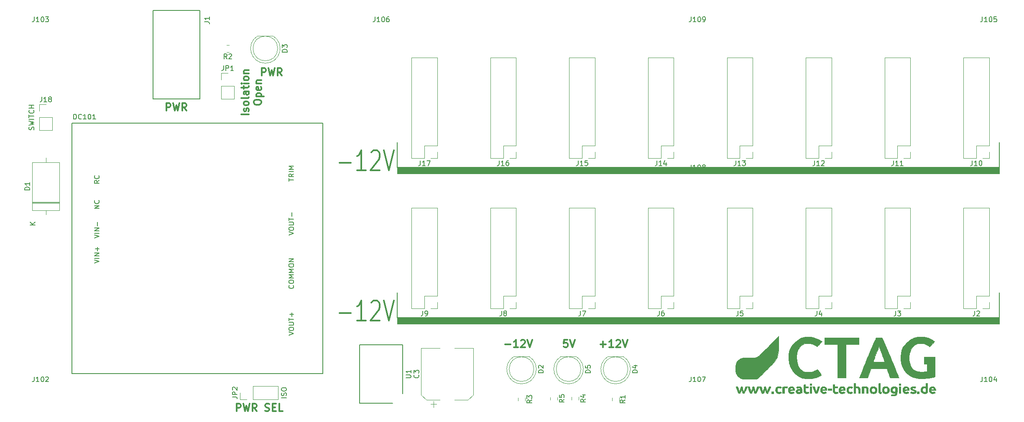
<source format=gto>
G04 #@! TF.GenerationSoftware,KiCad,Pcbnew,(5.1.4)-1*
G04 #@! TF.CreationDate,2019-10-17T20:01:31+02:00*
G04 #@! TF.ProjectId,psu-30w,7073752d-3330-4772-9e6b-696361645f70,rev?*
G04 #@! TF.SameCoordinates,Original*
G04 #@! TF.FileFunction,Legend,Top*
G04 #@! TF.FilePolarity,Positive*
%FSLAX46Y46*%
G04 Gerber Fmt 4.6, Leading zero omitted, Abs format (unit mm)*
G04 Created by KiCad (PCBNEW (5.1.4)-1) date 2019-10-17 20:01:31*
%MOMM*%
%LPD*%
G04 APERTURE LIST*
%ADD10C,0.150000*%
%ADD11C,0.100000*%
%ADD12C,0.300000*%
%ADD13C,0.010000*%
%ADD14C,0.120000*%
G04 APERTURE END LIST*
D10*
X104792380Y-125920000D02*
X103792380Y-125920000D01*
X104744761Y-125491428D02*
X104792380Y-125348571D01*
X104792380Y-125110476D01*
X104744761Y-125015238D01*
X104697142Y-124967619D01*
X104601904Y-124920000D01*
X104506666Y-124920000D01*
X104411428Y-124967619D01*
X104363809Y-125015238D01*
X104316190Y-125110476D01*
X104268571Y-125300952D01*
X104220952Y-125396190D01*
X104173333Y-125443809D01*
X104078095Y-125491428D01*
X103982857Y-125491428D01*
X103887619Y-125443809D01*
X103840000Y-125396190D01*
X103792380Y-125300952D01*
X103792380Y-125062857D01*
X103840000Y-124920000D01*
X103792380Y-124300952D02*
X103792380Y-124110476D01*
X103840000Y-124015238D01*
X103935238Y-123920000D01*
X104125714Y-123872380D01*
X104459047Y-123872380D01*
X104649523Y-123920000D01*
X104744761Y-124015238D01*
X104792380Y-124110476D01*
X104792380Y-124300952D01*
X104744761Y-124396190D01*
X104649523Y-124491428D01*
X104459047Y-124539047D01*
X104125714Y-124539047D01*
X103935238Y-124491428D01*
X103840000Y-124396190D01*
X103792380Y-124300952D01*
D11*
G36*
X249120000Y-110950000D02*
G01*
X127200000Y-110950000D01*
X127200000Y-109680000D01*
X249120000Y-109680000D01*
X249120000Y-110950000D01*
G37*
X249120000Y-110950000D02*
X127200000Y-110950000D01*
X127200000Y-109680000D01*
X249120000Y-109680000D01*
X249120000Y-110950000D01*
G36*
X249120000Y-80470000D02*
G01*
X127200000Y-80470000D01*
X127200000Y-79200000D01*
X249120000Y-79200000D01*
X249120000Y-80470000D01*
G37*
X249120000Y-80470000D02*
X127200000Y-80470000D01*
X127200000Y-79200000D01*
X249120000Y-79200000D01*
X249120000Y-80470000D01*
D12*
X115564285Y-108695714D02*
X117850000Y-108695714D01*
X120850000Y-110219523D02*
X119135714Y-110219523D01*
X119992857Y-110219523D02*
X119992857Y-106219523D01*
X119707142Y-106790952D01*
X119421428Y-107171904D01*
X119135714Y-107362380D01*
X121992857Y-106600476D02*
X122135714Y-106410000D01*
X122421428Y-106219523D01*
X123135714Y-106219523D01*
X123421428Y-106410000D01*
X123564285Y-106600476D01*
X123707142Y-106981428D01*
X123707142Y-107362380D01*
X123564285Y-107933809D01*
X121850000Y-110219523D01*
X123707142Y-110219523D01*
X124564285Y-106219523D02*
X125564285Y-110219523D01*
X126564285Y-106219523D01*
D10*
X249120000Y-109680000D02*
X249120000Y-104600000D01*
X127200000Y-109680000D02*
X249120000Y-109680000D01*
X127200000Y-104600000D02*
X127200000Y-109680000D01*
D12*
X115564285Y-78215714D02*
X117850000Y-78215714D01*
X120850000Y-79739523D02*
X119135714Y-79739523D01*
X119992857Y-79739523D02*
X119992857Y-75739523D01*
X119707142Y-76310952D01*
X119421428Y-76691904D01*
X119135714Y-76882380D01*
X121992857Y-76120476D02*
X122135714Y-75930000D01*
X122421428Y-75739523D01*
X123135714Y-75739523D01*
X123421428Y-75930000D01*
X123564285Y-76120476D01*
X123707142Y-76501428D01*
X123707142Y-76882380D01*
X123564285Y-77453809D01*
X121850000Y-79739523D01*
X123707142Y-79739523D01*
X124564285Y-75739523D02*
X125564285Y-79739523D01*
X126564285Y-75739523D01*
D10*
X249120000Y-79200000D02*
X249120000Y-74120000D01*
X127200000Y-79200000D02*
X249120000Y-79200000D01*
X127200000Y-74120000D02*
X127200000Y-79200000D01*
X53629801Y-71557780D02*
X53677420Y-71414922D01*
X53677420Y-71176827D01*
X53629801Y-71081589D01*
X53582182Y-71033970D01*
X53486944Y-70986351D01*
X53391706Y-70986351D01*
X53296468Y-71033970D01*
X53248849Y-71081589D01*
X53201230Y-71176827D01*
X53153611Y-71367303D01*
X53105992Y-71462541D01*
X53058373Y-71510160D01*
X52963135Y-71557780D01*
X52867897Y-71557780D01*
X52772659Y-71510160D01*
X52725040Y-71462541D01*
X52677420Y-71367303D01*
X52677420Y-71129208D01*
X52725040Y-70986351D01*
X52677420Y-70653018D02*
X53677420Y-70414922D01*
X52963135Y-70224446D01*
X53677420Y-70033970D01*
X52677420Y-69795875D01*
X53677420Y-69414922D02*
X52677420Y-69414922D01*
X52677420Y-69081589D02*
X52677420Y-68510160D01*
X53677420Y-68795875D02*
X52677420Y-68795875D01*
X53582182Y-67605399D02*
X53629801Y-67653018D01*
X53677420Y-67795875D01*
X53677420Y-67891113D01*
X53629801Y-68033970D01*
X53534563Y-68129208D01*
X53439325Y-68176827D01*
X53248849Y-68224446D01*
X53105992Y-68224446D01*
X52915516Y-68176827D01*
X52820278Y-68129208D01*
X52725040Y-68033970D01*
X52677420Y-67891113D01*
X52677420Y-67795875D01*
X52725040Y-67653018D01*
X52772659Y-67605399D01*
X53677420Y-67176827D02*
X52677420Y-67176827D01*
X53153611Y-67176827D02*
X53153611Y-66605399D01*
X53677420Y-66605399D02*
X52677420Y-66605399D01*
D12*
X94688571Y-128646571D02*
X94688571Y-127146571D01*
X95260000Y-127146571D01*
X95402857Y-127218000D01*
X95474285Y-127289428D01*
X95545714Y-127432285D01*
X95545714Y-127646571D01*
X95474285Y-127789428D01*
X95402857Y-127860857D01*
X95260000Y-127932285D01*
X94688571Y-127932285D01*
X96045714Y-127146571D02*
X96402857Y-128646571D01*
X96688571Y-127575142D01*
X96974285Y-128646571D01*
X97331428Y-127146571D01*
X98760000Y-128646571D02*
X98260000Y-127932285D01*
X97902857Y-128646571D02*
X97902857Y-127146571D01*
X98474285Y-127146571D01*
X98617142Y-127218000D01*
X98688571Y-127289428D01*
X98760000Y-127432285D01*
X98760000Y-127646571D01*
X98688571Y-127789428D01*
X98617142Y-127860857D01*
X98474285Y-127932285D01*
X97902857Y-127932285D01*
X100474285Y-128575142D02*
X100688571Y-128646571D01*
X101045714Y-128646571D01*
X101188571Y-128575142D01*
X101260000Y-128503714D01*
X101331428Y-128360857D01*
X101331428Y-128218000D01*
X101260000Y-128075142D01*
X101188571Y-128003714D01*
X101045714Y-127932285D01*
X100760000Y-127860857D01*
X100617142Y-127789428D01*
X100545714Y-127718000D01*
X100474285Y-127575142D01*
X100474285Y-127432285D01*
X100545714Y-127289428D01*
X100617142Y-127218000D01*
X100760000Y-127146571D01*
X101117142Y-127146571D01*
X101331428Y-127218000D01*
X101974285Y-127860857D02*
X102474285Y-127860857D01*
X102688571Y-128646571D02*
X101974285Y-128646571D01*
X101974285Y-127146571D01*
X102688571Y-127146571D01*
X104045714Y-128646571D02*
X103331428Y-128646571D01*
X103331428Y-127146571D01*
X99800000Y-60574571D02*
X99800000Y-59074571D01*
X100371428Y-59074571D01*
X100514285Y-59146000D01*
X100585714Y-59217428D01*
X100657142Y-59360285D01*
X100657142Y-59574571D01*
X100585714Y-59717428D01*
X100514285Y-59788857D01*
X100371428Y-59860285D01*
X99800000Y-59860285D01*
X101157142Y-59074571D02*
X101514285Y-60574571D01*
X101800000Y-59503142D01*
X102085714Y-60574571D01*
X102442857Y-59074571D01*
X103871428Y-60574571D02*
X103371428Y-59860285D01*
X103014285Y-60574571D02*
X103014285Y-59074571D01*
X103585714Y-59074571D01*
X103728571Y-59146000D01*
X103800000Y-59217428D01*
X103871428Y-59360285D01*
X103871428Y-59574571D01*
X103800000Y-59717428D01*
X103728571Y-59788857D01*
X103585714Y-59860285D01*
X103014285Y-59860285D01*
X80496000Y-67686571D02*
X80496000Y-66186571D01*
X81067428Y-66186571D01*
X81210285Y-66258000D01*
X81281714Y-66329428D01*
X81353142Y-66472285D01*
X81353142Y-66686571D01*
X81281714Y-66829428D01*
X81210285Y-66900857D01*
X81067428Y-66972285D01*
X80496000Y-66972285D01*
X81853142Y-66186571D02*
X82210285Y-67686571D01*
X82496000Y-66615142D01*
X82781714Y-67686571D01*
X83138857Y-66186571D01*
X84567428Y-67686571D02*
X84067428Y-66972285D01*
X83710285Y-67686571D02*
X83710285Y-66186571D01*
X84281714Y-66186571D01*
X84424571Y-66258000D01*
X84496000Y-66329428D01*
X84567428Y-66472285D01*
X84567428Y-66686571D01*
X84496000Y-66829428D01*
X84424571Y-66900857D01*
X84281714Y-66972285D01*
X83710285Y-66972285D01*
X97139571Y-68460000D02*
X95639571Y-68460000D01*
X97068142Y-67817142D02*
X97139571Y-67674285D01*
X97139571Y-67388571D01*
X97068142Y-67245714D01*
X96925285Y-67174285D01*
X96853857Y-67174285D01*
X96711000Y-67245714D01*
X96639571Y-67388571D01*
X96639571Y-67602857D01*
X96568142Y-67745714D01*
X96425285Y-67817142D01*
X96353857Y-67817142D01*
X96211000Y-67745714D01*
X96139571Y-67602857D01*
X96139571Y-67388571D01*
X96211000Y-67245714D01*
X97139571Y-66317142D02*
X97068142Y-66460000D01*
X96996714Y-66531428D01*
X96853857Y-66602857D01*
X96425285Y-66602857D01*
X96282428Y-66531428D01*
X96211000Y-66460000D01*
X96139571Y-66317142D01*
X96139571Y-66102857D01*
X96211000Y-65960000D01*
X96282428Y-65888571D01*
X96425285Y-65817142D01*
X96853857Y-65817142D01*
X96996714Y-65888571D01*
X97068142Y-65960000D01*
X97139571Y-66102857D01*
X97139571Y-66317142D01*
X97139571Y-64960000D02*
X97068142Y-65102857D01*
X96925285Y-65174285D01*
X95639571Y-65174285D01*
X97139571Y-63745714D02*
X96353857Y-63745714D01*
X96211000Y-63817142D01*
X96139571Y-63960000D01*
X96139571Y-64245714D01*
X96211000Y-64388571D01*
X97068142Y-63745714D02*
X97139571Y-63888571D01*
X97139571Y-64245714D01*
X97068142Y-64388571D01*
X96925285Y-64460000D01*
X96782428Y-64460000D01*
X96639571Y-64388571D01*
X96568142Y-64245714D01*
X96568142Y-63888571D01*
X96496714Y-63745714D01*
X96139571Y-63245714D02*
X96139571Y-62674285D01*
X95639571Y-63031428D02*
X96925285Y-63031428D01*
X97068142Y-62960000D01*
X97139571Y-62817142D01*
X97139571Y-62674285D01*
X97139571Y-62174285D02*
X96139571Y-62174285D01*
X95639571Y-62174285D02*
X95711000Y-62245714D01*
X95782428Y-62174285D01*
X95711000Y-62102857D01*
X95639571Y-62174285D01*
X95782428Y-62174285D01*
X97139571Y-61245714D02*
X97068142Y-61388571D01*
X96996714Y-61460000D01*
X96853857Y-61531428D01*
X96425285Y-61531428D01*
X96282428Y-61460000D01*
X96211000Y-61388571D01*
X96139571Y-61245714D01*
X96139571Y-61031428D01*
X96211000Y-60888571D01*
X96282428Y-60817142D01*
X96425285Y-60745714D01*
X96853857Y-60745714D01*
X96996714Y-60817142D01*
X97068142Y-60888571D01*
X97139571Y-61031428D01*
X97139571Y-61245714D01*
X96139571Y-60102857D02*
X97139571Y-60102857D01*
X96282428Y-60102857D02*
X96211000Y-60031428D01*
X96139571Y-59888571D01*
X96139571Y-59674285D01*
X96211000Y-59531428D01*
X96353857Y-59460000D01*
X97139571Y-59460000D01*
X98189571Y-66102857D02*
X98189571Y-65817142D01*
X98261000Y-65674285D01*
X98403857Y-65531428D01*
X98689571Y-65460000D01*
X99189571Y-65460000D01*
X99475285Y-65531428D01*
X99618142Y-65674285D01*
X99689571Y-65817142D01*
X99689571Y-66102857D01*
X99618142Y-66245714D01*
X99475285Y-66388571D01*
X99189571Y-66460000D01*
X98689571Y-66460000D01*
X98403857Y-66388571D01*
X98261000Y-66245714D01*
X98189571Y-66102857D01*
X98689571Y-64817142D02*
X100189571Y-64817142D01*
X98761000Y-64817142D02*
X98689571Y-64674285D01*
X98689571Y-64388571D01*
X98761000Y-64245714D01*
X98832428Y-64174285D01*
X98975285Y-64102857D01*
X99403857Y-64102857D01*
X99546714Y-64174285D01*
X99618142Y-64245714D01*
X99689571Y-64388571D01*
X99689571Y-64674285D01*
X99618142Y-64817142D01*
X99618142Y-62888571D02*
X99689571Y-63031428D01*
X99689571Y-63317142D01*
X99618142Y-63460000D01*
X99475285Y-63531428D01*
X98903857Y-63531428D01*
X98761000Y-63460000D01*
X98689571Y-63317142D01*
X98689571Y-63031428D01*
X98761000Y-62888571D01*
X98903857Y-62817142D01*
X99046714Y-62817142D01*
X99189571Y-63531428D01*
X98689571Y-62174285D02*
X99689571Y-62174285D01*
X98832428Y-62174285D02*
X98761000Y-62102857D01*
X98689571Y-61960000D01*
X98689571Y-61745714D01*
X98761000Y-61602857D01*
X98903857Y-61531428D01*
X99689571Y-61531428D01*
X168357142Y-115107142D02*
X169500000Y-115107142D01*
X168928571Y-115678571D02*
X168928571Y-114535714D01*
X171000000Y-115678571D02*
X170142857Y-115678571D01*
X170571428Y-115678571D02*
X170571428Y-114178571D01*
X170428571Y-114392857D01*
X170285714Y-114535714D01*
X170142857Y-114607142D01*
X171571428Y-114321428D02*
X171642857Y-114250000D01*
X171785714Y-114178571D01*
X172142857Y-114178571D01*
X172285714Y-114250000D01*
X172357142Y-114321428D01*
X172428571Y-114464285D01*
X172428571Y-114607142D01*
X172357142Y-114821428D01*
X171500000Y-115678571D01*
X172428571Y-115678571D01*
X172857142Y-114178571D02*
X173357142Y-115678571D01*
X173857142Y-114178571D01*
X161714285Y-114178571D02*
X161000000Y-114178571D01*
X160928571Y-114892857D01*
X161000000Y-114821428D01*
X161142857Y-114750000D01*
X161500000Y-114750000D01*
X161642857Y-114821428D01*
X161714285Y-114892857D01*
X161785714Y-115035714D01*
X161785714Y-115392857D01*
X161714285Y-115535714D01*
X161642857Y-115607142D01*
X161500000Y-115678571D01*
X161142857Y-115678571D01*
X161000000Y-115607142D01*
X160928571Y-115535714D01*
X162214285Y-114178571D02*
X162714285Y-115678571D01*
X163214285Y-114178571D01*
X149052142Y-115107142D02*
X150195000Y-115107142D01*
X151695000Y-115678571D02*
X150837857Y-115678571D01*
X151266428Y-115678571D02*
X151266428Y-114178571D01*
X151123571Y-114392857D01*
X150980714Y-114535714D01*
X150837857Y-114607142D01*
X152266428Y-114321428D02*
X152337857Y-114250000D01*
X152480714Y-114178571D01*
X152837857Y-114178571D01*
X152980714Y-114250000D01*
X153052142Y-114321428D01*
X153123571Y-114464285D01*
X153123571Y-114607142D01*
X153052142Y-114821428D01*
X152195000Y-115678571D01*
X153123571Y-115678571D01*
X153552142Y-114178571D02*
X154052142Y-115678571D01*
X154552142Y-114178571D01*
D13*
G36*
X228015421Y-123633543D02*
G01*
X228128215Y-123651563D01*
X228222932Y-123686400D01*
X228311220Y-123741984D01*
X228380108Y-123799547D01*
X228469385Y-123880203D01*
X228460164Y-124473973D01*
X228456492Y-124656321D01*
X228451585Y-124816298D01*
X228445659Y-124949558D01*
X228438931Y-125051757D01*
X228431615Y-125118548D01*
X228427082Y-125139675D01*
X228362439Y-125269607D01*
X228263556Y-125375950D01*
X228132634Y-125456655D01*
X228052816Y-125487747D01*
X227955801Y-125510203D01*
X227831581Y-125525817D01*
X227694869Y-125533670D01*
X227560377Y-125532842D01*
X227460150Y-125524799D01*
X227377500Y-125509646D01*
X227300894Y-125487922D01*
X227263689Y-125472538D01*
X227194228Y-125436381D01*
X227248551Y-125347312D01*
X227284251Y-125288677D01*
X227312551Y-125242016D01*
X227320636Y-125228601D01*
X227339336Y-125211899D01*
X227374083Y-125210475D01*
X227435104Y-125223309D01*
X227534832Y-125240520D01*
X227647666Y-125247705D01*
X227760221Y-125245205D01*
X227859112Y-125233360D01*
X227930954Y-125212511D01*
X227934895Y-125210586D01*
X228024029Y-125142818D01*
X228081404Y-125049245D01*
X228094004Y-125007420D01*
X228107601Y-124947097D01*
X227995542Y-124965087D01*
X227800311Y-124980690D01*
X227626487Y-124960966D01*
X227476913Y-124908213D01*
X227341731Y-124823689D01*
X227241408Y-124718720D01*
X227174643Y-124590853D01*
X227140135Y-124437633D01*
X227137877Y-124340756D01*
X227491900Y-124340756D01*
X227508419Y-124431292D01*
X227551740Y-124526553D01*
X227612500Y-124609249D01*
X227659071Y-124649531D01*
X227742800Y-124684287D01*
X227847121Y-124697723D01*
X227955625Y-124689085D01*
X228032329Y-124666657D01*
X228105733Y-124635987D01*
X228105733Y-124311915D01*
X228105416Y-124181191D01*
X228102675Y-124086418D01*
X228094825Y-124021215D01*
X228079179Y-123979202D01*
X228053052Y-123953998D01*
X228013758Y-123939222D01*
X227958611Y-123928493D01*
X227943261Y-123925903D01*
X227818926Y-123924102D01*
X227707574Y-123959241D01*
X227614259Y-124026675D01*
X227544034Y-124121760D01*
X227501953Y-124239852D01*
X227491900Y-124340756D01*
X227137877Y-124340756D01*
X227136113Y-124265082D01*
X227161720Y-124095670D01*
X227220369Y-123951799D01*
X227313611Y-123831198D01*
X227442996Y-123731598D01*
X227533267Y-123683467D01*
X227593102Y-123657797D01*
X227648655Y-123641522D01*
X227712614Y-123632585D01*
X227797664Y-123628929D01*
X227872900Y-123628410D01*
X228015421Y-123633543D01*
X228015421Y-123633543D01*
G37*
X228015421Y-123633543D02*
X228128215Y-123651563D01*
X228222932Y-123686400D01*
X228311220Y-123741984D01*
X228380108Y-123799547D01*
X228469385Y-123880203D01*
X228460164Y-124473973D01*
X228456492Y-124656321D01*
X228451585Y-124816298D01*
X228445659Y-124949558D01*
X228438931Y-125051757D01*
X228431615Y-125118548D01*
X228427082Y-125139675D01*
X228362439Y-125269607D01*
X228263556Y-125375950D01*
X228132634Y-125456655D01*
X228052816Y-125487747D01*
X227955801Y-125510203D01*
X227831581Y-125525817D01*
X227694869Y-125533670D01*
X227560377Y-125532842D01*
X227460150Y-125524799D01*
X227377500Y-125509646D01*
X227300894Y-125487922D01*
X227263689Y-125472538D01*
X227194228Y-125436381D01*
X227248551Y-125347312D01*
X227284251Y-125288677D01*
X227312551Y-125242016D01*
X227320636Y-125228601D01*
X227339336Y-125211899D01*
X227374083Y-125210475D01*
X227435104Y-125223309D01*
X227534832Y-125240520D01*
X227647666Y-125247705D01*
X227760221Y-125245205D01*
X227859112Y-125233360D01*
X227930954Y-125212511D01*
X227934895Y-125210586D01*
X228024029Y-125142818D01*
X228081404Y-125049245D01*
X228094004Y-125007420D01*
X228107601Y-124947097D01*
X227995542Y-124965087D01*
X227800311Y-124980690D01*
X227626487Y-124960966D01*
X227476913Y-124908213D01*
X227341731Y-124823689D01*
X227241408Y-124718720D01*
X227174643Y-124590853D01*
X227140135Y-124437633D01*
X227137877Y-124340756D01*
X227491900Y-124340756D01*
X227508419Y-124431292D01*
X227551740Y-124526553D01*
X227612500Y-124609249D01*
X227659071Y-124649531D01*
X227742800Y-124684287D01*
X227847121Y-124697723D01*
X227955625Y-124689085D01*
X228032329Y-124666657D01*
X228105733Y-124635987D01*
X228105733Y-124311915D01*
X228105416Y-124181191D01*
X228102675Y-124086418D01*
X228094825Y-124021215D01*
X228079179Y-123979202D01*
X228053052Y-123953998D01*
X228013758Y-123939222D01*
X227958611Y-123928493D01*
X227943261Y-123925903D01*
X227818926Y-123924102D01*
X227707574Y-123959241D01*
X227614259Y-124026675D01*
X227544034Y-124121760D01*
X227501953Y-124239852D01*
X227491900Y-124340756D01*
X227137877Y-124340756D01*
X227136113Y-124265082D01*
X227161720Y-124095670D01*
X227220369Y-123951799D01*
X227313611Y-123831198D01*
X227442996Y-123731598D01*
X227533267Y-123683467D01*
X227593102Y-123657797D01*
X227648655Y-123641522D01*
X227712614Y-123632585D01*
X227797664Y-123628929D01*
X227872900Y-123628410D01*
X228015421Y-123633543D01*
G36*
X203446566Y-125078327D02*
G01*
X203044400Y-125078327D01*
X203044400Y-124697327D01*
X203446566Y-124697327D01*
X203446566Y-125078327D01*
X203446566Y-125078327D01*
G37*
X203446566Y-125078327D02*
X203044400Y-125078327D01*
X203044400Y-124697327D01*
X203446566Y-124697327D01*
X203446566Y-125078327D01*
G36*
X232889400Y-125078327D02*
G01*
X232487233Y-125078327D01*
X232487233Y-124697327D01*
X232889400Y-124697327D01*
X232889400Y-125078327D01*
X232889400Y-125078327D01*
G37*
X232889400Y-125078327D02*
X232487233Y-125078327D01*
X232487233Y-124697327D01*
X232889400Y-124697327D01*
X232889400Y-125078327D01*
G36*
X204626787Y-123612017D02*
G01*
X204703030Y-123621731D01*
X204772485Y-123641994D01*
X204837967Y-123669403D01*
X204928511Y-123712691D01*
X204982080Y-123747020D01*
X205001304Y-123778391D01*
X204988811Y-123812801D01*
X204947231Y-123856250D01*
X204927489Y-123873668D01*
X204856740Y-123931304D01*
X204804771Y-123961261D01*
X204760998Y-123966351D01*
X204714835Y-123949386D01*
X204691985Y-123936236D01*
X204589204Y-123896796D01*
X204478857Y-123893632D01*
X204370924Y-123924493D01*
X204275385Y-123987130D01*
X204226588Y-124041160D01*
X204188320Y-124121324D01*
X204165490Y-124227510D01*
X204158260Y-124346259D01*
X204166792Y-124464113D01*
X204191249Y-124567612D01*
X204219533Y-124626800D01*
X204286747Y-124695397D01*
X204382011Y-124747344D01*
X204478651Y-124773342D01*
X204544209Y-124777531D01*
X204604126Y-124764799D01*
X204676986Y-124731667D01*
X204783773Y-124676264D01*
X204908920Y-124774584D01*
X204968786Y-124822188D01*
X205013050Y-124858471D01*
X205033535Y-124876707D01*
X205034066Y-124877553D01*
X205016608Y-124895443D01*
X204971686Y-124924490D01*
X204910475Y-124958564D01*
X204844153Y-124991532D01*
X204783897Y-125017263D01*
X204771004Y-125021876D01*
X204669292Y-125044272D01*
X204545465Y-125053959D01*
X204417936Y-125050449D01*
X204308779Y-125034130D01*
X204160224Y-124978465D01*
X204026980Y-124884374D01*
X203983326Y-124841949D01*
X203908826Y-124755296D01*
X203858909Y-124671614D01*
X203825288Y-124574246D01*
X203806596Y-124486745D01*
X203793404Y-124306741D01*
X203818783Y-124136749D01*
X203880375Y-123981454D01*
X203975819Y-123845542D01*
X204102756Y-123733699D01*
X204219150Y-123667536D01*
X204293702Y-123636744D01*
X204361489Y-123618985D01*
X204439746Y-123610997D01*
X204526066Y-123609452D01*
X204626787Y-123612017D01*
X204626787Y-123612017D01*
G37*
X204626787Y-123612017D02*
X204703030Y-123621731D01*
X204772485Y-123641994D01*
X204837967Y-123669403D01*
X204928511Y-123712691D01*
X204982080Y-123747020D01*
X205001304Y-123778391D01*
X204988811Y-123812801D01*
X204947231Y-123856250D01*
X204927489Y-123873668D01*
X204856740Y-123931304D01*
X204804771Y-123961261D01*
X204760998Y-123966351D01*
X204714835Y-123949386D01*
X204691985Y-123936236D01*
X204589204Y-123896796D01*
X204478857Y-123893632D01*
X204370924Y-123924493D01*
X204275385Y-123987130D01*
X204226588Y-124041160D01*
X204188320Y-124121324D01*
X204165490Y-124227510D01*
X204158260Y-124346259D01*
X204166792Y-124464113D01*
X204191249Y-124567612D01*
X204219533Y-124626800D01*
X204286747Y-124695397D01*
X204382011Y-124747344D01*
X204478651Y-124773342D01*
X204544209Y-124777531D01*
X204604126Y-124764799D01*
X204676986Y-124731667D01*
X204783773Y-124676264D01*
X204908920Y-124774584D01*
X204968786Y-124822188D01*
X205013050Y-124858471D01*
X205033535Y-124876707D01*
X205034066Y-124877553D01*
X205016608Y-124895443D01*
X204971686Y-124924490D01*
X204910475Y-124958564D01*
X204844153Y-124991532D01*
X204783897Y-125017263D01*
X204771004Y-125021876D01*
X204669292Y-125044272D01*
X204545465Y-125053959D01*
X204417936Y-125050449D01*
X204308779Y-125034130D01*
X204160224Y-124978465D01*
X204026980Y-124884374D01*
X203983326Y-124841949D01*
X203908826Y-124755296D01*
X203858909Y-124671614D01*
X203825288Y-124574246D01*
X203806596Y-124486745D01*
X203793404Y-124306741D01*
X203818783Y-124136749D01*
X203880375Y-123981454D01*
X203975819Y-123845542D01*
X204102756Y-123733699D01*
X204219150Y-123667536D01*
X204293702Y-123636744D01*
X204361489Y-123618985D01*
X204439746Y-123610997D01*
X204526066Y-123609452D01*
X204626787Y-123612017D01*
G36*
X207247291Y-123641846D02*
G01*
X207271555Y-123650134D01*
X207402534Y-123722103D01*
X207511609Y-123827176D01*
X207595682Y-123960530D01*
X207651654Y-124117341D01*
X207675731Y-124279285D01*
X207685339Y-124443327D01*
X207206369Y-124443327D01*
X207052234Y-124443450D01*
X206935299Y-124444127D01*
X206850430Y-124445822D01*
X206792494Y-124448997D01*
X206756356Y-124454115D01*
X206736884Y-124461639D01*
X206728943Y-124472031D01*
X206727401Y-124485754D01*
X206727400Y-124486503D01*
X206736789Y-124531602D01*
X206760326Y-124592907D01*
X206770980Y-124615105D01*
X206821152Y-124685177D01*
X206891178Y-124730747D01*
X206987888Y-124754879D01*
X207095512Y-124760827D01*
X207176615Y-124758116D01*
X207231185Y-124747146D01*
X207274832Y-124723659D01*
X207297669Y-124705698D01*
X207363186Y-124650569D01*
X207431584Y-124704330D01*
X207494521Y-124754426D01*
X207556386Y-124804582D01*
X207561491Y-124808781D01*
X207623000Y-124859471D01*
X207549769Y-124915328D01*
X207459733Y-124974702D01*
X207366431Y-125014153D01*
X207257433Y-125037440D01*
X207120309Y-125048319D01*
X207108400Y-125048744D01*
X207012512Y-125049959D01*
X206925831Y-125047546D01*
X206861820Y-125042021D01*
X206843816Y-125038609D01*
X206704839Y-124981862D01*
X206579491Y-124892820D01*
X206476661Y-124779669D01*
X206405240Y-124650592D01*
X206396591Y-124626853D01*
X206368395Y-124496715D01*
X206360643Y-124347973D01*
X206372005Y-124210494D01*
X206724547Y-124210494D01*
X207342039Y-124210494D01*
X207328677Y-124152285D01*
X207287011Y-124045711D01*
X207221878Y-123966645D01*
X207140603Y-123916805D01*
X207050510Y-123897906D01*
X206958923Y-123911665D01*
X206873166Y-123959798D01*
X206809267Y-124030577D01*
X206771700Y-124091662D01*
X206744227Y-124146436D01*
X206738221Y-124162869D01*
X206724547Y-124210494D01*
X206372005Y-124210494D01*
X206372965Y-124198885D01*
X206404990Y-124067707D01*
X206408133Y-124059213D01*
X206478336Y-123924910D01*
X206577289Y-123804748D01*
X206694421Y-123710737D01*
X206735372Y-123687443D01*
X206853299Y-123644282D01*
X206988726Y-123621544D01*
X207125457Y-123620356D01*
X207247291Y-123641846D01*
X207247291Y-123641846D01*
G37*
X207247291Y-123641846D02*
X207271555Y-123650134D01*
X207402534Y-123722103D01*
X207511609Y-123827176D01*
X207595682Y-123960530D01*
X207651654Y-124117341D01*
X207675731Y-124279285D01*
X207685339Y-124443327D01*
X207206369Y-124443327D01*
X207052234Y-124443450D01*
X206935299Y-124444127D01*
X206850430Y-124445822D01*
X206792494Y-124448997D01*
X206756356Y-124454115D01*
X206736884Y-124461639D01*
X206728943Y-124472031D01*
X206727401Y-124485754D01*
X206727400Y-124486503D01*
X206736789Y-124531602D01*
X206760326Y-124592907D01*
X206770980Y-124615105D01*
X206821152Y-124685177D01*
X206891178Y-124730747D01*
X206987888Y-124754879D01*
X207095512Y-124760827D01*
X207176615Y-124758116D01*
X207231185Y-124747146D01*
X207274832Y-124723659D01*
X207297669Y-124705698D01*
X207363186Y-124650569D01*
X207431584Y-124704330D01*
X207494521Y-124754426D01*
X207556386Y-124804582D01*
X207561491Y-124808781D01*
X207623000Y-124859471D01*
X207549769Y-124915328D01*
X207459733Y-124974702D01*
X207366431Y-125014153D01*
X207257433Y-125037440D01*
X207120309Y-125048319D01*
X207108400Y-125048744D01*
X207012512Y-125049959D01*
X206925831Y-125047546D01*
X206861820Y-125042021D01*
X206843816Y-125038609D01*
X206704839Y-124981862D01*
X206579491Y-124892820D01*
X206476661Y-124779669D01*
X206405240Y-124650592D01*
X206396591Y-124626853D01*
X206368395Y-124496715D01*
X206360643Y-124347973D01*
X206372005Y-124210494D01*
X206724547Y-124210494D01*
X207342039Y-124210494D01*
X207328677Y-124152285D01*
X207287011Y-124045711D01*
X207221878Y-123966645D01*
X207140603Y-123916805D01*
X207050510Y-123897906D01*
X206958923Y-123911665D01*
X206873166Y-123959798D01*
X206809267Y-124030577D01*
X206771700Y-124091662D01*
X206744227Y-124146436D01*
X206738221Y-124162869D01*
X206724547Y-124210494D01*
X206372005Y-124210494D01*
X206372965Y-124198885D01*
X206404990Y-124067707D01*
X206408133Y-124059213D01*
X206478336Y-123924910D01*
X206577289Y-123804748D01*
X206694421Y-123710737D01*
X206735372Y-123687443D01*
X206853299Y-123644282D01*
X206988726Y-123621544D01*
X207125457Y-123620356D01*
X207247291Y-123641846D01*
G36*
X208702456Y-123624417D02*
G01*
X208845238Y-123657467D01*
X208958616Y-123714943D01*
X209046294Y-123798603D01*
X209101191Y-123887126D01*
X209117871Y-123923362D01*
X209130509Y-123959597D01*
X209139788Y-124002447D01*
X209146395Y-124058532D01*
X209151013Y-124134468D01*
X209154329Y-124236875D01*
X209157026Y-124372370D01*
X209158077Y-124436765D01*
X209165171Y-124885287D01*
X209061316Y-124937914D01*
X208872783Y-125010861D01*
X208667116Y-125049262D01*
X208534094Y-125054705D01*
X208448938Y-125052347D01*
X208376171Y-125048365D01*
X208329637Y-125043552D01*
X208325483Y-125042742D01*
X208206762Y-125008022D01*
X208115600Y-124961122D01*
X208068586Y-124924777D01*
X207990745Y-124841254D01*
X207945587Y-124750639D01*
X207927354Y-124639730D01*
X207926360Y-124602077D01*
X208293733Y-124602077D01*
X208310658Y-124679585D01*
X208361128Y-124731318D01*
X208416921Y-124752063D01*
X208466821Y-124764261D01*
X208494816Y-124772777D01*
X208529215Y-124775871D01*
X208589547Y-124773521D01*
X208659976Y-124767163D01*
X208724663Y-124758231D01*
X208767772Y-124748161D01*
X208768182Y-124748006D01*
X208788211Y-124720292D01*
X208800378Y-124664646D01*
X208804678Y-124594732D01*
X208801109Y-124524209D01*
X208789668Y-124466741D01*
X208770352Y-124435989D01*
X208768252Y-124435008D01*
X208714938Y-124425237D01*
X208636307Y-124422646D01*
X208548679Y-124426780D01*
X208468375Y-124437183D01*
X208437322Y-124444243D01*
X208355311Y-124477904D01*
X208309284Y-124526314D01*
X208293813Y-124595440D01*
X208293733Y-124602077D01*
X207926360Y-124602077D01*
X207926266Y-124598532D01*
X207930126Y-124513411D01*
X207945712Y-124450211D01*
X207978316Y-124389013D01*
X207984390Y-124379696D01*
X208061064Y-124299056D01*
X208170460Y-124233302D01*
X208304787Y-124185042D01*
X208456255Y-124156881D01*
X208617071Y-124151428D01*
X208658858Y-124154003D01*
X208734415Y-124159470D01*
X208777152Y-124158608D01*
X208796413Y-124148865D01*
X208801544Y-124127692D01*
X208801733Y-124115008D01*
X208784251Y-124028554D01*
X208736975Y-123958729D01*
X208700826Y-123932361D01*
X208623096Y-123908662D01*
X208524563Y-123902747D01*
X208422394Y-123913683D01*
X208333759Y-123940540D01*
X208308988Y-123953606D01*
X208229094Y-124002983D01*
X208160872Y-123949356D01*
X208097637Y-123899017D01*
X208035215Y-123848408D01*
X208030380Y-123844433D01*
X207968111Y-123793136D01*
X208051547Y-123738054D01*
X208157456Y-123678052D01*
X208265943Y-123639671D01*
X208390141Y-123619482D01*
X208526566Y-123614032D01*
X208702456Y-123624417D01*
X208702456Y-123624417D01*
G37*
X208702456Y-123624417D02*
X208845238Y-123657467D01*
X208958616Y-123714943D01*
X209046294Y-123798603D01*
X209101191Y-123887126D01*
X209117871Y-123923362D01*
X209130509Y-123959597D01*
X209139788Y-124002447D01*
X209146395Y-124058532D01*
X209151013Y-124134468D01*
X209154329Y-124236875D01*
X209157026Y-124372370D01*
X209158077Y-124436765D01*
X209165171Y-124885287D01*
X209061316Y-124937914D01*
X208872783Y-125010861D01*
X208667116Y-125049262D01*
X208534094Y-125054705D01*
X208448938Y-125052347D01*
X208376171Y-125048365D01*
X208329637Y-125043552D01*
X208325483Y-125042742D01*
X208206762Y-125008022D01*
X208115600Y-124961122D01*
X208068586Y-124924777D01*
X207990745Y-124841254D01*
X207945587Y-124750639D01*
X207927354Y-124639730D01*
X207926360Y-124602077D01*
X208293733Y-124602077D01*
X208310658Y-124679585D01*
X208361128Y-124731318D01*
X208416921Y-124752063D01*
X208466821Y-124764261D01*
X208494816Y-124772777D01*
X208529215Y-124775871D01*
X208589547Y-124773521D01*
X208659976Y-124767163D01*
X208724663Y-124758231D01*
X208767772Y-124748161D01*
X208768182Y-124748006D01*
X208788211Y-124720292D01*
X208800378Y-124664646D01*
X208804678Y-124594732D01*
X208801109Y-124524209D01*
X208789668Y-124466741D01*
X208770352Y-124435989D01*
X208768252Y-124435008D01*
X208714938Y-124425237D01*
X208636307Y-124422646D01*
X208548679Y-124426780D01*
X208468375Y-124437183D01*
X208437322Y-124444243D01*
X208355311Y-124477904D01*
X208309284Y-124526314D01*
X208293813Y-124595440D01*
X208293733Y-124602077D01*
X207926360Y-124602077D01*
X207926266Y-124598532D01*
X207930126Y-124513411D01*
X207945712Y-124450211D01*
X207978316Y-124389013D01*
X207984390Y-124379696D01*
X208061064Y-124299056D01*
X208170460Y-124233302D01*
X208304787Y-124185042D01*
X208456255Y-124156881D01*
X208617071Y-124151428D01*
X208658858Y-124154003D01*
X208734415Y-124159470D01*
X208777152Y-124158608D01*
X208796413Y-124148865D01*
X208801544Y-124127692D01*
X208801733Y-124115008D01*
X208784251Y-124028554D01*
X208736975Y-123958729D01*
X208700826Y-123932361D01*
X208623096Y-123908662D01*
X208524563Y-123902747D01*
X208422394Y-123913683D01*
X208333759Y-123940540D01*
X208308988Y-123953606D01*
X208229094Y-124002983D01*
X208160872Y-123949356D01*
X208097637Y-123899017D01*
X208035215Y-123848408D01*
X208030380Y-123844433D01*
X207968111Y-123793136D01*
X208051547Y-123738054D01*
X208157456Y-123678052D01*
X208265943Y-123639671D01*
X208390141Y-123619482D01*
X208526566Y-123614032D01*
X208702456Y-123624417D01*
G36*
X209892606Y-123213760D02*
G01*
X209898801Y-123247333D01*
X209901660Y-123308619D01*
X209902396Y-123404605D01*
X209902400Y-123415317D01*
X209902400Y-123638994D01*
X210495066Y-123638994D01*
X210495066Y-123914160D01*
X209902400Y-123914160D01*
X209902400Y-124258700D01*
X209903234Y-124400413D01*
X209906922Y-124506369D01*
X209915238Y-124583133D01*
X209929957Y-124637268D01*
X209952854Y-124675337D01*
X209985704Y-124703904D01*
X210029633Y-124729198D01*
X210100189Y-124753894D01*
X210183757Y-124758356D01*
X210290079Y-124742543D01*
X210351477Y-124727891D01*
X210418708Y-124711668D01*
X210467119Y-124702246D01*
X210484879Y-124701432D01*
X210493098Y-124723712D01*
X210508171Y-124775191D01*
X210524050Y-124834169D01*
X210540618Y-124901493D01*
X210543819Y-124945735D01*
X210527433Y-124974297D01*
X210485238Y-124994584D01*
X210411013Y-125014001D01*
X210363888Y-125024797D01*
X210166512Y-125051932D01*
X209974617Y-125043939D01*
X209962996Y-125042230D01*
X209877067Y-125013759D01*
X209783211Y-124958708D01*
X209695113Y-124886896D01*
X209626461Y-124808143D01*
X209617410Y-124794287D01*
X209553150Y-124690165D01*
X209546820Y-123975989D01*
X209540491Y-123261813D01*
X209599737Y-123250044D01*
X209661119Y-123238794D01*
X209733845Y-123226658D01*
X209743650Y-123225119D01*
X209807702Y-123214100D01*
X209858359Y-123203593D01*
X209865358Y-123201802D01*
X209881862Y-123200913D01*
X209892606Y-123213760D01*
X209892606Y-123213760D01*
G37*
X209892606Y-123213760D02*
X209898801Y-123247333D01*
X209901660Y-123308619D01*
X209902396Y-123404605D01*
X209902400Y-123415317D01*
X209902400Y-123638994D01*
X210495066Y-123638994D01*
X210495066Y-123914160D01*
X209902400Y-123914160D01*
X209902400Y-124258700D01*
X209903234Y-124400413D01*
X209906922Y-124506369D01*
X209915238Y-124583133D01*
X209929957Y-124637268D01*
X209952854Y-124675337D01*
X209985704Y-124703904D01*
X210029633Y-124729198D01*
X210100189Y-124753894D01*
X210183757Y-124758356D01*
X210290079Y-124742543D01*
X210351477Y-124727891D01*
X210418708Y-124711668D01*
X210467119Y-124702246D01*
X210484879Y-124701432D01*
X210493098Y-124723712D01*
X210508171Y-124775191D01*
X210524050Y-124834169D01*
X210540618Y-124901493D01*
X210543819Y-124945735D01*
X210527433Y-124974297D01*
X210485238Y-124994584D01*
X210411013Y-125014001D01*
X210363888Y-125024797D01*
X210166512Y-125051932D01*
X209974617Y-125043939D01*
X209962996Y-125042230D01*
X209877067Y-125013759D01*
X209783211Y-124958708D01*
X209695113Y-124886896D01*
X209626461Y-124808143D01*
X209617410Y-124794287D01*
X209553150Y-124690165D01*
X209546820Y-123975989D01*
X209540491Y-123261813D01*
X209599737Y-123250044D01*
X209661119Y-123238794D01*
X209733845Y-123226658D01*
X209743650Y-123225119D01*
X209807702Y-123214100D01*
X209858359Y-123203593D01*
X209865358Y-123201802D01*
X209881862Y-123200913D01*
X209892606Y-123213760D01*
G36*
X213743455Y-123635722D02*
G01*
X213880110Y-123685434D01*
X213993733Y-123769577D01*
X214087187Y-123889834D01*
X214109904Y-123929783D01*
X214157711Y-124043893D01*
X214194949Y-124179595D01*
X214216682Y-124316526D01*
X214220240Y-124385119D01*
X214220400Y-124443327D01*
X213245926Y-124443327D01*
X213259496Y-124501535D01*
X213300047Y-124614611D01*
X213362996Y-124693602D01*
X213451925Y-124741230D01*
X213570418Y-124760221D01*
X213600505Y-124760827D01*
X213708244Y-124754629D01*
X213785390Y-124733776D01*
X213842156Y-124694883D01*
X213860566Y-124674599D01*
X213878215Y-124657146D01*
X213897754Y-124654746D01*
X213927075Y-124671199D01*
X213974068Y-124710302D01*
X214019316Y-124751015D01*
X214081476Y-124808312D01*
X214116294Y-124844866D01*
X214127995Y-124868146D01*
X214120804Y-124885617D01*
X214103983Y-124900677D01*
X214061612Y-124928476D01*
X213997010Y-124963978D01*
X213946450Y-124988905D01*
X213834164Y-125026269D01*
X213698632Y-125048521D01*
X213555643Y-125054863D01*
X213420984Y-125044500D01*
X213320653Y-125020480D01*
X213172413Y-124946826D01*
X213053887Y-124843984D01*
X212966377Y-124714151D01*
X212911186Y-124559524D01*
X212889618Y-124382299D01*
X212891183Y-124296540D01*
X212908602Y-124188647D01*
X213267900Y-124188647D01*
X213288634Y-124198152D01*
X213349249Y-124205075D01*
X213447356Y-124209243D01*
X213566879Y-124210494D01*
X213865858Y-124210494D01*
X213852384Y-124141702D01*
X213815669Y-124047513D01*
X213751211Y-123970931D01*
X213668402Y-123918979D01*
X213576631Y-123898680D01*
X213532185Y-123902236D01*
X213452234Y-123933759D01*
X213376064Y-123991609D01*
X213313736Y-124064886D01*
X213275309Y-124142687D01*
X213267900Y-124188647D01*
X212908602Y-124188647D01*
X212919760Y-124119538D01*
X212981637Y-123964021D01*
X213073448Y-123833297D01*
X213191826Y-123730673D01*
X213333406Y-123659458D01*
X213494821Y-123622960D01*
X213580902Y-123618756D01*
X213743455Y-123635722D01*
X213743455Y-123635722D01*
G37*
X213743455Y-123635722D02*
X213880110Y-123685434D01*
X213993733Y-123769577D01*
X214087187Y-123889834D01*
X214109904Y-123929783D01*
X214157711Y-124043893D01*
X214194949Y-124179595D01*
X214216682Y-124316526D01*
X214220240Y-124385119D01*
X214220400Y-124443327D01*
X213245926Y-124443327D01*
X213259496Y-124501535D01*
X213300047Y-124614611D01*
X213362996Y-124693602D01*
X213451925Y-124741230D01*
X213570418Y-124760221D01*
X213600505Y-124760827D01*
X213708244Y-124754629D01*
X213785390Y-124733776D01*
X213842156Y-124694883D01*
X213860566Y-124674599D01*
X213878215Y-124657146D01*
X213897754Y-124654746D01*
X213927075Y-124671199D01*
X213974068Y-124710302D01*
X214019316Y-124751015D01*
X214081476Y-124808312D01*
X214116294Y-124844866D01*
X214127995Y-124868146D01*
X214120804Y-124885617D01*
X214103983Y-124900677D01*
X214061612Y-124928476D01*
X213997010Y-124963978D01*
X213946450Y-124988905D01*
X213834164Y-125026269D01*
X213698632Y-125048521D01*
X213555643Y-125054863D01*
X213420984Y-125044500D01*
X213320653Y-125020480D01*
X213172413Y-124946826D01*
X213053887Y-124843984D01*
X212966377Y-124714151D01*
X212911186Y-124559524D01*
X212889618Y-124382299D01*
X212891183Y-124296540D01*
X212908602Y-124188647D01*
X213267900Y-124188647D01*
X213288634Y-124198152D01*
X213349249Y-124205075D01*
X213447356Y-124209243D01*
X213566879Y-124210494D01*
X213865858Y-124210494D01*
X213852384Y-124141702D01*
X213815669Y-124047513D01*
X213751211Y-123970931D01*
X213668402Y-123918979D01*
X213576631Y-123898680D01*
X213532185Y-123902236D01*
X213452234Y-123933759D01*
X213376064Y-123991609D01*
X213313736Y-124064886D01*
X213275309Y-124142687D01*
X213267900Y-124188647D01*
X212908602Y-124188647D01*
X212919760Y-124119538D01*
X212981637Y-123964021D01*
X213073448Y-123833297D01*
X213191826Y-123730673D01*
X213333406Y-123659458D01*
X213494821Y-123622960D01*
X213580902Y-123618756D01*
X213743455Y-123635722D01*
G36*
X215807900Y-123638994D02*
G01*
X216400566Y-123638994D01*
X216400566Y-123914160D01*
X215807900Y-123914160D01*
X215807900Y-124615917D01*
X215868687Y-124676704D01*
X215923947Y-124720635D01*
X215981263Y-124750085D01*
X215989851Y-124752646D01*
X216044511Y-124756462D01*
X216125907Y-124750712D01*
X216219985Y-124737165D01*
X216312693Y-124717587D01*
X216350000Y-124707346D01*
X216377984Y-124704334D01*
X216396676Y-124722171D01*
X216413010Y-124769685D01*
X216419749Y-124796169D01*
X216436595Y-124863444D01*
X216450703Y-124917341D01*
X216455157Y-124933218D01*
X216450526Y-124958975D01*
X216415497Y-124982890D01*
X216364242Y-125002994D01*
X216283724Y-125023126D01*
X216180905Y-125038265D01*
X216070291Y-125047379D01*
X215966390Y-125049439D01*
X215883707Y-125043411D01*
X215860816Y-125038773D01*
X215725850Y-124984272D01*
X215611950Y-124901047D01*
X215526116Y-124795454D01*
X215480685Y-124693648D01*
X215471076Y-124653629D01*
X215463459Y-124602233D01*
X215457631Y-124534627D01*
X215453387Y-124445980D01*
X215450525Y-124331461D01*
X215448838Y-124186238D01*
X215448125Y-124005479D01*
X215448066Y-123920902D01*
X215448228Y-123758208D01*
X215448688Y-123609965D01*
X215449405Y-123481239D01*
X215450339Y-123377099D01*
X215451449Y-123302613D01*
X215452694Y-123262848D01*
X215453358Y-123257570D01*
X215475178Y-123254222D01*
X215528711Y-123245669D01*
X215603888Y-123233525D01*
X215633275Y-123228753D01*
X215807900Y-123200358D01*
X215807900Y-123638994D01*
X215807900Y-123638994D01*
G37*
X215807900Y-123638994D02*
X216400566Y-123638994D01*
X216400566Y-123914160D01*
X215807900Y-123914160D01*
X215807900Y-124615917D01*
X215868687Y-124676704D01*
X215923947Y-124720635D01*
X215981263Y-124750085D01*
X215989851Y-124752646D01*
X216044511Y-124756462D01*
X216125907Y-124750712D01*
X216219985Y-124737165D01*
X216312693Y-124717587D01*
X216350000Y-124707346D01*
X216377984Y-124704334D01*
X216396676Y-124722171D01*
X216413010Y-124769685D01*
X216419749Y-124796169D01*
X216436595Y-124863444D01*
X216450703Y-124917341D01*
X216455157Y-124933218D01*
X216450526Y-124958975D01*
X216415497Y-124982890D01*
X216364242Y-125002994D01*
X216283724Y-125023126D01*
X216180905Y-125038265D01*
X216070291Y-125047379D01*
X215966390Y-125049439D01*
X215883707Y-125043411D01*
X215860816Y-125038773D01*
X215725850Y-124984272D01*
X215611950Y-124901047D01*
X215526116Y-124795454D01*
X215480685Y-124693648D01*
X215471076Y-124653629D01*
X215463459Y-124602233D01*
X215457631Y-124534627D01*
X215453387Y-124445980D01*
X215450525Y-124331461D01*
X215448838Y-124186238D01*
X215448125Y-124005479D01*
X215448066Y-123920902D01*
X215448228Y-123758208D01*
X215448688Y-123609965D01*
X215449405Y-123481239D01*
X215450339Y-123377099D01*
X215451449Y-123302613D01*
X215452694Y-123262848D01*
X215453358Y-123257570D01*
X215475178Y-123254222D01*
X215528711Y-123245669D01*
X215603888Y-123233525D01*
X215633275Y-123228753D01*
X215807900Y-123200358D01*
X215807900Y-123638994D01*
G36*
X217441156Y-123622178D02*
G01*
X217495694Y-123635109D01*
X217555042Y-123660024D01*
X217573554Y-123668954D01*
X217707410Y-123757025D01*
X217812541Y-123875181D01*
X217887630Y-124021249D01*
X217931361Y-124193050D01*
X217940255Y-124275149D01*
X217951782Y-124443327D01*
X217472507Y-124443327D01*
X217318312Y-124443452D01*
X217201319Y-124444134D01*
X217116396Y-124445834D01*
X217058411Y-124449011D01*
X217022234Y-124454128D01*
X217002734Y-124461643D01*
X216994777Y-124472018D01*
X216993234Y-124485714D01*
X216993233Y-124486340D01*
X217010764Y-124570628D01*
X217056270Y-124653400D01*
X217119120Y-124715769D01*
X217124251Y-124719106D01*
X217169643Y-124742450D01*
X217220365Y-124754746D01*
X217290034Y-124758188D01*
X217356741Y-124756528D01*
X217445368Y-124750949D01*
X217503908Y-124740646D01*
X217544579Y-124722427D01*
X217572182Y-124700271D01*
X217599958Y-124675869D01*
X217623900Y-124665412D01*
X217651919Y-124671913D01*
X217691926Y-124698382D01*
X217751831Y-124747830D01*
X217795277Y-124785179D01*
X217884931Y-124862448D01*
X217810147Y-124919488D01*
X217706277Y-124978229D01*
X217574677Y-125022169D01*
X217428009Y-125049178D01*
X217278936Y-125057128D01*
X217140121Y-125043888D01*
X217109650Y-125037299D01*
X216972548Y-124983477D01*
X216847547Y-124896158D01*
X216744024Y-124783844D01*
X216671356Y-124655037D01*
X216662763Y-124632160D01*
X216629586Y-124488247D01*
X216621631Y-124331086D01*
X216635890Y-124199230D01*
X216993233Y-124199230D01*
X217013154Y-124203226D01*
X217067938Y-124206598D01*
X217150116Y-124209070D01*
X217252219Y-124210366D01*
X217297899Y-124210494D01*
X217602565Y-124210494D01*
X217580752Y-124124558D01*
X217537823Y-124027805D01*
X217469764Y-123956228D01*
X217385035Y-123912321D01*
X217292101Y-123898577D01*
X217199422Y-123917489D01*
X217115462Y-123971550D01*
X217103189Y-123983855D01*
X217072147Y-124026267D01*
X217038178Y-124085678D01*
X217009427Y-124146133D01*
X216994040Y-124191676D01*
X216993233Y-124199230D01*
X216635890Y-124199230D01*
X216638358Y-124176408D01*
X216679228Y-124039948D01*
X216683393Y-124030577D01*
X216772118Y-123878609D01*
X216883508Y-123762301D01*
X217018537Y-123680991D01*
X217178178Y-123634017D01*
X217283960Y-123622159D01*
X217375791Y-123618703D01*
X217441156Y-123622178D01*
X217441156Y-123622178D01*
G37*
X217441156Y-123622178D02*
X217495694Y-123635109D01*
X217555042Y-123660024D01*
X217573554Y-123668954D01*
X217707410Y-123757025D01*
X217812541Y-123875181D01*
X217887630Y-124021249D01*
X217931361Y-124193050D01*
X217940255Y-124275149D01*
X217951782Y-124443327D01*
X217472507Y-124443327D01*
X217318312Y-124443452D01*
X217201319Y-124444134D01*
X217116396Y-124445834D01*
X217058411Y-124449011D01*
X217022234Y-124454128D01*
X217002734Y-124461643D01*
X216994777Y-124472018D01*
X216993234Y-124485714D01*
X216993233Y-124486340D01*
X217010764Y-124570628D01*
X217056270Y-124653400D01*
X217119120Y-124715769D01*
X217124251Y-124719106D01*
X217169643Y-124742450D01*
X217220365Y-124754746D01*
X217290034Y-124758188D01*
X217356741Y-124756528D01*
X217445368Y-124750949D01*
X217503908Y-124740646D01*
X217544579Y-124722427D01*
X217572182Y-124700271D01*
X217599958Y-124675869D01*
X217623900Y-124665412D01*
X217651919Y-124671913D01*
X217691926Y-124698382D01*
X217751831Y-124747830D01*
X217795277Y-124785179D01*
X217884931Y-124862448D01*
X217810147Y-124919488D01*
X217706277Y-124978229D01*
X217574677Y-125022169D01*
X217428009Y-125049178D01*
X217278936Y-125057128D01*
X217140121Y-125043888D01*
X217109650Y-125037299D01*
X216972548Y-124983477D01*
X216847547Y-124896158D01*
X216744024Y-124783844D01*
X216671356Y-124655037D01*
X216662763Y-124632160D01*
X216629586Y-124488247D01*
X216621631Y-124331086D01*
X216635890Y-124199230D01*
X216993233Y-124199230D01*
X217013154Y-124203226D01*
X217067938Y-124206598D01*
X217150116Y-124209070D01*
X217252219Y-124210366D01*
X217297899Y-124210494D01*
X217602565Y-124210494D01*
X217580752Y-124124558D01*
X217537823Y-124027805D01*
X217469764Y-123956228D01*
X217385035Y-123912321D01*
X217292101Y-123898577D01*
X217199422Y-123917489D01*
X217115462Y-123971550D01*
X217103189Y-123983855D01*
X217072147Y-124026267D01*
X217038178Y-124085678D01*
X217009427Y-124146133D01*
X216994040Y-124191676D01*
X216993233Y-124199230D01*
X216635890Y-124199230D01*
X216638358Y-124176408D01*
X216679228Y-124039948D01*
X216683393Y-124030577D01*
X216772118Y-123878609D01*
X216883508Y-123762301D01*
X217018537Y-123680991D01*
X217178178Y-123634017D01*
X217283960Y-123622159D01*
X217375791Y-123618703D01*
X217441156Y-123622178D01*
G36*
X219088733Y-123617019D02*
G01*
X219160993Y-123635929D01*
X219241018Y-123664830D01*
X219318714Y-123698970D01*
X219383990Y-123733597D01*
X219426750Y-123763958D01*
X219437983Y-123781457D01*
X219422658Y-123804521D01*
X219382348Y-123845010D01*
X219325546Y-123894444D01*
X219321457Y-123897788D01*
X219204931Y-123992710D01*
X219122495Y-123940537D01*
X219021112Y-123899740D01*
X218911014Y-123893836D01*
X218802823Y-123920057D01*
X218707163Y-123975638D01*
X218634656Y-124057813D01*
X218628038Y-124069287D01*
X218608536Y-124118710D01*
X218596911Y-124186166D01*
X218591827Y-124281424D01*
X218591316Y-124337494D01*
X218592828Y-124438218D01*
X218598649Y-124508178D01*
X218610709Y-124558878D01*
X218630939Y-124601820D01*
X218637479Y-124612660D01*
X218715454Y-124701256D01*
X218813628Y-124755874D01*
X218924560Y-124774601D01*
X219040811Y-124755523D01*
X219098599Y-124731214D01*
X219153294Y-124704496D01*
X219194347Y-124692877D01*
X219232004Y-124699226D01*
X219276510Y-124726412D01*
X219338111Y-124777305D01*
X219373578Y-124808215D01*
X219457339Y-124881421D01*
X219370340Y-124938994D01*
X219231912Y-125007287D01*
X219072907Y-125046779D01*
X218905059Y-125056019D01*
X218740103Y-125033557D01*
X218698260Y-125022076D01*
X218544945Y-124954312D01*
X218416314Y-124854740D01*
X218316815Y-124727809D01*
X218250899Y-124577966D01*
X218249617Y-124573611D01*
X218226668Y-124446231D01*
X218223582Y-124303701D01*
X218239311Y-124162505D01*
X218272806Y-124039127D01*
X218285515Y-124009410D01*
X218373159Y-123872181D01*
X218490510Y-123759740D01*
X218630796Y-123675397D01*
X218787244Y-123622459D01*
X218953082Y-123604235D01*
X219088733Y-123617019D01*
X219088733Y-123617019D01*
G37*
X219088733Y-123617019D02*
X219160993Y-123635929D01*
X219241018Y-123664830D01*
X219318714Y-123698970D01*
X219383990Y-123733597D01*
X219426750Y-123763958D01*
X219437983Y-123781457D01*
X219422658Y-123804521D01*
X219382348Y-123845010D01*
X219325546Y-123894444D01*
X219321457Y-123897788D01*
X219204931Y-123992710D01*
X219122495Y-123940537D01*
X219021112Y-123899740D01*
X218911014Y-123893836D01*
X218802823Y-123920057D01*
X218707163Y-123975638D01*
X218634656Y-124057813D01*
X218628038Y-124069287D01*
X218608536Y-124118710D01*
X218596911Y-124186166D01*
X218591827Y-124281424D01*
X218591316Y-124337494D01*
X218592828Y-124438218D01*
X218598649Y-124508178D01*
X218610709Y-124558878D01*
X218630939Y-124601820D01*
X218637479Y-124612660D01*
X218715454Y-124701256D01*
X218813628Y-124755874D01*
X218924560Y-124774601D01*
X219040811Y-124755523D01*
X219098599Y-124731214D01*
X219153294Y-124704496D01*
X219194347Y-124692877D01*
X219232004Y-124699226D01*
X219276510Y-124726412D01*
X219338111Y-124777305D01*
X219373578Y-124808215D01*
X219457339Y-124881421D01*
X219370340Y-124938994D01*
X219231912Y-125007287D01*
X219072907Y-125046779D01*
X218905059Y-125056019D01*
X218740103Y-125033557D01*
X218698260Y-125022076D01*
X218544945Y-124954312D01*
X218416314Y-124854740D01*
X218316815Y-124727809D01*
X218250899Y-124577966D01*
X218249617Y-124573611D01*
X218226668Y-124446231D01*
X218223582Y-124303701D01*
X218239311Y-124162505D01*
X218272806Y-124039127D01*
X218285515Y-124009410D01*
X218373159Y-123872181D01*
X218490510Y-123759740D01*
X218630796Y-123675397D01*
X218787244Y-123622459D01*
X218953082Y-123604235D01*
X219088733Y-123617019D01*
G36*
X223658342Y-123621958D02*
G01*
X223808296Y-123635394D01*
X223928132Y-123663917D01*
X224028656Y-123711783D01*
X224120675Y-123783248D01*
X224156215Y-123818049D01*
X224249166Y-123935934D01*
X224309348Y-124067708D01*
X224339458Y-124220824D01*
X224344163Y-124337494D01*
X224331859Y-124517548D01*
X224296535Y-124665544D01*
X224235653Y-124786475D01*
X224146674Y-124885332D01*
X224027059Y-124967107D01*
X224022739Y-124969475D01*
X223956408Y-125003853D01*
X223900890Y-125026020D01*
X223842627Y-125039115D01*
X223768055Y-125046278D01*
X223673489Y-125050324D01*
X223557639Y-125051900D01*
X223469005Y-125046680D01*
X223392800Y-125033139D01*
X223329537Y-125014864D01*
X223192650Y-124952653D01*
X223078375Y-124865695D01*
X222993439Y-124760249D01*
X222949471Y-124661214D01*
X222928812Y-124552742D01*
X222920159Y-124421324D01*
X222921776Y-124337494D01*
X223279733Y-124337494D01*
X223286338Y-124431640D01*
X223303839Y-124528552D01*
X223328767Y-124613711D01*
X223357652Y-124672599D01*
X223360810Y-124676712D01*
X223424106Y-124725260D01*
X223513982Y-124758031D01*
X223617175Y-124773548D01*
X223720419Y-124770336D01*
X223810452Y-124746918D01*
X223841849Y-124730238D01*
X223904355Y-124667754D01*
X223946684Y-124573877D01*
X223970102Y-124445442D01*
X223973553Y-124400994D01*
X223970288Y-124238347D01*
X223940244Y-124106094D01*
X223884371Y-124005379D01*
X223803618Y-123937344D01*
X223698934Y-123903133D01*
X223571269Y-123903889D01*
X223561922Y-123905217D01*
X223453313Y-123940192D01*
X223370677Y-124008346D01*
X223314342Y-124109176D01*
X223284637Y-124242176D01*
X223279733Y-124337494D01*
X222921776Y-124337494D01*
X222922873Y-124280629D01*
X222936316Y-124144326D01*
X222959851Y-124026083D01*
X222982159Y-123960988D01*
X223058143Y-123832292D01*
X223159382Y-123734752D01*
X223287487Y-123667562D01*
X223444064Y-123629914D01*
X223630724Y-123621003D01*
X223658342Y-123621958D01*
X223658342Y-123621958D01*
G37*
X223658342Y-123621958D02*
X223808296Y-123635394D01*
X223928132Y-123663917D01*
X224028656Y-123711783D01*
X224120675Y-123783248D01*
X224156215Y-123818049D01*
X224249166Y-123935934D01*
X224309348Y-124067708D01*
X224339458Y-124220824D01*
X224344163Y-124337494D01*
X224331859Y-124517548D01*
X224296535Y-124665544D01*
X224235653Y-124786475D01*
X224146674Y-124885332D01*
X224027059Y-124967107D01*
X224022739Y-124969475D01*
X223956408Y-125003853D01*
X223900890Y-125026020D01*
X223842627Y-125039115D01*
X223768055Y-125046278D01*
X223673489Y-125050324D01*
X223557639Y-125051900D01*
X223469005Y-125046680D01*
X223392800Y-125033139D01*
X223329537Y-125014864D01*
X223192650Y-124952653D01*
X223078375Y-124865695D01*
X222993439Y-124760249D01*
X222949471Y-124661214D01*
X222928812Y-124552742D01*
X222920159Y-124421324D01*
X222921776Y-124337494D01*
X223279733Y-124337494D01*
X223286338Y-124431640D01*
X223303839Y-124528552D01*
X223328767Y-124613711D01*
X223357652Y-124672599D01*
X223360810Y-124676712D01*
X223424106Y-124725260D01*
X223513982Y-124758031D01*
X223617175Y-124773548D01*
X223720419Y-124770336D01*
X223810452Y-124746918D01*
X223841849Y-124730238D01*
X223904355Y-124667754D01*
X223946684Y-124573877D01*
X223970102Y-124445442D01*
X223973553Y-124400994D01*
X223970288Y-124238347D01*
X223940244Y-124106094D01*
X223884371Y-124005379D01*
X223803618Y-123937344D01*
X223698934Y-123903133D01*
X223571269Y-123903889D01*
X223561922Y-123905217D01*
X223453313Y-123940192D01*
X223370677Y-124008346D01*
X223314342Y-124109176D01*
X223284637Y-124242176D01*
X223279733Y-124337494D01*
X222921776Y-124337494D01*
X222922873Y-124280629D01*
X222936316Y-124144326D01*
X222959851Y-124026083D01*
X222982159Y-123960988D01*
X223058143Y-123832292D01*
X223159382Y-123734752D01*
X223287487Y-123667562D01*
X223444064Y-123629914D01*
X223630724Y-123621003D01*
X223658342Y-123621958D01*
G36*
X224994040Y-122955394D02*
G01*
X225000086Y-122973930D01*
X225004951Y-123007406D01*
X225008813Y-123059526D01*
X225011853Y-123133995D01*
X225014251Y-123234518D01*
X225016186Y-123364800D01*
X225017840Y-123528547D01*
X225019392Y-123729463D01*
X225020014Y-123819584D01*
X225025983Y-124701097D01*
X225075953Y-124741545D01*
X225133633Y-124770772D01*
X225195411Y-124781994D01*
X225264900Y-124781994D01*
X225245812Y-124871952D01*
X225227142Y-124959870D01*
X225212929Y-125014432D01*
X225197634Y-125043420D01*
X225175720Y-125054614D01*
X225141650Y-125055796D01*
X225115538Y-125054994D01*
X225040493Y-125049707D01*
X224970991Y-125039480D01*
X224961015Y-125037282D01*
X224846609Y-124991536D01*
X224758973Y-124917553D01*
X224718617Y-124855148D01*
X224708303Y-124831956D01*
X224699834Y-124806262D01*
X224693027Y-124773891D01*
X224687702Y-124730665D01*
X224683679Y-124672410D01*
X224680777Y-124594948D01*
X224678814Y-124494105D01*
X224677609Y-124365703D01*
X224676983Y-124205566D01*
X224676755Y-124009519D01*
X224676733Y-123887737D01*
X224676486Y-123669501D01*
X224676216Y-123489789D01*
X224676625Y-123344796D01*
X224678417Y-123230720D01*
X224682296Y-123143757D01*
X224688964Y-123080103D01*
X224699127Y-123035954D01*
X224713486Y-123007508D01*
X224732746Y-122990960D01*
X224757611Y-122982507D01*
X224788783Y-122978345D01*
X224826966Y-122974671D01*
X224846066Y-122972244D01*
X224912628Y-122961609D01*
X224965691Y-122951286D01*
X224977681Y-122948319D01*
X224986632Y-122948092D01*
X224994040Y-122955394D01*
X224994040Y-122955394D01*
G37*
X224994040Y-122955394D02*
X225000086Y-122973930D01*
X225004951Y-123007406D01*
X225008813Y-123059526D01*
X225011853Y-123133995D01*
X225014251Y-123234518D01*
X225016186Y-123364800D01*
X225017840Y-123528547D01*
X225019392Y-123729463D01*
X225020014Y-123819584D01*
X225025983Y-124701097D01*
X225075953Y-124741545D01*
X225133633Y-124770772D01*
X225195411Y-124781994D01*
X225264900Y-124781994D01*
X225245812Y-124871952D01*
X225227142Y-124959870D01*
X225212929Y-125014432D01*
X225197634Y-125043420D01*
X225175720Y-125054614D01*
X225141650Y-125055796D01*
X225115538Y-125054994D01*
X225040493Y-125049707D01*
X224970991Y-125039480D01*
X224961015Y-125037282D01*
X224846609Y-124991536D01*
X224758973Y-124917553D01*
X224718617Y-124855148D01*
X224708303Y-124831956D01*
X224699834Y-124806262D01*
X224693027Y-124773891D01*
X224687702Y-124730665D01*
X224683679Y-124672410D01*
X224680777Y-124594948D01*
X224678814Y-124494105D01*
X224677609Y-124365703D01*
X224676983Y-124205566D01*
X224676755Y-124009519D01*
X224676733Y-123887737D01*
X224676486Y-123669501D01*
X224676216Y-123489789D01*
X224676625Y-123344796D01*
X224678417Y-123230720D01*
X224682296Y-123143757D01*
X224688964Y-123080103D01*
X224699127Y-123035954D01*
X224713486Y-123007508D01*
X224732746Y-122990960D01*
X224757611Y-122982507D01*
X224788783Y-122978345D01*
X224826966Y-122974671D01*
X224846066Y-122972244D01*
X224912628Y-122961609D01*
X224965691Y-122951286D01*
X224977681Y-122948319D01*
X224986632Y-122948092D01*
X224994040Y-122955394D01*
G36*
X226237426Y-123629146D02*
G01*
X226316830Y-123632506D01*
X226375814Y-123640218D01*
X226425330Y-123654010D01*
X226476330Y-123675610D01*
X226500910Y-123687467D01*
X226626840Y-123767616D01*
X226727952Y-123874636D01*
X226810632Y-124015327D01*
X226812375Y-124019028D01*
X226839324Y-124082414D01*
X226855651Y-124140948D01*
X226863732Y-124208783D01*
X226865939Y-124300071D01*
X226865785Y-124337494D01*
X226852467Y-124523225D01*
X226814488Y-124676810D01*
X226749983Y-124801772D01*
X226657087Y-124901637D01*
X226533934Y-124979929D01*
X226522964Y-124985250D01*
X226456115Y-125013823D01*
X226391662Y-125032172D01*
X226315606Y-125043016D01*
X226213952Y-125049076D01*
X226190150Y-125049926D01*
X226049951Y-125050066D01*
X225943324Y-125040364D01*
X225893816Y-125028801D01*
X225729935Y-124958555D01*
X225603483Y-124869402D01*
X225514747Y-124761580D01*
X225478015Y-124683267D01*
X225463345Y-124614821D01*
X225453738Y-124509428D01*
X225449615Y-124372220D01*
X225449488Y-124337687D01*
X225815143Y-124337687D01*
X225820474Y-124475918D01*
X225836875Y-124579250D01*
X225867751Y-124654417D01*
X225916503Y-124708151D01*
X225986536Y-124747186D01*
X226030163Y-124763156D01*
X226102760Y-124774571D01*
X226192088Y-124772076D01*
X226280734Y-124757737D01*
X226351280Y-124733619D01*
X226368821Y-124722993D01*
X226418399Y-124678213D01*
X226452382Y-124624396D01*
X226473335Y-124553129D01*
X226483828Y-124455996D01*
X226486449Y-124337494D01*
X226482455Y-124204393D01*
X226468735Y-124105632D01*
X226442609Y-124033806D01*
X226401398Y-123981513D01*
X226343250Y-123941789D01*
X226264753Y-123915313D01*
X226168942Y-123904723D01*
X226071598Y-123909702D01*
X225988507Y-123929932D01*
X225951505Y-123949670D01*
X225891544Y-124003134D01*
X225851237Y-124064044D01*
X225827333Y-124141646D01*
X225816584Y-124245190D01*
X225815143Y-124337687D01*
X225449488Y-124337687D01*
X225449487Y-124337494D01*
X225450500Y-124221216D01*
X225454269Y-124136921D01*
X225462154Y-124074279D01*
X225475515Y-124022963D01*
X225495710Y-123972645D01*
X225498247Y-123967077D01*
X225567524Y-123847349D01*
X225656630Y-123755458D01*
X225766816Y-123684645D01*
X225815564Y-123660473D01*
X225860492Y-123644408D01*
X225912069Y-123634816D01*
X225980762Y-123630060D01*
X226077040Y-123628503D01*
X226126650Y-123628410D01*
X226237426Y-123629146D01*
X226237426Y-123629146D01*
G37*
X226237426Y-123629146D02*
X226316830Y-123632506D01*
X226375814Y-123640218D01*
X226425330Y-123654010D01*
X226476330Y-123675610D01*
X226500910Y-123687467D01*
X226626840Y-123767616D01*
X226727952Y-123874636D01*
X226810632Y-124015327D01*
X226812375Y-124019028D01*
X226839324Y-124082414D01*
X226855651Y-124140948D01*
X226863732Y-124208783D01*
X226865939Y-124300071D01*
X226865785Y-124337494D01*
X226852467Y-124523225D01*
X226814488Y-124676810D01*
X226749983Y-124801772D01*
X226657087Y-124901637D01*
X226533934Y-124979929D01*
X226522964Y-124985250D01*
X226456115Y-125013823D01*
X226391662Y-125032172D01*
X226315606Y-125043016D01*
X226213952Y-125049076D01*
X226190150Y-125049926D01*
X226049951Y-125050066D01*
X225943324Y-125040364D01*
X225893816Y-125028801D01*
X225729935Y-124958555D01*
X225603483Y-124869402D01*
X225514747Y-124761580D01*
X225478015Y-124683267D01*
X225463345Y-124614821D01*
X225453738Y-124509428D01*
X225449615Y-124372220D01*
X225449488Y-124337687D01*
X225815143Y-124337687D01*
X225820474Y-124475918D01*
X225836875Y-124579250D01*
X225867751Y-124654417D01*
X225916503Y-124708151D01*
X225986536Y-124747186D01*
X226030163Y-124763156D01*
X226102760Y-124774571D01*
X226192088Y-124772076D01*
X226280734Y-124757737D01*
X226351280Y-124733619D01*
X226368821Y-124722993D01*
X226418399Y-124678213D01*
X226452382Y-124624396D01*
X226473335Y-124553129D01*
X226483828Y-124455996D01*
X226486449Y-124337494D01*
X226482455Y-124204393D01*
X226468735Y-124105632D01*
X226442609Y-124033806D01*
X226401398Y-123981513D01*
X226343250Y-123941789D01*
X226264753Y-123915313D01*
X226168942Y-123904723D01*
X226071598Y-123909702D01*
X225988507Y-123929932D01*
X225951505Y-123949670D01*
X225891544Y-124003134D01*
X225851237Y-124064044D01*
X225827333Y-124141646D01*
X225816584Y-124245190D01*
X225815143Y-124337687D01*
X225449488Y-124337687D01*
X225449487Y-124337494D01*
X225450500Y-124221216D01*
X225454269Y-124136921D01*
X225462154Y-124074279D01*
X225475515Y-124022963D01*
X225495710Y-123972645D01*
X225498247Y-123967077D01*
X225567524Y-123847349D01*
X225656630Y-123755458D01*
X225766816Y-123684645D01*
X225815564Y-123660473D01*
X225860492Y-123644408D01*
X225912069Y-123634816D01*
X225980762Y-123630060D01*
X226077040Y-123628503D01*
X226126650Y-123628410D01*
X226237426Y-123629146D01*
G36*
X230458115Y-123645116D02*
G01*
X230561600Y-123694440D01*
X230645786Y-123759477D01*
X230752219Y-123876923D01*
X230824048Y-124009502D01*
X230864395Y-124164131D01*
X230874589Y-124266411D01*
X230883875Y-124443327D01*
X230404971Y-124443327D01*
X230244334Y-124443267D01*
X230121734Y-124444133D01*
X230032879Y-124447492D01*
X229973478Y-124454915D01*
X229939239Y-124467968D01*
X229925870Y-124488220D01*
X229929080Y-124517240D01*
X229944577Y-124556596D01*
X229966179Y-124603683D01*
X230016318Y-124679187D01*
X230089206Y-124728715D01*
X230190329Y-124754904D01*
X230292766Y-124760827D01*
X230374292Y-124758168D01*
X230429035Y-124747442D01*
X230472362Y-124724523D01*
X230495509Y-124706393D01*
X230530838Y-124678567D01*
X230559659Y-124666994D01*
X230591282Y-124674303D01*
X230635019Y-124703124D01*
X230700178Y-124756087D01*
X230714846Y-124768343D01*
X230815710Y-124852663D01*
X230770972Y-124900284D01*
X230725761Y-124935998D01*
X230659306Y-124975011D01*
X230617192Y-124995145D01*
X230522759Y-125023996D01*
X230403406Y-125043311D01*
X230274140Y-125052267D01*
X230149971Y-125050040D01*
X230045907Y-125035807D01*
X230017595Y-125028029D01*
X229864882Y-124958918D01*
X229743175Y-124861261D01*
X229650990Y-124733654D01*
X229608752Y-124640853D01*
X229579328Y-124525185D01*
X229566800Y-124389928D01*
X229570774Y-124249968D01*
X229576881Y-124210494D01*
X229925498Y-124210494D01*
X230232699Y-124210494D01*
X230359879Y-124209551D01*
X230449408Y-124206458D01*
X230505934Y-124200812D01*
X230534102Y-124192214D01*
X230539435Y-124184035D01*
X230526478Y-124131214D01*
X230495300Y-124063602D01*
X230455346Y-123998447D01*
X230416062Y-123952998D01*
X230410628Y-123948818D01*
X230315919Y-123907351D01*
X230209284Y-123903999D01*
X230150338Y-123918174D01*
X230075071Y-123956712D01*
X230015378Y-124020359D01*
X229963913Y-124117253D01*
X229958099Y-124131119D01*
X229925498Y-124210494D01*
X229576881Y-124210494D01*
X229590855Y-124120189D01*
X229625215Y-124018394D01*
X229718774Y-123867714D01*
X229835519Y-123751911D01*
X229974140Y-123671895D01*
X230133329Y-123628577D01*
X230194424Y-123622205D01*
X230339448Y-123622171D01*
X230458115Y-123645116D01*
X230458115Y-123645116D01*
G37*
X230458115Y-123645116D02*
X230561600Y-123694440D01*
X230645786Y-123759477D01*
X230752219Y-123876923D01*
X230824048Y-124009502D01*
X230864395Y-124164131D01*
X230874589Y-124266411D01*
X230883875Y-124443327D01*
X230404971Y-124443327D01*
X230244334Y-124443267D01*
X230121734Y-124444133D01*
X230032879Y-124447492D01*
X229973478Y-124454915D01*
X229939239Y-124467968D01*
X229925870Y-124488220D01*
X229929080Y-124517240D01*
X229944577Y-124556596D01*
X229966179Y-124603683D01*
X230016318Y-124679187D01*
X230089206Y-124728715D01*
X230190329Y-124754904D01*
X230292766Y-124760827D01*
X230374292Y-124758168D01*
X230429035Y-124747442D01*
X230472362Y-124724523D01*
X230495509Y-124706393D01*
X230530838Y-124678567D01*
X230559659Y-124666994D01*
X230591282Y-124674303D01*
X230635019Y-124703124D01*
X230700178Y-124756087D01*
X230714846Y-124768343D01*
X230815710Y-124852663D01*
X230770972Y-124900284D01*
X230725761Y-124935998D01*
X230659306Y-124975011D01*
X230617192Y-124995145D01*
X230522759Y-125023996D01*
X230403406Y-125043311D01*
X230274140Y-125052267D01*
X230149971Y-125050040D01*
X230045907Y-125035807D01*
X230017595Y-125028029D01*
X229864882Y-124958918D01*
X229743175Y-124861261D01*
X229650990Y-124733654D01*
X229608752Y-124640853D01*
X229579328Y-124525185D01*
X229566800Y-124389928D01*
X229570774Y-124249968D01*
X229576881Y-124210494D01*
X229925498Y-124210494D01*
X230232699Y-124210494D01*
X230359879Y-124209551D01*
X230449408Y-124206458D01*
X230505934Y-124200812D01*
X230534102Y-124192214D01*
X230539435Y-124184035D01*
X230526478Y-124131214D01*
X230495300Y-124063602D01*
X230455346Y-123998447D01*
X230416062Y-123952998D01*
X230410628Y-123948818D01*
X230315919Y-123907351D01*
X230209284Y-123903999D01*
X230150338Y-123918174D01*
X230075071Y-123956712D01*
X230015378Y-124020359D01*
X229963913Y-124117253D01*
X229958099Y-124131119D01*
X229925498Y-124210494D01*
X229576881Y-124210494D01*
X229590855Y-124120189D01*
X229625215Y-124018394D01*
X229718774Y-123867714D01*
X229835519Y-123751911D01*
X229974140Y-123671895D01*
X230133329Y-123628577D01*
X230194424Y-123622205D01*
X230339448Y-123622171D01*
X230458115Y-123645116D01*
G36*
X231866333Y-123619835D02*
G01*
X231939361Y-123632985D01*
X232022011Y-123652037D01*
X232102041Y-123673641D01*
X232167210Y-123694447D01*
X232205277Y-123711106D01*
X232208312Y-123713410D01*
X232201131Y-123732808D01*
X232175803Y-123777911D01*
X232137687Y-123839219D01*
X232134998Y-123843378D01*
X232094844Y-123905510D01*
X232065151Y-123951752D01*
X232052056Y-123972541D01*
X232051945Y-123972745D01*
X232032932Y-123968166D01*
X231987733Y-123950181D01*
X231955926Y-123936168D01*
X231858061Y-123904411D01*
X231757547Y-123893089D01*
X231662628Y-123900466D01*
X231581547Y-123924803D01*
X231522547Y-123964362D01*
X231493873Y-124017406D01*
X231492400Y-124033891D01*
X231502693Y-124090469D01*
X231537304Y-124133882D01*
X231601825Y-124168133D01*
X231701852Y-124197224D01*
X231729248Y-124203344D01*
X231847290Y-124235435D01*
X231966383Y-124279454D01*
X232076637Y-124330654D01*
X232168164Y-124384290D01*
X232231075Y-124435616D01*
X232242904Y-124449873D01*
X232271433Y-124506591D01*
X232283259Y-124581211D01*
X232284001Y-124629790D01*
X232265726Y-124762783D01*
X232214050Y-124870187D01*
X232127475Y-124954236D01*
X232031861Y-125006257D01*
X231951881Y-125028568D01*
X231843112Y-125043245D01*
X231718483Y-125049865D01*
X231590917Y-125048007D01*
X231473343Y-125037249D01*
X231413368Y-125026437D01*
X231301104Y-124994140D01*
X231213511Y-124955145D01*
X231157524Y-124912948D01*
X231142896Y-124890116D01*
X231151001Y-124856290D01*
X231190239Y-124802133D01*
X231234949Y-124754198D01*
X231339167Y-124649980D01*
X231399908Y-124694575D01*
X231475185Y-124732348D01*
X231575510Y-124759530D01*
X231684244Y-124772912D01*
X231784750Y-124769287D01*
X231786268Y-124769063D01*
X231871677Y-124744005D01*
X231929521Y-124702331D01*
X231955974Y-124650311D01*
X231947207Y-124594216D01*
X231916992Y-124554876D01*
X231881373Y-124533813D01*
X231814643Y-124504659D01*
X231726310Y-124471247D01*
X231625883Y-124437410D01*
X231624681Y-124437029D01*
X231468409Y-124383540D01*
X231349456Y-124332101D01*
X231263264Y-124278584D01*
X231205272Y-124218860D01*
X231170921Y-124148798D01*
X231155650Y-124064269D01*
X231153733Y-124010522D01*
X231157050Y-123936844D01*
X231171938Y-123885385D01*
X231205803Y-123836240D01*
X231227993Y-123810918D01*
X231332905Y-123724194D01*
X231465767Y-123660302D01*
X231617239Y-123622040D01*
X231777980Y-123612204D01*
X231866333Y-123619835D01*
X231866333Y-123619835D01*
G37*
X231866333Y-123619835D02*
X231939361Y-123632985D01*
X232022011Y-123652037D01*
X232102041Y-123673641D01*
X232167210Y-123694447D01*
X232205277Y-123711106D01*
X232208312Y-123713410D01*
X232201131Y-123732808D01*
X232175803Y-123777911D01*
X232137687Y-123839219D01*
X232134998Y-123843378D01*
X232094844Y-123905510D01*
X232065151Y-123951752D01*
X232052056Y-123972541D01*
X232051945Y-123972745D01*
X232032932Y-123968166D01*
X231987733Y-123950181D01*
X231955926Y-123936168D01*
X231858061Y-123904411D01*
X231757547Y-123893089D01*
X231662628Y-123900466D01*
X231581547Y-123924803D01*
X231522547Y-123964362D01*
X231493873Y-124017406D01*
X231492400Y-124033891D01*
X231502693Y-124090469D01*
X231537304Y-124133882D01*
X231601825Y-124168133D01*
X231701852Y-124197224D01*
X231729248Y-124203344D01*
X231847290Y-124235435D01*
X231966383Y-124279454D01*
X232076637Y-124330654D01*
X232168164Y-124384290D01*
X232231075Y-124435616D01*
X232242904Y-124449873D01*
X232271433Y-124506591D01*
X232283259Y-124581211D01*
X232284001Y-124629790D01*
X232265726Y-124762783D01*
X232214050Y-124870187D01*
X232127475Y-124954236D01*
X232031861Y-125006257D01*
X231951881Y-125028568D01*
X231843112Y-125043245D01*
X231718483Y-125049865D01*
X231590917Y-125048007D01*
X231473343Y-125037249D01*
X231413368Y-125026437D01*
X231301104Y-124994140D01*
X231213511Y-124955145D01*
X231157524Y-124912948D01*
X231142896Y-124890116D01*
X231151001Y-124856290D01*
X231190239Y-124802133D01*
X231234949Y-124754198D01*
X231339167Y-124649980D01*
X231399908Y-124694575D01*
X231475185Y-124732348D01*
X231575510Y-124759530D01*
X231684244Y-124772912D01*
X231784750Y-124769287D01*
X231786268Y-124769063D01*
X231871677Y-124744005D01*
X231929521Y-124702331D01*
X231955974Y-124650311D01*
X231947207Y-124594216D01*
X231916992Y-124554876D01*
X231881373Y-124533813D01*
X231814643Y-124504659D01*
X231726310Y-124471247D01*
X231625883Y-124437410D01*
X231624681Y-124437029D01*
X231468409Y-124383540D01*
X231349456Y-124332101D01*
X231263264Y-124278584D01*
X231205272Y-124218860D01*
X231170921Y-124148798D01*
X231155650Y-124064269D01*
X231153733Y-124010522D01*
X231157050Y-123936844D01*
X231171938Y-123885385D01*
X231205803Y-123836240D01*
X231227993Y-123810918D01*
X231332905Y-123724194D01*
X231465767Y-123660302D01*
X231617239Y-123622040D01*
X231777980Y-123612204D01*
X231866333Y-123619835D01*
G36*
X234582733Y-124866395D02*
G01*
X234494602Y-124930236D01*
X234417674Y-124976274D01*
X234329749Y-125015652D01*
X234300261Y-125025619D01*
X234194564Y-125046343D01*
X234066071Y-125055787D01*
X233930632Y-125054157D01*
X233804095Y-125041661D01*
X233702310Y-125018508D01*
X233700079Y-125017746D01*
X233539103Y-124943304D01*
X233411555Y-124842949D01*
X233317651Y-124717017D01*
X233257608Y-124565845D01*
X233231641Y-124389771D01*
X233231706Y-124287849D01*
X233231778Y-124287345D01*
X233591552Y-124287345D01*
X233597861Y-124434522D01*
X233635771Y-124558882D01*
X233703674Y-124657160D01*
X233799960Y-124726090D01*
X233810150Y-124730826D01*
X233887470Y-124751436D01*
X233985573Y-124759106D01*
X234084814Y-124753452D01*
X234156241Y-124737590D01*
X234222900Y-124714352D01*
X234222900Y-123985501D01*
X234148098Y-123949830D01*
X234057499Y-123922909D01*
X233950059Y-123914581D01*
X233844134Y-123924691D01*
X233758080Y-123953083D01*
X233757971Y-123953141D01*
X233681228Y-124017787D01*
X233626472Y-124115495D01*
X233595867Y-124241924D01*
X233591552Y-124287345D01*
X233231778Y-124287345D01*
X233257566Y-124107597D01*
X233316156Y-123951866D01*
X233405040Y-123823055D01*
X233521779Y-123723562D01*
X233663937Y-123655787D01*
X233829077Y-123622127D01*
X233911485Y-123618756D01*
X234001197Y-123623278D01*
X234085889Y-123634181D01*
X234143525Y-123648012D01*
X234222900Y-123676338D01*
X234222900Y-123340166D01*
X234223214Y-123226224D01*
X234224083Y-123128761D01*
X234225395Y-123054901D01*
X234227037Y-123011764D01*
X234228191Y-123003570D01*
X234250011Y-123000222D01*
X234303544Y-122991669D01*
X234378722Y-122979525D01*
X234408108Y-122974753D01*
X234582733Y-122946358D01*
X234582733Y-124866395D01*
X234582733Y-124866395D01*
G37*
X234582733Y-124866395D02*
X234494602Y-124930236D01*
X234417674Y-124976274D01*
X234329749Y-125015652D01*
X234300261Y-125025619D01*
X234194564Y-125046343D01*
X234066071Y-125055787D01*
X233930632Y-125054157D01*
X233804095Y-125041661D01*
X233702310Y-125018508D01*
X233700079Y-125017746D01*
X233539103Y-124943304D01*
X233411555Y-124842949D01*
X233317651Y-124717017D01*
X233257608Y-124565845D01*
X233231641Y-124389771D01*
X233231706Y-124287849D01*
X233231778Y-124287345D01*
X233591552Y-124287345D01*
X233597861Y-124434522D01*
X233635771Y-124558882D01*
X233703674Y-124657160D01*
X233799960Y-124726090D01*
X233810150Y-124730826D01*
X233887470Y-124751436D01*
X233985573Y-124759106D01*
X234084814Y-124753452D01*
X234156241Y-124737590D01*
X234222900Y-124714352D01*
X234222900Y-123985501D01*
X234148098Y-123949830D01*
X234057499Y-123922909D01*
X233950059Y-123914581D01*
X233844134Y-123924691D01*
X233758080Y-123953083D01*
X233757971Y-123953141D01*
X233681228Y-124017787D01*
X233626472Y-124115495D01*
X233595867Y-124241924D01*
X233591552Y-124287345D01*
X233231778Y-124287345D01*
X233257566Y-124107597D01*
X233316156Y-123951866D01*
X233405040Y-123823055D01*
X233521779Y-123723562D01*
X233663937Y-123655787D01*
X233829077Y-123622127D01*
X233911485Y-123618756D01*
X234001197Y-123623278D01*
X234085889Y-123634181D01*
X234143525Y-123648012D01*
X234222900Y-123676338D01*
X234222900Y-123340166D01*
X234223214Y-123226224D01*
X234224083Y-123128761D01*
X234225395Y-123054901D01*
X234227037Y-123011764D01*
X234228191Y-123003570D01*
X234250011Y-123000222D01*
X234303544Y-122991669D01*
X234378722Y-122979525D01*
X234408108Y-122974753D01*
X234582733Y-122946358D01*
X234582733Y-124866395D01*
G36*
X235719217Y-123623602D02*
G01*
X235824485Y-123643836D01*
X235835032Y-123647384D01*
X235958905Y-123713513D01*
X236064596Y-123814577D01*
X236149211Y-123946037D01*
X236209857Y-124103350D01*
X236243641Y-124281978D01*
X236244428Y-124289869D01*
X236259196Y-124443327D01*
X235276644Y-124443327D01*
X235289690Y-124495310D01*
X235319250Y-124588117D01*
X235357947Y-124655118D01*
X235396743Y-124696983D01*
X235434927Y-124726044D01*
X235480688Y-124743590D01*
X235547135Y-124753375D01*
X235607537Y-124757348D01*
X235708569Y-124755858D01*
X235795190Y-124742294D01*
X235859172Y-124718995D01*
X235892286Y-124688301D01*
X235895066Y-124675617D01*
X235908145Y-124655845D01*
X235947103Y-124669041D01*
X236011525Y-124714999D01*
X236064400Y-124760146D01*
X236123442Y-124813725D01*
X236154914Y-124847350D01*
X236163079Y-124868974D01*
X236152200Y-124886548D01*
X236138483Y-124898313D01*
X236096225Y-124926267D01*
X236031790Y-124962202D01*
X235980950Y-124987751D01*
X235866359Y-125026565D01*
X235728308Y-125049212D01*
X235582784Y-125054889D01*
X235445773Y-125042795D01*
X235351770Y-125019334D01*
X235201789Y-124945876D01*
X235083525Y-124844670D01*
X234997470Y-124716548D01*
X234944112Y-124562346D01*
X234923941Y-124382897D01*
X234925802Y-124294486D01*
X234945300Y-124173452D01*
X235302479Y-124173452D01*
X235305983Y-124188125D01*
X235320821Y-124198345D01*
X235353369Y-124204901D01*
X235410003Y-124208583D01*
X235497099Y-124210182D01*
X235601379Y-124210494D01*
X235900358Y-124210494D01*
X235886884Y-124141702D01*
X235850054Y-124046584D01*
X235786242Y-123972209D01*
X235704194Y-123922208D01*
X235612656Y-123900214D01*
X235520372Y-123909860D01*
X235436353Y-123954562D01*
X235389114Y-124004319D01*
X235344814Y-124068415D01*
X235312877Y-124131446D01*
X235302479Y-124173452D01*
X234945300Y-124173452D01*
X234954438Y-124116732D01*
X235017138Y-123960156D01*
X235111609Y-123828078D01*
X235235559Y-123723821D01*
X235364952Y-123658573D01*
X235471273Y-123631403D01*
X235595420Y-123619602D01*
X235719217Y-123623602D01*
X235719217Y-123623602D01*
G37*
X235719217Y-123623602D02*
X235824485Y-123643836D01*
X235835032Y-123647384D01*
X235958905Y-123713513D01*
X236064596Y-123814577D01*
X236149211Y-123946037D01*
X236209857Y-124103350D01*
X236243641Y-124281978D01*
X236244428Y-124289869D01*
X236259196Y-124443327D01*
X235276644Y-124443327D01*
X235289690Y-124495310D01*
X235319250Y-124588117D01*
X235357947Y-124655118D01*
X235396743Y-124696983D01*
X235434927Y-124726044D01*
X235480688Y-124743590D01*
X235547135Y-124753375D01*
X235607537Y-124757348D01*
X235708569Y-124755858D01*
X235795190Y-124742294D01*
X235859172Y-124718995D01*
X235892286Y-124688301D01*
X235895066Y-124675617D01*
X235908145Y-124655845D01*
X235947103Y-124669041D01*
X236011525Y-124714999D01*
X236064400Y-124760146D01*
X236123442Y-124813725D01*
X236154914Y-124847350D01*
X236163079Y-124868974D01*
X236152200Y-124886548D01*
X236138483Y-124898313D01*
X236096225Y-124926267D01*
X236031790Y-124962202D01*
X235980950Y-124987751D01*
X235866359Y-125026565D01*
X235728308Y-125049212D01*
X235582784Y-125054889D01*
X235445773Y-125042795D01*
X235351770Y-125019334D01*
X235201789Y-124945876D01*
X235083525Y-124844670D01*
X234997470Y-124716548D01*
X234944112Y-124562346D01*
X234923941Y-124382897D01*
X234925802Y-124294486D01*
X234945300Y-124173452D01*
X235302479Y-124173452D01*
X235305983Y-124188125D01*
X235320821Y-124198345D01*
X235353369Y-124204901D01*
X235410003Y-124208583D01*
X235497099Y-124210182D01*
X235601379Y-124210494D01*
X235900358Y-124210494D01*
X235886884Y-124141702D01*
X235850054Y-124046584D01*
X235786242Y-123972209D01*
X235704194Y-123922208D01*
X235612656Y-123900214D01*
X235520372Y-123909860D01*
X235436353Y-123954562D01*
X235389114Y-124004319D01*
X235344814Y-124068415D01*
X235312877Y-124131446D01*
X235302479Y-124173452D01*
X234945300Y-124173452D01*
X234954438Y-124116732D01*
X235017138Y-123960156D01*
X235111609Y-123828078D01*
X235235559Y-123723821D01*
X235364952Y-123658573D01*
X235471273Y-123631403D01*
X235595420Y-123619602D01*
X235719217Y-123623602D01*
G36*
X197157761Y-123996901D02*
G01*
X197208576Y-124201000D01*
X197252218Y-124366606D01*
X197288489Y-124493054D01*
X197317192Y-124579685D01*
X197338131Y-124625834D01*
X197347142Y-124633827D01*
X197361767Y-124614928D01*
X197388760Y-124561995D01*
X197425734Y-124480673D01*
X197470303Y-124376608D01*
X197520082Y-124255444D01*
X197572684Y-124122827D01*
X197625723Y-123984402D01*
X197655784Y-123903577D01*
X197749125Y-123649577D01*
X197930845Y-123643461D01*
X198012560Y-123642015D01*
X198075224Y-123643390D01*
X198109182Y-123647265D01*
X198112566Y-123649481D01*
X198103947Y-123684077D01*
X198079788Y-123751031D01*
X198042634Y-123844427D01*
X197995031Y-123958348D01*
X197939524Y-124086878D01*
X197878658Y-124224098D01*
X197814981Y-124364093D01*
X197751036Y-124500946D01*
X197705008Y-124596785D01*
X197491184Y-125035994D01*
X197206996Y-125035994D01*
X197175352Y-124956619D01*
X197153192Y-124894813D01*
X197123932Y-124804636D01*
X197090752Y-124696893D01*
X197056831Y-124582389D01*
X197025350Y-124471928D01*
X196999489Y-124376316D01*
X196982428Y-124306356D01*
X196979113Y-124289869D01*
X196966586Y-124239001D01*
X196953301Y-124211877D01*
X196950359Y-124210494D01*
X196938592Y-124229397D01*
X196914351Y-124282354D01*
X196879905Y-124363736D01*
X196837524Y-124467914D01*
X196789476Y-124589258D01*
X196738032Y-124722140D01*
X196685460Y-124860930D01*
X196653827Y-124946035D01*
X196620650Y-125035994D01*
X196335098Y-125035994D01*
X196262283Y-124891401D01*
X196145159Y-124638102D01*
X196029134Y-124346053D01*
X195915628Y-124018834D01*
X195911537Y-124006228D01*
X195875785Y-123894651D01*
X195845170Y-123796897D01*
X195821895Y-123720179D01*
X195808164Y-123671713D01*
X195805399Y-123658709D01*
X195824964Y-123649931D01*
X195877273Y-123643201D01*
X195952752Y-123639529D01*
X195990608Y-123639143D01*
X196175816Y-123639292D01*
X196247749Y-123909018D01*
X196288463Y-124057399D01*
X196329726Y-124200091D01*
X196369717Y-124331492D01*
X196406613Y-124446001D01*
X196438593Y-124538017D01*
X196463836Y-124601939D01*
X196480519Y-124632164D01*
X196483470Y-124633827D01*
X196498837Y-124614731D01*
X196524723Y-124561671D01*
X196558702Y-124480989D01*
X196598350Y-124379025D01*
X196641238Y-124262122D01*
X196684943Y-124136620D01*
X196727038Y-124008861D01*
X196747430Y-123943821D01*
X196777776Y-123845127D01*
X196803934Y-123760077D01*
X196823199Y-123697459D01*
X196832869Y-123666063D01*
X196833058Y-123665452D01*
X196859697Y-123648177D01*
X196923365Y-123639702D01*
X196955919Y-123638994D01*
X197070601Y-123638994D01*
X197157761Y-123996901D01*
X197157761Y-123996901D01*
G37*
X197157761Y-123996901D02*
X197208576Y-124201000D01*
X197252218Y-124366606D01*
X197288489Y-124493054D01*
X197317192Y-124579685D01*
X197338131Y-124625834D01*
X197347142Y-124633827D01*
X197361767Y-124614928D01*
X197388760Y-124561995D01*
X197425734Y-124480673D01*
X197470303Y-124376608D01*
X197520082Y-124255444D01*
X197572684Y-124122827D01*
X197625723Y-123984402D01*
X197655784Y-123903577D01*
X197749125Y-123649577D01*
X197930845Y-123643461D01*
X198012560Y-123642015D01*
X198075224Y-123643390D01*
X198109182Y-123647265D01*
X198112566Y-123649481D01*
X198103947Y-123684077D01*
X198079788Y-123751031D01*
X198042634Y-123844427D01*
X197995031Y-123958348D01*
X197939524Y-124086878D01*
X197878658Y-124224098D01*
X197814981Y-124364093D01*
X197751036Y-124500946D01*
X197705008Y-124596785D01*
X197491184Y-125035994D01*
X197206996Y-125035994D01*
X197175352Y-124956619D01*
X197153192Y-124894813D01*
X197123932Y-124804636D01*
X197090752Y-124696893D01*
X197056831Y-124582389D01*
X197025350Y-124471928D01*
X196999489Y-124376316D01*
X196982428Y-124306356D01*
X196979113Y-124289869D01*
X196966586Y-124239001D01*
X196953301Y-124211877D01*
X196950359Y-124210494D01*
X196938592Y-124229397D01*
X196914351Y-124282354D01*
X196879905Y-124363736D01*
X196837524Y-124467914D01*
X196789476Y-124589258D01*
X196738032Y-124722140D01*
X196685460Y-124860930D01*
X196653827Y-124946035D01*
X196620650Y-125035994D01*
X196335098Y-125035994D01*
X196262283Y-124891401D01*
X196145159Y-124638102D01*
X196029134Y-124346053D01*
X195915628Y-124018834D01*
X195911537Y-124006228D01*
X195875785Y-123894651D01*
X195845170Y-123796897D01*
X195821895Y-123720179D01*
X195808164Y-123671713D01*
X195805399Y-123658709D01*
X195824964Y-123649931D01*
X195877273Y-123643201D01*
X195952752Y-123639529D01*
X195990608Y-123639143D01*
X196175816Y-123639292D01*
X196247749Y-123909018D01*
X196288463Y-124057399D01*
X196329726Y-124200091D01*
X196369717Y-124331492D01*
X196406613Y-124446001D01*
X196438593Y-124538017D01*
X196463836Y-124601939D01*
X196480519Y-124632164D01*
X196483470Y-124633827D01*
X196498837Y-124614731D01*
X196524723Y-124561671D01*
X196558702Y-124480989D01*
X196598350Y-124379025D01*
X196641238Y-124262122D01*
X196684943Y-124136620D01*
X196727038Y-124008861D01*
X196747430Y-123943821D01*
X196777776Y-123845127D01*
X196803934Y-123760077D01*
X196823199Y-123697459D01*
X196832869Y-123666063D01*
X196833058Y-123665452D01*
X196859697Y-123648177D01*
X196923365Y-123639702D01*
X196955919Y-123638994D01*
X197070601Y-123638994D01*
X197157761Y-123996901D01*
G36*
X199337279Y-123643353D02*
G01*
X199453034Y-123649577D01*
X199542214Y-124009410D01*
X199588173Y-124193240D01*
X199625706Y-124339360D01*
X199655873Y-124451319D01*
X199679736Y-124532663D01*
X199698355Y-124586941D01*
X199712791Y-124617699D01*
X199724104Y-124628484D01*
X199727284Y-124628282D01*
X199744042Y-124606173D01*
X199772805Y-124550592D01*
X199810927Y-124467787D01*
X199855762Y-124364004D01*
X199904663Y-124245488D01*
X199954986Y-124118487D01*
X200004085Y-123989247D01*
X200040966Y-123887702D01*
X200129164Y-123638994D01*
X200306199Y-123638994D01*
X200391495Y-123641332D01*
X200452774Y-123647710D01*
X200481919Y-123657167D01*
X200483233Y-123659914D01*
X200474589Y-123697770D01*
X200450367Y-123767831D01*
X200413133Y-123864052D01*
X200365455Y-123980391D01*
X200309899Y-124110804D01*
X200249030Y-124249247D01*
X200185416Y-124389678D01*
X200121623Y-124526051D01*
X200071276Y-124630011D01*
X199870999Y-125035994D01*
X199580425Y-125035994D01*
X199481867Y-124723785D01*
X199445730Y-124607405D01*
X199412773Y-124497761D01*
X199385865Y-124404654D01*
X199367876Y-124337888D01*
X199363651Y-124319970D01*
X199346068Y-124249787D01*
X199330637Y-124219138D01*
X199314874Y-124225478D01*
X199300472Y-124255183D01*
X199286333Y-124291532D01*
X199259974Y-124359479D01*
X199224452Y-124451140D01*
X199182822Y-124558632D01*
X199153713Y-124633827D01*
X199110224Y-124746115D01*
X199071297Y-124846479D01*
X199039844Y-124927424D01*
X199018776Y-124981453D01*
X199011885Y-124998952D01*
X198995762Y-125019428D01*
X198961618Y-125030857D01*
X198899826Y-125035504D01*
X198854446Y-125035994D01*
X198711854Y-125035994D01*
X198602921Y-124806592D01*
X198458745Y-124476054D01*
X198326471Y-124118716D01*
X198251917Y-123886874D01*
X198180008Y-123649577D01*
X198360619Y-123643422D01*
X198443291Y-123641499D01*
X198508084Y-123641675D01*
X198544735Y-123643855D01*
X198549146Y-123645185D01*
X198557243Y-123667311D01*
X198574266Y-123722972D01*
X198598064Y-123804845D01*
X198626487Y-123905605D01*
X198641066Y-123958256D01*
X198692235Y-124139433D01*
X198739166Y-124296322D01*
X198780754Y-124425664D01*
X198815889Y-124524197D01*
X198843466Y-124588662D01*
X198862375Y-124615799D01*
X198864652Y-124616465D01*
X198881757Y-124597674D01*
X198909176Y-124544625D01*
X198944529Y-124463446D01*
X198985436Y-124360266D01*
X199029517Y-124241212D01*
X199074392Y-124112412D01*
X199117680Y-123979994D01*
X199140234Y-123906902D01*
X199221525Y-123637128D01*
X199337279Y-123643353D01*
X199337279Y-123643353D01*
G37*
X199337279Y-123643353D02*
X199453034Y-123649577D01*
X199542214Y-124009410D01*
X199588173Y-124193240D01*
X199625706Y-124339360D01*
X199655873Y-124451319D01*
X199679736Y-124532663D01*
X199698355Y-124586941D01*
X199712791Y-124617699D01*
X199724104Y-124628484D01*
X199727284Y-124628282D01*
X199744042Y-124606173D01*
X199772805Y-124550592D01*
X199810927Y-124467787D01*
X199855762Y-124364004D01*
X199904663Y-124245488D01*
X199954986Y-124118487D01*
X200004085Y-123989247D01*
X200040966Y-123887702D01*
X200129164Y-123638994D01*
X200306199Y-123638994D01*
X200391495Y-123641332D01*
X200452774Y-123647710D01*
X200481919Y-123657167D01*
X200483233Y-123659914D01*
X200474589Y-123697770D01*
X200450367Y-123767831D01*
X200413133Y-123864052D01*
X200365455Y-123980391D01*
X200309899Y-124110804D01*
X200249030Y-124249247D01*
X200185416Y-124389678D01*
X200121623Y-124526051D01*
X200071276Y-124630011D01*
X199870999Y-125035994D01*
X199580425Y-125035994D01*
X199481867Y-124723785D01*
X199445730Y-124607405D01*
X199412773Y-124497761D01*
X199385865Y-124404654D01*
X199367876Y-124337888D01*
X199363651Y-124319970D01*
X199346068Y-124249787D01*
X199330637Y-124219138D01*
X199314874Y-124225478D01*
X199300472Y-124255183D01*
X199286333Y-124291532D01*
X199259974Y-124359479D01*
X199224452Y-124451140D01*
X199182822Y-124558632D01*
X199153713Y-124633827D01*
X199110224Y-124746115D01*
X199071297Y-124846479D01*
X199039844Y-124927424D01*
X199018776Y-124981453D01*
X199011885Y-124998952D01*
X198995762Y-125019428D01*
X198961618Y-125030857D01*
X198899826Y-125035504D01*
X198854446Y-125035994D01*
X198711854Y-125035994D01*
X198602921Y-124806592D01*
X198458745Y-124476054D01*
X198326471Y-124118716D01*
X198251917Y-123886874D01*
X198180008Y-123649577D01*
X198360619Y-123643422D01*
X198443291Y-123641499D01*
X198508084Y-123641675D01*
X198544735Y-123643855D01*
X198549146Y-123645185D01*
X198557243Y-123667311D01*
X198574266Y-123722972D01*
X198598064Y-123804845D01*
X198626487Y-123905605D01*
X198641066Y-123958256D01*
X198692235Y-124139433D01*
X198739166Y-124296322D01*
X198780754Y-124425664D01*
X198815889Y-124524197D01*
X198843466Y-124588662D01*
X198862375Y-124615799D01*
X198864652Y-124616465D01*
X198881757Y-124597674D01*
X198909176Y-124544625D01*
X198944529Y-124463446D01*
X198985436Y-124360266D01*
X199029517Y-124241212D01*
X199074392Y-124112412D01*
X199117680Y-123979994D01*
X199140234Y-123906902D01*
X199221525Y-123637128D01*
X199337279Y-123643353D01*
G36*
X201936305Y-124066710D02*
G01*
X201970642Y-124200478D01*
X202003654Y-124324634D01*
X202033262Y-124431690D01*
X202057386Y-124514161D01*
X202073945Y-124564561D01*
X202076249Y-124570327D01*
X202107909Y-124644410D01*
X202173479Y-124506827D01*
X202203021Y-124440644D01*
X202243249Y-124344617D01*
X202290162Y-124228604D01*
X202339755Y-124102465D01*
X202375443Y-124009410D01*
X202511836Y-123649577D01*
X202693451Y-123643461D01*
X202775148Y-123641558D01*
X202837786Y-123641715D01*
X202871704Y-123643836D01*
X202875066Y-123645233D01*
X202866596Y-123677878D01*
X202842938Y-123742794D01*
X202806725Y-123833852D01*
X202760587Y-123944923D01*
X202707154Y-124069876D01*
X202649059Y-124202582D01*
X202588931Y-124336912D01*
X202529402Y-124466737D01*
X202473103Y-124585926D01*
X202457186Y-124618796D01*
X202252968Y-125037681D01*
X202104339Y-125031546D01*
X201955710Y-125025410D01*
X201866923Y-124750244D01*
X201830917Y-124634922D01*
X201797350Y-124520706D01*
X201769834Y-124420317D01*
X201751980Y-124346473D01*
X201751218Y-124342785D01*
X201735400Y-124274711D01*
X201720550Y-124226962D01*
X201710600Y-124210494D01*
X201699237Y-124229319D01*
X201675355Y-124281901D01*
X201641404Y-124362396D01*
X201599833Y-124464959D01*
X201553089Y-124583749D01*
X201539859Y-124617952D01*
X201382816Y-125025410D01*
X201233234Y-125031551D01*
X201083653Y-125037692D01*
X200981115Y-124809301D01*
X200928815Y-124688493D01*
X200872937Y-124551935D01*
X200815743Y-124405939D01*
X200759498Y-124256819D01*
X200706462Y-124110885D01*
X200658901Y-123974451D01*
X200619076Y-123853830D01*
X200589250Y-123755333D01*
X200571686Y-123685273D01*
X200567900Y-123656607D01*
X200587428Y-123648621D01*
X200639599Y-123643734D01*
X200714789Y-123642637D01*
X200750578Y-123643461D01*
X200933257Y-123649577D01*
X201032651Y-123998827D01*
X201090699Y-124199920D01*
X201139090Y-124361188D01*
X201178253Y-124483918D01*
X201208616Y-124569398D01*
X201230609Y-124618917D01*
X201244016Y-124633827D01*
X201258926Y-124614789D01*
X201284450Y-124562037D01*
X201318101Y-124482113D01*
X201357395Y-124381559D01*
X201399847Y-124266917D01*
X201442973Y-124144729D01*
X201484286Y-124021537D01*
X201521303Y-123903883D01*
X201521396Y-123903577D01*
X201598092Y-123649577D01*
X201713057Y-123643376D01*
X201828022Y-123637176D01*
X201936305Y-124066710D01*
X201936305Y-124066710D01*
G37*
X201936305Y-124066710D02*
X201970642Y-124200478D01*
X202003654Y-124324634D01*
X202033262Y-124431690D01*
X202057386Y-124514161D01*
X202073945Y-124564561D01*
X202076249Y-124570327D01*
X202107909Y-124644410D01*
X202173479Y-124506827D01*
X202203021Y-124440644D01*
X202243249Y-124344617D01*
X202290162Y-124228604D01*
X202339755Y-124102465D01*
X202375443Y-124009410D01*
X202511836Y-123649577D01*
X202693451Y-123643461D01*
X202775148Y-123641558D01*
X202837786Y-123641715D01*
X202871704Y-123643836D01*
X202875066Y-123645233D01*
X202866596Y-123677878D01*
X202842938Y-123742794D01*
X202806725Y-123833852D01*
X202760587Y-123944923D01*
X202707154Y-124069876D01*
X202649059Y-124202582D01*
X202588931Y-124336912D01*
X202529402Y-124466737D01*
X202473103Y-124585926D01*
X202457186Y-124618796D01*
X202252968Y-125037681D01*
X202104339Y-125031546D01*
X201955710Y-125025410D01*
X201866923Y-124750244D01*
X201830917Y-124634922D01*
X201797350Y-124520706D01*
X201769834Y-124420317D01*
X201751980Y-124346473D01*
X201751218Y-124342785D01*
X201735400Y-124274711D01*
X201720550Y-124226962D01*
X201710600Y-124210494D01*
X201699237Y-124229319D01*
X201675355Y-124281901D01*
X201641404Y-124362396D01*
X201599833Y-124464959D01*
X201553089Y-124583749D01*
X201539859Y-124617952D01*
X201382816Y-125025410D01*
X201233234Y-125031551D01*
X201083653Y-125037692D01*
X200981115Y-124809301D01*
X200928815Y-124688493D01*
X200872937Y-124551935D01*
X200815743Y-124405939D01*
X200759498Y-124256819D01*
X200706462Y-124110885D01*
X200658901Y-123974451D01*
X200619076Y-123853830D01*
X200589250Y-123755333D01*
X200571686Y-123685273D01*
X200567900Y-123656607D01*
X200587428Y-123648621D01*
X200639599Y-123643734D01*
X200714789Y-123642637D01*
X200750578Y-123643461D01*
X200933257Y-123649577D01*
X201032651Y-123998827D01*
X201090699Y-124199920D01*
X201139090Y-124361188D01*
X201178253Y-124483918D01*
X201208616Y-124569398D01*
X201230609Y-124618917D01*
X201244016Y-124633827D01*
X201258926Y-124614789D01*
X201284450Y-124562037D01*
X201318101Y-124482113D01*
X201357395Y-124381559D01*
X201399847Y-124266917D01*
X201442973Y-124144729D01*
X201484286Y-124021537D01*
X201521303Y-123903883D01*
X201521396Y-123903577D01*
X201598092Y-123649577D01*
X201713057Y-123643376D01*
X201828022Y-123637176D01*
X201936305Y-124066710D01*
G36*
X205964315Y-123621774D02*
G01*
X206068127Y-123630692D01*
X206150334Y-123643924D01*
X206202257Y-123660305D01*
X206212331Y-123667203D01*
X206213574Y-123691795D01*
X206206299Y-123745534D01*
X206193115Y-123811929D01*
X206175737Y-123883936D01*
X206160715Y-123922917D01*
X206142424Y-123937422D01*
X206115237Y-123935998D01*
X206111902Y-123935327D01*
X206069618Y-123930876D01*
X205996648Y-123927349D01*
X205904637Y-123925194D01*
X205838400Y-123924744D01*
X205616150Y-123924744D01*
X205610506Y-124480369D01*
X205604863Y-125035994D01*
X205245733Y-125035994D01*
X205245733Y-123704125D01*
X205325108Y-123683486D01*
X205588022Y-123633201D01*
X205847579Y-123618332D01*
X205964315Y-123621774D01*
X205964315Y-123621774D01*
G37*
X205964315Y-123621774D02*
X206068127Y-123630692D01*
X206150334Y-123643924D01*
X206202257Y-123660305D01*
X206212331Y-123667203D01*
X206213574Y-123691795D01*
X206206299Y-123745534D01*
X206193115Y-123811929D01*
X206175737Y-123883936D01*
X206160715Y-123922917D01*
X206142424Y-123937422D01*
X206115237Y-123935998D01*
X206111902Y-123935327D01*
X206069618Y-123930876D01*
X205996648Y-123927349D01*
X205904637Y-123925194D01*
X205838400Y-123924744D01*
X205616150Y-123924744D01*
X205610506Y-124480369D01*
X205604863Y-125035994D01*
X205245733Y-125035994D01*
X205245733Y-123704125D01*
X205325108Y-123683486D01*
X205588022Y-123633201D01*
X205847579Y-123618332D01*
X205964315Y-123621774D01*
G36*
X211130066Y-125035994D02*
G01*
X210770233Y-125035994D01*
X210770233Y-123638994D01*
X211130066Y-123638994D01*
X211130066Y-125035994D01*
X211130066Y-125035994D01*
G37*
X211130066Y-125035994D02*
X210770233Y-125035994D01*
X210770233Y-123638994D01*
X211130066Y-123638994D01*
X211130066Y-125035994D01*
G36*
X212684917Y-123803035D02*
G01*
X212662610Y-123871526D01*
X212628413Y-123971295D01*
X212585278Y-124093975D01*
X212536161Y-124231197D01*
X212484014Y-124374595D01*
X212462624Y-124432744D01*
X212412449Y-124568938D01*
X212366031Y-124695454D01*
X212325783Y-124805673D01*
X212294121Y-124892973D01*
X212273456Y-124950734D01*
X212267758Y-124967202D01*
X212244797Y-125035994D01*
X211897522Y-125035994D01*
X211768994Y-124755535D01*
X211715816Y-124637749D01*
X211662556Y-124516750D01*
X211614955Y-124405771D01*
X211578757Y-124318043D01*
X211574919Y-124308353D01*
X211548198Y-124238376D01*
X211515150Y-124148843D01*
X211478609Y-124047801D01*
X211441410Y-123943294D01*
X211406386Y-123843369D01*
X211376372Y-123756071D01*
X211354202Y-123689447D01*
X211342711Y-123651541D01*
X211341733Y-123646400D01*
X211361274Y-123642993D01*
X211413481Y-123641621D01*
X211488728Y-123642437D01*
X211524635Y-123643461D01*
X211707536Y-123649577D01*
X211776746Y-123892994D01*
X211815777Y-124022838D01*
X211859093Y-124154473D01*
X211904397Y-124282182D01*
X211949392Y-124400250D01*
X211991780Y-124502961D01*
X212029263Y-124584598D01*
X212059546Y-124639447D01*
X212080329Y-124661790D01*
X212085258Y-124660569D01*
X212096194Y-124635509D01*
X212116411Y-124576092D01*
X212143985Y-124488781D01*
X212176992Y-124380042D01*
X212213507Y-124256341D01*
X212251609Y-124124142D01*
X212289371Y-123989911D01*
X212324872Y-123860113D01*
X212337283Y-123813619D01*
X212383537Y-123638994D01*
X212735304Y-123638994D01*
X212684917Y-123803035D01*
X212684917Y-123803035D01*
G37*
X212684917Y-123803035D02*
X212662610Y-123871526D01*
X212628413Y-123971295D01*
X212585278Y-124093975D01*
X212536161Y-124231197D01*
X212484014Y-124374595D01*
X212462624Y-124432744D01*
X212412449Y-124568938D01*
X212366031Y-124695454D01*
X212325783Y-124805673D01*
X212294121Y-124892973D01*
X212273456Y-124950734D01*
X212267758Y-124967202D01*
X212244797Y-125035994D01*
X211897522Y-125035994D01*
X211768994Y-124755535D01*
X211715816Y-124637749D01*
X211662556Y-124516750D01*
X211614955Y-124405771D01*
X211578757Y-124318043D01*
X211574919Y-124308353D01*
X211548198Y-124238376D01*
X211515150Y-124148843D01*
X211478609Y-124047801D01*
X211441410Y-123943294D01*
X211406386Y-123843369D01*
X211376372Y-123756071D01*
X211354202Y-123689447D01*
X211342711Y-123651541D01*
X211341733Y-123646400D01*
X211361274Y-123642993D01*
X211413481Y-123641621D01*
X211488728Y-123642437D01*
X211524635Y-123643461D01*
X211707536Y-123649577D01*
X211776746Y-123892994D01*
X211815777Y-124022838D01*
X211859093Y-124154473D01*
X211904397Y-124282182D01*
X211949392Y-124400250D01*
X211991780Y-124502961D01*
X212029263Y-124584598D01*
X212059546Y-124639447D01*
X212080329Y-124661790D01*
X212085258Y-124660569D01*
X212096194Y-124635509D01*
X212116411Y-124576092D01*
X212143985Y-124488781D01*
X212176992Y-124380042D01*
X212213507Y-124256341D01*
X212251609Y-124124142D01*
X212289371Y-123989911D01*
X212324872Y-123860113D01*
X212337283Y-123813619D01*
X212383537Y-123638994D01*
X212735304Y-123638994D01*
X212684917Y-123803035D01*
G36*
X220020066Y-123632552D02*
G01*
X220227814Y-123622548D01*
X220416515Y-123625251D01*
X220572952Y-123653809D01*
X220699120Y-123709207D01*
X220797015Y-123792432D01*
X220868631Y-123904469D01*
X220886994Y-123948349D01*
X220901094Y-123989619D01*
X220911778Y-124032407D01*
X220919510Y-124083175D01*
X220924754Y-124148384D01*
X220927975Y-124234495D01*
X220929638Y-124347970D01*
X220930206Y-124495270D01*
X220930233Y-124549954D01*
X220930233Y-125035994D01*
X220591566Y-125035994D01*
X220591444Y-124660285D01*
X220590085Y-124476509D01*
X220585622Y-124329894D01*
X220577271Y-124215332D01*
X220564247Y-124127714D01*
X220545770Y-124061932D01*
X220521054Y-124012877D01*
X220489317Y-123975441D01*
X220485980Y-123972369D01*
X220447349Y-123941500D01*
X220408118Y-123923985D01*
X220354609Y-123916180D01*
X220273143Y-123914443D01*
X220268441Y-123914449D01*
X220185196Y-123916326D01*
X220113290Y-123920974D01*
X220068098Y-123927394D01*
X220067691Y-123927501D01*
X220020066Y-123940264D01*
X220020066Y-125035994D01*
X219681400Y-125035994D01*
X219681400Y-122982827D01*
X220020066Y-122982827D01*
X220020066Y-123632552D01*
X220020066Y-123632552D01*
G37*
X220020066Y-123632552D02*
X220227814Y-123622548D01*
X220416515Y-123625251D01*
X220572952Y-123653809D01*
X220699120Y-123709207D01*
X220797015Y-123792432D01*
X220868631Y-123904469D01*
X220886994Y-123948349D01*
X220901094Y-123989619D01*
X220911778Y-124032407D01*
X220919510Y-124083175D01*
X220924754Y-124148384D01*
X220927975Y-124234495D01*
X220929638Y-124347970D01*
X220930206Y-124495270D01*
X220930233Y-124549954D01*
X220930233Y-125035994D01*
X220591566Y-125035994D01*
X220591444Y-124660285D01*
X220590085Y-124476509D01*
X220585622Y-124329894D01*
X220577271Y-124215332D01*
X220564247Y-124127714D01*
X220545770Y-124061932D01*
X220521054Y-124012877D01*
X220489317Y-123975441D01*
X220485980Y-123972369D01*
X220447349Y-123941500D01*
X220408118Y-123923985D01*
X220354609Y-123916180D01*
X220273143Y-123914443D01*
X220268441Y-123914449D01*
X220185196Y-123916326D01*
X220113290Y-123920974D01*
X220068098Y-123927394D01*
X220067691Y-123927501D01*
X220020066Y-123940264D01*
X220020066Y-125035994D01*
X219681400Y-125035994D01*
X219681400Y-122982827D01*
X220020066Y-122982827D01*
X220020066Y-123632552D01*
G36*
X222016247Y-123628941D02*
G01*
X222105421Y-123630571D01*
X222169411Y-123634868D01*
X222216794Y-123643037D01*
X222256144Y-123656282D01*
X222296037Y-123675808D01*
X222319442Y-123688622D01*
X222388792Y-123733513D01*
X222448892Y-123783358D01*
X222474118Y-123811120D01*
X222508338Y-123860913D01*
X222535149Y-123910823D01*
X222555573Y-123966922D01*
X222570633Y-124035278D01*
X222581349Y-124121959D01*
X222588745Y-124233035D01*
X222593843Y-124374576D01*
X222597506Y-124543869D01*
X222606360Y-125035994D01*
X222242566Y-125035994D01*
X222242566Y-124591922D01*
X222241359Y-124404524D01*
X222236182Y-124255145D01*
X222224701Y-124139500D01*
X222204581Y-124053308D01*
X222173488Y-123992284D01*
X222129089Y-123952146D01*
X222069047Y-123928610D01*
X221991030Y-123917392D01*
X221892703Y-123914210D01*
X221873201Y-123914160D01*
X221692233Y-123914160D01*
X221692233Y-125035994D01*
X221332400Y-125035994D01*
X221332400Y-123684328D01*
X221454108Y-123656733D01*
X221525542Y-123645793D01*
X221628603Y-123637036D01*
X221752609Y-123631140D01*
X221886881Y-123628786D01*
X221893316Y-123628774D01*
X222016247Y-123628941D01*
X222016247Y-123628941D01*
G37*
X222016247Y-123628941D02*
X222105421Y-123630571D01*
X222169411Y-123634868D01*
X222216794Y-123643037D01*
X222256144Y-123656282D01*
X222296037Y-123675808D01*
X222319442Y-123688622D01*
X222388792Y-123733513D01*
X222448892Y-123783358D01*
X222474118Y-123811120D01*
X222508338Y-123860913D01*
X222535149Y-123910823D01*
X222555573Y-123966922D01*
X222570633Y-124035278D01*
X222581349Y-124121959D01*
X222588745Y-124233035D01*
X222593843Y-124374576D01*
X222597506Y-124543869D01*
X222606360Y-125035994D01*
X222242566Y-125035994D01*
X222242566Y-124591922D01*
X222241359Y-124404524D01*
X222236182Y-124255145D01*
X222224701Y-124139500D01*
X222204581Y-124053308D01*
X222173488Y-123992284D01*
X222129089Y-123952146D01*
X222069047Y-123928610D01*
X221991030Y-123917392D01*
X221892703Y-123914210D01*
X221873201Y-123914160D01*
X221692233Y-123914160D01*
X221692233Y-125035994D01*
X221332400Y-125035994D01*
X221332400Y-123684328D01*
X221454108Y-123656733D01*
X221525542Y-123645793D01*
X221628603Y-123637036D01*
X221752609Y-123631140D01*
X221886881Y-123628786D01*
X221893316Y-123628774D01*
X222016247Y-123628941D01*
G36*
X229206400Y-125035994D02*
G01*
X228846566Y-125035994D01*
X228846566Y-123638994D01*
X229206400Y-123638994D01*
X229206400Y-125035994D01*
X229206400Y-125035994D01*
G37*
X229206400Y-125035994D02*
X228846566Y-125035994D01*
X228846566Y-123638994D01*
X229206400Y-123638994D01*
X229206400Y-125035994D01*
G36*
X214807775Y-124067151D02*
G01*
X215204650Y-124072910D01*
X215210868Y-124226369D01*
X215217087Y-124379827D01*
X214410900Y-124379827D01*
X214410900Y-124061393D01*
X214807775Y-124067151D01*
X214807775Y-124067151D01*
G37*
X214807775Y-124067151D02*
X215204650Y-124072910D01*
X215210868Y-124226369D01*
X215217087Y-124379827D01*
X214410900Y-124379827D01*
X214410900Y-124061393D01*
X214807775Y-124067151D01*
G36*
X211130066Y-123427327D02*
G01*
X210770233Y-123427327D01*
X210770233Y-123088660D01*
X211130066Y-123088660D01*
X211130066Y-123427327D01*
X211130066Y-123427327D01*
G37*
X211130066Y-123427327D02*
X210770233Y-123427327D01*
X210770233Y-123088660D01*
X211130066Y-123088660D01*
X211130066Y-123427327D01*
G36*
X229206400Y-123427327D02*
G01*
X228846566Y-123427327D01*
X228846566Y-123088660D01*
X229206400Y-123088660D01*
X229206400Y-123427327D01*
X229206400Y-123427327D01*
G37*
X229206400Y-123427327D02*
X228846566Y-123427327D01*
X228846566Y-123088660D01*
X229206400Y-123088660D01*
X229206400Y-123427327D01*
G36*
X204483733Y-114783944D02*
G01*
X204483390Y-115036402D01*
X204482397Y-115279166D01*
X204480812Y-115508133D01*
X204478690Y-115719201D01*
X204476088Y-115908268D01*
X204473061Y-116071231D01*
X204469665Y-116203989D01*
X204465957Y-116302439D01*
X204462171Y-116360709D01*
X204400143Y-116795483D01*
X204301121Y-117210436D01*
X204164258Y-117607789D01*
X203988703Y-117989760D01*
X203773606Y-118358570D01*
X203603677Y-118603847D01*
X203567856Y-118649941D01*
X203520661Y-118706262D01*
X203460422Y-118774543D01*
X203385471Y-118856516D01*
X203294138Y-118953915D01*
X203184754Y-119068472D01*
X203055651Y-119201920D01*
X202905158Y-119355993D01*
X202731608Y-119532424D01*
X202533330Y-119732945D01*
X202308656Y-119959290D01*
X202055917Y-120213191D01*
X201988780Y-120280544D01*
X201780156Y-120489419D01*
X201577858Y-120691241D01*
X201384152Y-120883788D01*
X201201305Y-121064838D01*
X201031585Y-121232171D01*
X200877258Y-121383564D01*
X200740591Y-121516797D01*
X200623851Y-121629647D01*
X200529304Y-121719893D01*
X200459218Y-121785314D01*
X200415859Y-121823689D01*
X200407271Y-121830424D01*
X200261972Y-121922672D01*
X200094434Y-122009035D01*
X199924579Y-122079790D01*
X199837650Y-122108453D01*
X199807202Y-122116391D01*
X199772060Y-122123155D01*
X199728696Y-122128854D01*
X199673579Y-122133594D01*
X199603182Y-122137483D01*
X199513976Y-122140626D01*
X199402431Y-122143132D01*
X199265018Y-122145108D01*
X199098210Y-122146659D01*
X198898477Y-122147894D01*
X198662290Y-122148920D01*
X198482983Y-122149539D01*
X198255927Y-122149946D01*
X198039264Y-122149710D01*
X197837103Y-122148876D01*
X197653552Y-122147490D01*
X197492721Y-122145600D01*
X197358717Y-122143251D01*
X197255650Y-122140488D01*
X197187629Y-122137359D01*
X197161658Y-122134716D01*
X196907782Y-122062817D01*
X196668904Y-121953747D01*
X196449082Y-121811047D01*
X196252377Y-121638255D01*
X196082846Y-121438912D01*
X195944549Y-121216556D01*
X195845866Y-120987430D01*
X195813544Y-120882832D01*
X195788054Y-120773562D01*
X195768896Y-120653797D01*
X195755568Y-120517715D01*
X195747566Y-120359494D01*
X195744391Y-120173311D01*
X195745539Y-119953343D01*
X195747293Y-119843883D01*
X195750946Y-119668239D01*
X195754952Y-119528443D01*
X195759808Y-119418005D01*
X195766014Y-119330441D01*
X195774070Y-119259263D01*
X195784474Y-119197984D01*
X195797727Y-119140117D01*
X195803012Y-119119910D01*
X195894159Y-118857482D01*
X196019977Y-118618012D01*
X196178730Y-118403676D01*
X196368682Y-118216650D01*
X196588096Y-118059111D01*
X196699190Y-117996756D01*
X196770149Y-117960249D01*
X196833686Y-117928871D01*
X196893549Y-117902196D01*
X196953486Y-117879800D01*
X197017245Y-117861256D01*
X197088573Y-117846139D01*
X197171219Y-117834024D01*
X197268930Y-117824485D01*
X197385455Y-117817097D01*
X197524541Y-117811433D01*
X197689936Y-117807070D01*
X197885388Y-117803580D01*
X198114644Y-117800539D01*
X198381454Y-117797520D01*
X198461816Y-117796639D01*
X198727533Y-117793613D01*
X198954392Y-117790735D01*
X199145868Y-117787878D01*
X199305436Y-117784912D01*
X199436572Y-117781708D01*
X199542749Y-117778139D01*
X199627442Y-117774075D01*
X199694127Y-117769387D01*
X199746278Y-117763948D01*
X199787370Y-117757627D01*
X199820877Y-117750298D01*
X199837650Y-117745697D01*
X199972106Y-117699120D01*
X200118105Y-117636836D01*
X200257814Y-117567068D01*
X200370513Y-117499981D01*
X200397749Y-117476865D01*
X200453038Y-117425594D01*
X200534532Y-117347986D01*
X200640384Y-117245855D01*
X200768746Y-117121016D01*
X200917772Y-116975285D01*
X201085613Y-116810477D01*
X201270422Y-116628406D01*
X201470353Y-116430889D01*
X201683557Y-116219740D01*
X201908188Y-115996774D01*
X202142398Y-115763808D01*
X202384339Y-115522655D01*
X202478191Y-115428977D01*
X204483733Y-113426381D01*
X204483733Y-114783944D01*
X204483733Y-114783944D01*
G37*
X204483733Y-114783944D02*
X204483390Y-115036402D01*
X204482397Y-115279166D01*
X204480812Y-115508133D01*
X204478690Y-115719201D01*
X204476088Y-115908268D01*
X204473061Y-116071231D01*
X204469665Y-116203989D01*
X204465957Y-116302439D01*
X204462171Y-116360709D01*
X204400143Y-116795483D01*
X204301121Y-117210436D01*
X204164258Y-117607789D01*
X203988703Y-117989760D01*
X203773606Y-118358570D01*
X203603677Y-118603847D01*
X203567856Y-118649941D01*
X203520661Y-118706262D01*
X203460422Y-118774543D01*
X203385471Y-118856516D01*
X203294138Y-118953915D01*
X203184754Y-119068472D01*
X203055651Y-119201920D01*
X202905158Y-119355993D01*
X202731608Y-119532424D01*
X202533330Y-119732945D01*
X202308656Y-119959290D01*
X202055917Y-120213191D01*
X201988780Y-120280544D01*
X201780156Y-120489419D01*
X201577858Y-120691241D01*
X201384152Y-120883788D01*
X201201305Y-121064838D01*
X201031585Y-121232171D01*
X200877258Y-121383564D01*
X200740591Y-121516797D01*
X200623851Y-121629647D01*
X200529304Y-121719893D01*
X200459218Y-121785314D01*
X200415859Y-121823689D01*
X200407271Y-121830424D01*
X200261972Y-121922672D01*
X200094434Y-122009035D01*
X199924579Y-122079790D01*
X199837650Y-122108453D01*
X199807202Y-122116391D01*
X199772060Y-122123155D01*
X199728696Y-122128854D01*
X199673579Y-122133594D01*
X199603182Y-122137483D01*
X199513976Y-122140626D01*
X199402431Y-122143132D01*
X199265018Y-122145108D01*
X199098210Y-122146659D01*
X198898477Y-122147894D01*
X198662290Y-122148920D01*
X198482983Y-122149539D01*
X198255927Y-122149946D01*
X198039264Y-122149710D01*
X197837103Y-122148876D01*
X197653552Y-122147490D01*
X197492721Y-122145600D01*
X197358717Y-122143251D01*
X197255650Y-122140488D01*
X197187629Y-122137359D01*
X197161658Y-122134716D01*
X196907782Y-122062817D01*
X196668904Y-121953747D01*
X196449082Y-121811047D01*
X196252377Y-121638255D01*
X196082846Y-121438912D01*
X195944549Y-121216556D01*
X195845866Y-120987430D01*
X195813544Y-120882832D01*
X195788054Y-120773562D01*
X195768896Y-120653797D01*
X195755568Y-120517715D01*
X195747566Y-120359494D01*
X195744391Y-120173311D01*
X195745539Y-119953343D01*
X195747293Y-119843883D01*
X195750946Y-119668239D01*
X195754952Y-119528443D01*
X195759808Y-119418005D01*
X195766014Y-119330441D01*
X195774070Y-119259263D01*
X195784474Y-119197984D01*
X195797727Y-119140117D01*
X195803012Y-119119910D01*
X195894159Y-118857482D01*
X196019977Y-118618012D01*
X196178730Y-118403676D01*
X196368682Y-118216650D01*
X196588096Y-118059111D01*
X196699190Y-117996756D01*
X196770149Y-117960249D01*
X196833686Y-117928871D01*
X196893549Y-117902196D01*
X196953486Y-117879800D01*
X197017245Y-117861256D01*
X197088573Y-117846139D01*
X197171219Y-117834024D01*
X197268930Y-117824485D01*
X197385455Y-117817097D01*
X197524541Y-117811433D01*
X197689936Y-117807070D01*
X197885388Y-117803580D01*
X198114644Y-117800539D01*
X198381454Y-117797520D01*
X198461816Y-117796639D01*
X198727533Y-117793613D01*
X198954392Y-117790735D01*
X199145868Y-117787878D01*
X199305436Y-117784912D01*
X199436572Y-117781708D01*
X199542749Y-117778139D01*
X199627442Y-117774075D01*
X199694127Y-117769387D01*
X199746278Y-117763948D01*
X199787370Y-117757627D01*
X199820877Y-117750298D01*
X199837650Y-117745697D01*
X199972106Y-117699120D01*
X200118105Y-117636836D01*
X200257814Y-117567068D01*
X200370513Y-117499981D01*
X200397749Y-117476865D01*
X200453038Y-117425594D01*
X200534532Y-117347986D01*
X200640384Y-117245855D01*
X200768746Y-117121016D01*
X200917772Y-116975285D01*
X201085613Y-116810477D01*
X201270422Y-116628406D01*
X201470353Y-116430889D01*
X201683557Y-116219740D01*
X201908188Y-115996774D01*
X202142398Y-115763808D01*
X202384339Y-115522655D01*
X202478191Y-115428977D01*
X204483733Y-113426381D01*
X204483733Y-114783944D01*
G36*
X210527052Y-113569592D02*
G01*
X210545006Y-113569963D01*
X210747979Y-113575384D01*
X210917305Y-113582933D01*
X211061661Y-113593738D01*
X211189721Y-113608926D01*
X211310162Y-113629626D01*
X211431658Y-113656964D01*
X211562885Y-113692070D01*
X211627212Y-113710640D01*
X211845542Y-113781307D01*
X212074836Y-113867392D01*
X212306778Y-113964974D01*
X212533052Y-114070136D01*
X212745344Y-114178958D01*
X212935337Y-114287523D01*
X213094716Y-114391911D01*
X213133655Y-114420564D01*
X213221661Y-114487364D01*
X212747041Y-115009762D01*
X212633405Y-115134342D01*
X212528605Y-115248286D01*
X212436066Y-115347944D01*
X212359213Y-115429666D01*
X212301470Y-115489801D01*
X212266264Y-115524699D01*
X212256869Y-115532157D01*
X212233389Y-115521398D01*
X212183134Y-115492508D01*
X212114733Y-115450561D01*
X212071983Y-115423429D01*
X211825734Y-115275660D01*
X211580462Y-115148294D01*
X211343182Y-115044467D01*
X211120912Y-114967317D01*
X210964141Y-114928013D01*
X210856030Y-114912635D01*
X210718345Y-114902605D01*
X210560299Y-114897697D01*
X210391104Y-114897688D01*
X210219974Y-114902351D01*
X210056121Y-114911464D01*
X209908757Y-114924800D01*
X209787095Y-114942135D01*
X209715315Y-114958479D01*
X209482772Y-115047812D01*
X209255431Y-115175966D01*
X209037679Y-115339438D01*
X208833904Y-115534725D01*
X208648492Y-115758323D01*
X208566546Y-115875833D01*
X208486066Y-116000963D01*
X208423780Y-116106011D01*
X208372603Y-116204856D01*
X208325453Y-116311374D01*
X208275249Y-116439445D01*
X208265096Y-116466514D01*
X208225017Y-116580099D01*
X208193107Y-116687297D01*
X208168496Y-116795051D01*
X208150311Y-116910307D01*
X208137680Y-117040009D01*
X208129733Y-117191101D01*
X208125597Y-117370526D01*
X208124400Y-117585231D01*
X208124400Y-117587269D01*
X208125585Y-117819399D01*
X208129643Y-118016933D01*
X208137324Y-118187558D01*
X208149382Y-118338958D01*
X208166567Y-118478818D01*
X208189632Y-118614825D01*
X208219328Y-118754662D01*
X208251565Y-118887077D01*
X208349075Y-119215010D01*
X208466430Y-119507350D01*
X208605445Y-119766802D01*
X208767932Y-119996075D01*
X208955708Y-120197876D01*
X209170587Y-120374912D01*
X209312205Y-120469709D01*
X209393164Y-120519242D01*
X209464133Y-120559607D01*
X209530579Y-120591739D01*
X209597970Y-120616572D01*
X209671772Y-120635040D01*
X209757452Y-120648076D01*
X209860477Y-120656615D01*
X209986313Y-120661591D01*
X210140429Y-120663937D01*
X210328290Y-120664588D01*
X210452733Y-120664558D01*
X210646799Y-120664272D01*
X210803857Y-120663538D01*
X210929231Y-120662067D01*
X211028247Y-120659569D01*
X211106230Y-120655758D01*
X211168505Y-120650343D01*
X211220396Y-120643038D01*
X211267228Y-120633553D01*
X211314326Y-120621600D01*
X211331150Y-120616978D01*
X211449498Y-120577216D01*
X211596295Y-120516616D01*
X211765025Y-120438204D01*
X211949168Y-120345004D01*
X212137781Y-120242530D01*
X212309412Y-120146162D01*
X212714572Y-120706013D01*
X212812228Y-120841466D01*
X212901408Y-120966149D01*
X212979187Y-121075892D01*
X213042639Y-121166530D01*
X213088838Y-121233892D01*
X213114858Y-121273812D01*
X213119574Y-121282971D01*
X213101660Y-121298494D01*
X213052276Y-121329620D01*
X212977778Y-121372936D01*
X212884520Y-121425033D01*
X212778856Y-121482500D01*
X212667140Y-121541926D01*
X212555727Y-121599900D01*
X212450972Y-121653011D01*
X212359228Y-121697850D01*
X212286851Y-121731004D01*
X212277124Y-121735152D01*
X212129858Y-121790631D01*
X211954921Y-121846348D01*
X211766768Y-121898334D01*
X211579852Y-121942621D01*
X211408627Y-121975241D01*
X211394650Y-121977443D01*
X211296439Y-121988914D01*
X211163912Y-121999017D01*
X211005069Y-122007590D01*
X210827910Y-122014473D01*
X210640434Y-122019503D01*
X210450643Y-122022520D01*
X210266535Y-122023363D01*
X210096111Y-122021870D01*
X209947371Y-122017880D01*
X209828315Y-122011233D01*
X209807150Y-122009421D01*
X209517557Y-121970700D01*
X209251912Y-121908654D01*
X208996464Y-121819225D01*
X208737466Y-121698354D01*
X208717066Y-121687671D01*
X208399488Y-121505243D01*
X208114899Y-121308631D01*
X207855047Y-121090884D01*
X207611678Y-120845054D01*
X207376542Y-120564193D01*
X207364766Y-120548993D01*
X207210245Y-120336004D01*
X207076501Y-120122076D01*
X206958612Y-119897579D01*
X206851659Y-119652883D01*
X206750719Y-119378359D01*
X206721037Y-119289244D01*
X206659126Y-119087835D01*
X206608570Y-118894992D01*
X206568556Y-118703852D01*
X206538274Y-118507550D01*
X206516910Y-118299222D01*
X206503653Y-118072005D01*
X206497690Y-117819035D01*
X206498211Y-117533447D01*
X206499861Y-117419518D01*
X206504301Y-117213151D01*
X206510489Y-117041684D01*
X206519448Y-116897692D01*
X206532204Y-116773746D01*
X206549781Y-116662420D01*
X206573205Y-116556287D01*
X206603500Y-116447921D01*
X206641691Y-116329895D01*
X206655973Y-116288221D01*
X206790888Y-115959679D01*
X206965310Y-115636286D01*
X207176460Y-115321177D01*
X207421559Y-115017488D01*
X207697829Y-114728353D01*
X208002491Y-114456908D01*
X208332766Y-114206286D01*
X208685876Y-113979624D01*
X208719753Y-113959887D01*
X208905325Y-113857540D01*
X209079223Y-113773245D01*
X209248083Y-113705586D01*
X209418541Y-113653145D01*
X209597233Y-113614504D01*
X209790794Y-113588246D01*
X210005860Y-113572953D01*
X210249068Y-113567208D01*
X210527052Y-113569592D01*
X210527052Y-113569592D01*
G37*
X210527052Y-113569592D02*
X210545006Y-113569963D01*
X210747979Y-113575384D01*
X210917305Y-113582933D01*
X211061661Y-113593738D01*
X211189721Y-113608926D01*
X211310162Y-113629626D01*
X211431658Y-113656964D01*
X211562885Y-113692070D01*
X211627212Y-113710640D01*
X211845542Y-113781307D01*
X212074836Y-113867392D01*
X212306778Y-113964974D01*
X212533052Y-114070136D01*
X212745344Y-114178958D01*
X212935337Y-114287523D01*
X213094716Y-114391911D01*
X213133655Y-114420564D01*
X213221661Y-114487364D01*
X212747041Y-115009762D01*
X212633405Y-115134342D01*
X212528605Y-115248286D01*
X212436066Y-115347944D01*
X212359213Y-115429666D01*
X212301470Y-115489801D01*
X212266264Y-115524699D01*
X212256869Y-115532157D01*
X212233389Y-115521398D01*
X212183134Y-115492508D01*
X212114733Y-115450561D01*
X212071983Y-115423429D01*
X211825734Y-115275660D01*
X211580462Y-115148294D01*
X211343182Y-115044467D01*
X211120912Y-114967317D01*
X210964141Y-114928013D01*
X210856030Y-114912635D01*
X210718345Y-114902605D01*
X210560299Y-114897697D01*
X210391104Y-114897688D01*
X210219974Y-114902351D01*
X210056121Y-114911464D01*
X209908757Y-114924800D01*
X209787095Y-114942135D01*
X209715315Y-114958479D01*
X209482772Y-115047812D01*
X209255431Y-115175966D01*
X209037679Y-115339438D01*
X208833904Y-115534725D01*
X208648492Y-115758323D01*
X208566546Y-115875833D01*
X208486066Y-116000963D01*
X208423780Y-116106011D01*
X208372603Y-116204856D01*
X208325453Y-116311374D01*
X208275249Y-116439445D01*
X208265096Y-116466514D01*
X208225017Y-116580099D01*
X208193107Y-116687297D01*
X208168496Y-116795051D01*
X208150311Y-116910307D01*
X208137680Y-117040009D01*
X208129733Y-117191101D01*
X208125597Y-117370526D01*
X208124400Y-117585231D01*
X208124400Y-117587269D01*
X208125585Y-117819399D01*
X208129643Y-118016933D01*
X208137324Y-118187558D01*
X208149382Y-118338958D01*
X208166567Y-118478818D01*
X208189632Y-118614825D01*
X208219328Y-118754662D01*
X208251565Y-118887077D01*
X208349075Y-119215010D01*
X208466430Y-119507350D01*
X208605445Y-119766802D01*
X208767932Y-119996075D01*
X208955708Y-120197876D01*
X209170587Y-120374912D01*
X209312205Y-120469709D01*
X209393164Y-120519242D01*
X209464133Y-120559607D01*
X209530579Y-120591739D01*
X209597970Y-120616572D01*
X209671772Y-120635040D01*
X209757452Y-120648076D01*
X209860477Y-120656615D01*
X209986313Y-120661591D01*
X210140429Y-120663937D01*
X210328290Y-120664588D01*
X210452733Y-120664558D01*
X210646799Y-120664272D01*
X210803857Y-120663538D01*
X210929231Y-120662067D01*
X211028247Y-120659569D01*
X211106230Y-120655758D01*
X211168505Y-120650343D01*
X211220396Y-120643038D01*
X211267228Y-120633553D01*
X211314326Y-120621600D01*
X211331150Y-120616978D01*
X211449498Y-120577216D01*
X211596295Y-120516616D01*
X211765025Y-120438204D01*
X211949168Y-120345004D01*
X212137781Y-120242530D01*
X212309412Y-120146162D01*
X212714572Y-120706013D01*
X212812228Y-120841466D01*
X212901408Y-120966149D01*
X212979187Y-121075892D01*
X213042639Y-121166530D01*
X213088838Y-121233892D01*
X213114858Y-121273812D01*
X213119574Y-121282971D01*
X213101660Y-121298494D01*
X213052276Y-121329620D01*
X212977778Y-121372936D01*
X212884520Y-121425033D01*
X212778856Y-121482500D01*
X212667140Y-121541926D01*
X212555727Y-121599900D01*
X212450972Y-121653011D01*
X212359228Y-121697850D01*
X212286851Y-121731004D01*
X212277124Y-121735152D01*
X212129858Y-121790631D01*
X211954921Y-121846348D01*
X211766768Y-121898334D01*
X211579852Y-121942621D01*
X211408627Y-121975241D01*
X211394650Y-121977443D01*
X211296439Y-121988914D01*
X211163912Y-121999017D01*
X211005069Y-122007590D01*
X210827910Y-122014473D01*
X210640434Y-122019503D01*
X210450643Y-122022520D01*
X210266535Y-122023363D01*
X210096111Y-122021870D01*
X209947371Y-122017880D01*
X209828315Y-122011233D01*
X209807150Y-122009421D01*
X209517557Y-121970700D01*
X209251912Y-121908654D01*
X208996464Y-121819225D01*
X208737466Y-121698354D01*
X208717066Y-121687671D01*
X208399488Y-121505243D01*
X208114899Y-121308631D01*
X207855047Y-121090884D01*
X207611678Y-120845054D01*
X207376542Y-120564193D01*
X207364766Y-120548993D01*
X207210245Y-120336004D01*
X207076501Y-120122076D01*
X206958612Y-119897579D01*
X206851659Y-119652883D01*
X206750719Y-119378359D01*
X206721037Y-119289244D01*
X206659126Y-119087835D01*
X206608570Y-118894992D01*
X206568556Y-118703852D01*
X206538274Y-118507550D01*
X206516910Y-118299222D01*
X206503653Y-118072005D01*
X206497690Y-117819035D01*
X206498211Y-117533447D01*
X206499861Y-117419518D01*
X206504301Y-117213151D01*
X206510489Y-117041684D01*
X206519448Y-116897692D01*
X206532204Y-116773746D01*
X206549781Y-116662420D01*
X206573205Y-116556287D01*
X206603500Y-116447921D01*
X206641691Y-116329895D01*
X206655973Y-116288221D01*
X206790888Y-115959679D01*
X206965310Y-115636286D01*
X207176460Y-115321177D01*
X207421559Y-115017488D01*
X207697829Y-114728353D01*
X208002491Y-114456908D01*
X208332766Y-114206286D01*
X208685876Y-113979624D01*
X208719753Y-113959887D01*
X208905325Y-113857540D01*
X209079223Y-113773245D01*
X209248083Y-113705586D01*
X209418541Y-113653145D01*
X209597233Y-113614504D01*
X209790794Y-113588246D01*
X210005860Y-113572953D01*
X210249068Y-113567208D01*
X210527052Y-113569592D01*
G36*
X233491668Y-113575522D02*
G01*
X233688273Y-113579252D01*
X233856682Y-113586489D01*
X234003945Y-113598106D01*
X234137111Y-113614976D01*
X234263232Y-113637972D01*
X234389358Y-113667968D01*
X234522538Y-113705837D01*
X234653126Y-113747003D01*
X234806335Y-113801921D01*
X234973461Y-113870621D01*
X235147978Y-113949643D01*
X235323359Y-114035527D01*
X235493078Y-114124812D01*
X235650608Y-114214039D01*
X235789425Y-114299747D01*
X235903000Y-114378477D01*
X235984809Y-114446767D01*
X235997791Y-114459935D01*
X236046785Y-114512086D01*
X235545162Y-115053727D01*
X235043538Y-115595367D01*
X234966594Y-115535541D01*
X234910443Y-115493450D01*
X234834902Y-115438842D01*
X234755590Y-115382995D01*
X234749710Y-115378922D01*
X234551527Y-115246029D01*
X234376130Y-115139273D01*
X234215292Y-115055971D01*
X234060786Y-114993444D01*
X233904386Y-114949012D01*
X233737866Y-114919992D01*
X233553001Y-114903706D01*
X233341563Y-114897471D01*
X233271310Y-114897160D01*
X233006220Y-114903387D01*
X232775244Y-114923692D01*
X232571795Y-114960516D01*
X232389284Y-115016298D01*
X232221125Y-115093477D01*
X232060729Y-115194493D01*
X231901509Y-115321784D01*
X231756531Y-115458077D01*
X231550869Y-115688280D01*
X231372351Y-115942926D01*
X231219600Y-116224743D01*
X231091237Y-116536463D01*
X230985883Y-116880816D01*
X230938748Y-117078206D01*
X230923388Y-117152580D01*
X230911654Y-117221610D01*
X230903076Y-117292669D01*
X230897184Y-117373129D01*
X230893510Y-117470364D01*
X230891582Y-117591747D01*
X230890932Y-117744650D01*
X230890933Y-117828744D01*
X230892277Y-118035857D01*
X230896539Y-118209463D01*
X230904626Y-118358341D01*
X230917448Y-118491268D01*
X230935911Y-118617022D01*
X230960925Y-118744383D01*
X230993398Y-118882128D01*
X231004403Y-118925513D01*
X231098656Y-119224049D01*
X231221671Y-119501408D01*
X231371062Y-119754140D01*
X231544442Y-119978797D01*
X231739424Y-120171928D01*
X231953622Y-120330084D01*
X231992375Y-120353597D01*
X232117449Y-120418316D01*
X232268785Y-120483000D01*
X232430722Y-120541719D01*
X232587600Y-120588545D01*
X232656566Y-120605069D01*
X232757347Y-120621010D01*
X232889048Y-120633041D01*
X233045043Y-120641301D01*
X233218699Y-120645925D01*
X233403390Y-120647053D01*
X233592484Y-120644823D01*
X233779354Y-120639371D01*
X233957369Y-120630835D01*
X234119899Y-120619355D01*
X234260317Y-120605066D01*
X234371992Y-120588107D01*
X234448295Y-120568616D01*
X234450513Y-120567788D01*
X234498623Y-120549496D01*
X234487483Y-119098744D01*
X234217608Y-119092819D01*
X233947733Y-119086895D01*
X233947733Y-117669994D01*
X236149066Y-117669994D01*
X236149066Y-121626368D01*
X236006191Y-121668853D01*
X235649380Y-121762763D01*
X235256945Y-121843359D01*
X234833676Y-121909932D01*
X234384362Y-121961771D01*
X233913793Y-121998167D01*
X233714064Y-122008539D01*
X233535624Y-122016206D01*
X233391846Y-122021551D01*
X233275125Y-122024654D01*
X233177858Y-122025591D01*
X233092441Y-122024440D01*
X233011270Y-122021279D01*
X232931733Y-122016523D01*
X232506960Y-121969581D01*
X232101346Y-121887608D01*
X231716444Y-121771314D01*
X231353806Y-121621413D01*
X231014986Y-121438616D01*
X230701536Y-121223636D01*
X230415011Y-120977185D01*
X230219006Y-120772447D01*
X229978263Y-120468809D01*
X229764670Y-120137368D01*
X229582796Y-119786125D01*
X229437209Y-119423084D01*
X229420684Y-119373910D01*
X229345361Y-119122050D01*
X229286831Y-118872937D01*
X229243402Y-118616154D01*
X229213388Y-118341281D01*
X229195098Y-118037902D01*
X229192481Y-117966327D01*
X229188273Y-117652847D01*
X229198143Y-117361442D01*
X229223467Y-117079109D01*
X229265620Y-116792847D01*
X229325978Y-116489652D01*
X229367684Y-116309929D01*
X229415598Y-116132399D01*
X229471325Y-115969233D01*
X229538396Y-115814420D01*
X229620342Y-115661952D01*
X229720694Y-115505820D01*
X229842982Y-115340014D01*
X229990737Y-115158525D01*
X230156081Y-114968169D01*
X230357074Y-114760237D01*
X230585417Y-114555832D01*
X230833667Y-114359983D01*
X231094382Y-114177716D01*
X231360119Y-114014061D01*
X231623435Y-113874046D01*
X231876888Y-113762699D01*
X232010983Y-113714985D01*
X232134586Y-113676850D01*
X232248594Y-113646129D01*
X232359793Y-113622059D01*
X232474971Y-113603877D01*
X232600913Y-113590818D01*
X232744406Y-113582119D01*
X232912236Y-113577015D01*
X233111189Y-113574744D01*
X233259816Y-113574424D01*
X233491668Y-113575522D01*
X233491668Y-113575522D01*
G37*
X233491668Y-113575522D02*
X233688273Y-113579252D01*
X233856682Y-113586489D01*
X234003945Y-113598106D01*
X234137111Y-113614976D01*
X234263232Y-113637972D01*
X234389358Y-113667968D01*
X234522538Y-113705837D01*
X234653126Y-113747003D01*
X234806335Y-113801921D01*
X234973461Y-113870621D01*
X235147978Y-113949643D01*
X235323359Y-114035527D01*
X235493078Y-114124812D01*
X235650608Y-114214039D01*
X235789425Y-114299747D01*
X235903000Y-114378477D01*
X235984809Y-114446767D01*
X235997791Y-114459935D01*
X236046785Y-114512086D01*
X235545162Y-115053727D01*
X235043538Y-115595367D01*
X234966594Y-115535541D01*
X234910443Y-115493450D01*
X234834902Y-115438842D01*
X234755590Y-115382995D01*
X234749710Y-115378922D01*
X234551527Y-115246029D01*
X234376130Y-115139273D01*
X234215292Y-115055971D01*
X234060786Y-114993444D01*
X233904386Y-114949012D01*
X233737866Y-114919992D01*
X233553001Y-114903706D01*
X233341563Y-114897471D01*
X233271310Y-114897160D01*
X233006220Y-114903387D01*
X232775244Y-114923692D01*
X232571795Y-114960516D01*
X232389284Y-115016298D01*
X232221125Y-115093477D01*
X232060729Y-115194493D01*
X231901509Y-115321784D01*
X231756531Y-115458077D01*
X231550869Y-115688280D01*
X231372351Y-115942926D01*
X231219600Y-116224743D01*
X231091237Y-116536463D01*
X230985883Y-116880816D01*
X230938748Y-117078206D01*
X230923388Y-117152580D01*
X230911654Y-117221610D01*
X230903076Y-117292669D01*
X230897184Y-117373129D01*
X230893510Y-117470364D01*
X230891582Y-117591747D01*
X230890932Y-117744650D01*
X230890933Y-117828744D01*
X230892277Y-118035857D01*
X230896539Y-118209463D01*
X230904626Y-118358341D01*
X230917448Y-118491268D01*
X230935911Y-118617022D01*
X230960925Y-118744383D01*
X230993398Y-118882128D01*
X231004403Y-118925513D01*
X231098656Y-119224049D01*
X231221671Y-119501408D01*
X231371062Y-119754140D01*
X231544442Y-119978797D01*
X231739424Y-120171928D01*
X231953622Y-120330084D01*
X231992375Y-120353597D01*
X232117449Y-120418316D01*
X232268785Y-120483000D01*
X232430722Y-120541719D01*
X232587600Y-120588545D01*
X232656566Y-120605069D01*
X232757347Y-120621010D01*
X232889048Y-120633041D01*
X233045043Y-120641301D01*
X233218699Y-120645925D01*
X233403390Y-120647053D01*
X233592484Y-120644823D01*
X233779354Y-120639371D01*
X233957369Y-120630835D01*
X234119899Y-120619355D01*
X234260317Y-120605066D01*
X234371992Y-120588107D01*
X234448295Y-120568616D01*
X234450513Y-120567788D01*
X234498623Y-120549496D01*
X234487483Y-119098744D01*
X234217608Y-119092819D01*
X233947733Y-119086895D01*
X233947733Y-117669994D01*
X236149066Y-117669994D01*
X236149066Y-121626368D01*
X236006191Y-121668853D01*
X235649380Y-121762763D01*
X235256945Y-121843359D01*
X234833676Y-121909932D01*
X234384362Y-121961771D01*
X233913793Y-121998167D01*
X233714064Y-122008539D01*
X233535624Y-122016206D01*
X233391846Y-122021551D01*
X233275125Y-122024654D01*
X233177858Y-122025591D01*
X233092441Y-122024440D01*
X233011270Y-122021279D01*
X232931733Y-122016523D01*
X232506960Y-121969581D01*
X232101346Y-121887608D01*
X231716444Y-121771314D01*
X231353806Y-121621413D01*
X231014986Y-121438616D01*
X230701536Y-121223636D01*
X230415011Y-120977185D01*
X230219006Y-120772447D01*
X229978263Y-120468809D01*
X229764670Y-120137368D01*
X229582796Y-119786125D01*
X229437209Y-119423084D01*
X229420684Y-119373910D01*
X229345361Y-119122050D01*
X229286831Y-118872937D01*
X229243402Y-118616154D01*
X229213388Y-118341281D01*
X229195098Y-118037902D01*
X229192481Y-117966327D01*
X229188273Y-117652847D01*
X229198143Y-117361442D01*
X229223467Y-117079109D01*
X229265620Y-116792847D01*
X229325978Y-116489652D01*
X229367684Y-116309929D01*
X229415598Y-116132399D01*
X229471325Y-115969233D01*
X229538396Y-115814420D01*
X229620342Y-115661952D01*
X229720694Y-115505820D01*
X229842982Y-115340014D01*
X229990737Y-115158525D01*
X230156081Y-114968169D01*
X230357074Y-114760237D01*
X230585417Y-114555832D01*
X230833667Y-114359983D01*
X231094382Y-114177716D01*
X231360119Y-114014061D01*
X231623435Y-113874046D01*
X231876888Y-113762699D01*
X232010983Y-113714985D01*
X232134586Y-113676850D01*
X232248594Y-113646129D01*
X232359793Y-113622059D01*
X232474971Y-113603877D01*
X232600913Y-113590818D01*
X232744406Y-113582119D01*
X232912236Y-113577015D01*
X233111189Y-113574744D01*
X233259816Y-113574424D01*
X233491668Y-113575522D01*
G36*
X220739733Y-115087660D02*
G01*
X218051566Y-115087660D01*
X218051566Y-121860994D01*
X216421733Y-121860994D01*
X216421733Y-115087660D01*
X213733566Y-115087660D01*
X213733566Y-113732994D01*
X220739733Y-113732994D01*
X220739733Y-115087660D01*
X220739733Y-115087660D01*
G37*
X220739733Y-115087660D02*
X218051566Y-115087660D01*
X218051566Y-121860994D01*
X216421733Y-121860994D01*
X216421733Y-115087660D01*
X213733566Y-115087660D01*
X213733566Y-113732994D01*
X220739733Y-113732994D01*
X220739733Y-115087660D01*
G36*
X224800730Y-113737966D02*
G01*
X225404340Y-113743577D01*
X225528729Y-114018744D01*
X225777870Y-114574347D01*
X226032756Y-115151687D01*
X226294281Y-115752888D01*
X226563344Y-116380076D01*
X226840838Y-117035374D01*
X227127662Y-117720907D01*
X227424710Y-118438800D01*
X227732879Y-119191178D01*
X228053066Y-119980166D01*
X228269367Y-120516910D01*
X228355779Y-120731560D01*
X228438472Y-120936319D01*
X228515935Y-121127492D01*
X228586659Y-121301382D01*
X228649133Y-121454292D01*
X228701848Y-121582527D01*
X228743293Y-121682390D01*
X228771959Y-121750185D01*
X228786029Y-121781619D01*
X228826260Y-121860994D01*
X227057684Y-121860994D01*
X226927588Y-121527348D01*
X226885392Y-121417309D01*
X226832477Y-121276457D01*
X226772203Y-121113903D01*
X226707929Y-120938759D01*
X226643015Y-120760134D01*
X226580822Y-120587141D01*
X226580212Y-120585432D01*
X226362932Y-119977160D01*
X224773708Y-119977215D01*
X223184483Y-119977270D01*
X222844808Y-120913840D01*
X222505134Y-121850410D01*
X221647031Y-121855936D01*
X220788928Y-121861463D01*
X221343477Y-120480103D01*
X221586200Y-119876739D01*
X221815463Y-119309516D01*
X222032731Y-118774960D01*
X222094427Y-118624145D01*
X223618400Y-118624145D01*
X223639119Y-118628283D01*
X223699494Y-118632027D01*
X223796845Y-118635330D01*
X223928497Y-118638147D01*
X224091772Y-118640434D01*
X224283992Y-118642145D01*
X224502481Y-118643234D01*
X224744560Y-118643656D01*
X224770843Y-118643660D01*
X225923286Y-118643660D01*
X225884330Y-118532535D01*
X225772162Y-118213560D01*
X225661485Y-117900746D01*
X225553787Y-117598210D01*
X225450553Y-117310067D01*
X225353271Y-117040433D01*
X225263426Y-116793425D01*
X225182504Y-116573159D01*
X225111993Y-116383751D01*
X225053379Y-116229317D01*
X225041633Y-116198910D01*
X224986798Y-116057139D01*
X224934881Y-115922172D01*
X224888577Y-115801067D01*
X224850578Y-115700883D01*
X224823576Y-115628677D01*
X224813488Y-115600914D01*
X224789977Y-115543403D01*
X224769818Y-115509607D01*
X224759916Y-115505664D01*
X224743314Y-115535936D01*
X224714057Y-115602308D01*
X224673547Y-115700949D01*
X224623189Y-115828028D01*
X224564382Y-115979714D01*
X224498531Y-116152176D01*
X224427037Y-116341582D01*
X224351303Y-116544102D01*
X224272731Y-116755904D01*
X224192724Y-116973157D01*
X224112683Y-117192030D01*
X224034012Y-117408692D01*
X223958113Y-117619312D01*
X223886387Y-117820058D01*
X223820238Y-118007100D01*
X223761068Y-118176606D01*
X223710279Y-118324746D01*
X223669274Y-118447687D01*
X223639455Y-118541599D01*
X223622224Y-118602651D01*
X223618400Y-118624145D01*
X222094427Y-118624145D01*
X222239469Y-118269597D01*
X222437143Y-117789954D01*
X222627218Y-117332555D01*
X222811158Y-116893927D01*
X222990430Y-116470597D01*
X223166499Y-116059090D01*
X223340829Y-115655932D01*
X223514886Y-115257649D01*
X223690136Y-114860768D01*
X223868042Y-114461813D01*
X224050071Y-114057312D01*
X224084411Y-113981383D01*
X224197120Y-113732356D01*
X224800730Y-113737966D01*
X224800730Y-113737966D01*
G37*
X224800730Y-113737966D02*
X225404340Y-113743577D01*
X225528729Y-114018744D01*
X225777870Y-114574347D01*
X226032756Y-115151687D01*
X226294281Y-115752888D01*
X226563344Y-116380076D01*
X226840838Y-117035374D01*
X227127662Y-117720907D01*
X227424710Y-118438800D01*
X227732879Y-119191178D01*
X228053066Y-119980166D01*
X228269367Y-120516910D01*
X228355779Y-120731560D01*
X228438472Y-120936319D01*
X228515935Y-121127492D01*
X228586659Y-121301382D01*
X228649133Y-121454292D01*
X228701848Y-121582527D01*
X228743293Y-121682390D01*
X228771959Y-121750185D01*
X228786029Y-121781619D01*
X228826260Y-121860994D01*
X227057684Y-121860994D01*
X226927588Y-121527348D01*
X226885392Y-121417309D01*
X226832477Y-121276457D01*
X226772203Y-121113903D01*
X226707929Y-120938759D01*
X226643015Y-120760134D01*
X226580822Y-120587141D01*
X226580212Y-120585432D01*
X226362932Y-119977160D01*
X224773708Y-119977215D01*
X223184483Y-119977270D01*
X222844808Y-120913840D01*
X222505134Y-121850410D01*
X221647031Y-121855936D01*
X220788928Y-121861463D01*
X221343477Y-120480103D01*
X221586200Y-119876739D01*
X221815463Y-119309516D01*
X222032731Y-118774960D01*
X222094427Y-118624145D01*
X223618400Y-118624145D01*
X223639119Y-118628283D01*
X223699494Y-118632027D01*
X223796845Y-118635330D01*
X223928497Y-118638147D01*
X224091772Y-118640434D01*
X224283992Y-118642145D01*
X224502481Y-118643234D01*
X224744560Y-118643656D01*
X224770843Y-118643660D01*
X225923286Y-118643660D01*
X225884330Y-118532535D01*
X225772162Y-118213560D01*
X225661485Y-117900746D01*
X225553787Y-117598210D01*
X225450553Y-117310067D01*
X225353271Y-117040433D01*
X225263426Y-116793425D01*
X225182504Y-116573159D01*
X225111993Y-116383751D01*
X225053379Y-116229317D01*
X225041633Y-116198910D01*
X224986798Y-116057139D01*
X224934881Y-115922172D01*
X224888577Y-115801067D01*
X224850578Y-115700883D01*
X224823576Y-115628677D01*
X224813488Y-115600914D01*
X224789977Y-115543403D01*
X224769818Y-115509607D01*
X224759916Y-115505664D01*
X224743314Y-115535936D01*
X224714057Y-115602308D01*
X224673547Y-115700949D01*
X224623189Y-115828028D01*
X224564382Y-115979714D01*
X224498531Y-116152176D01*
X224427037Y-116341582D01*
X224351303Y-116544102D01*
X224272731Y-116755904D01*
X224192724Y-116973157D01*
X224112683Y-117192030D01*
X224034012Y-117408692D01*
X223958113Y-117619312D01*
X223886387Y-117820058D01*
X223820238Y-118007100D01*
X223761068Y-118176606D01*
X223710279Y-118324746D01*
X223669274Y-118447687D01*
X223639455Y-118541599D01*
X223622224Y-118602651D01*
X223618400Y-118624145D01*
X222094427Y-118624145D01*
X222239469Y-118269597D01*
X222437143Y-117789954D01*
X222627218Y-117332555D01*
X222811158Y-116893927D01*
X222990430Y-116470597D01*
X223166499Y-116059090D01*
X223340829Y-115655932D01*
X223514886Y-115257649D01*
X223690136Y-114860768D01*
X223868042Y-114461813D01*
X224050071Y-114057312D01*
X224084411Y-113981383D01*
X224197120Y-113732356D01*
X224800730Y-113737966D01*
D14*
X158240000Y-125810748D02*
X158240000Y-126333252D01*
X159660000Y-125810748D02*
X159660000Y-126333252D01*
X54750000Y-66440000D02*
X56080000Y-66440000D01*
X54750000Y-67770000D02*
X54750000Y-66440000D01*
X54750000Y-69040000D02*
X57410000Y-69040000D01*
X57410000Y-69040000D02*
X57410000Y-71640000D01*
X54750000Y-69040000D02*
X54750000Y-71640000D01*
X54750000Y-71640000D02*
X57410000Y-71640000D01*
X95390000Y-126250000D02*
X95390000Y-124920000D01*
X96720000Y-126250000D02*
X95390000Y-126250000D01*
X97990000Y-126250000D02*
X97990000Y-123590000D01*
X97990000Y-123590000D02*
X103130000Y-123590000D01*
X97990000Y-126250000D02*
X103130000Y-126250000D01*
X103130000Y-126250000D02*
X103130000Y-123590000D01*
X91580000Y-60090000D02*
X92910000Y-60090000D01*
X91580000Y-61420000D02*
X91580000Y-60090000D01*
X91580000Y-62690000D02*
X94240000Y-62690000D01*
X94240000Y-62690000D02*
X94240000Y-65290000D01*
X91580000Y-62690000D02*
X91580000Y-65290000D01*
X91580000Y-65290000D02*
X94240000Y-65290000D01*
D10*
X87250000Y-50326400D02*
X87250000Y-65326400D01*
X87250000Y-65326400D02*
X77750000Y-65326400D01*
X77750000Y-65326400D02*
X77750000Y-50326400D01*
X77750000Y-50326400D02*
X77750000Y-47326400D01*
X77750000Y-47326400D02*
X87250000Y-47326400D01*
X87250000Y-47326400D02*
X87250000Y-50326400D01*
D14*
X162558000Y-125792748D02*
X162558000Y-126315252D01*
X163978000Y-125792748D02*
X163978000Y-126315252D01*
X151690000Y-125958748D02*
X151690000Y-126481252D01*
X153110000Y-125958748D02*
X153110000Y-126481252D01*
X93171252Y-54360000D02*
X92648748Y-54360000D01*
X93171252Y-55780000D02*
X92648748Y-55780000D01*
X172160000Y-126481252D02*
X172160000Y-125958748D01*
X170740000Y-126481252D02*
X170740000Y-125958748D01*
D10*
X61375600Y-98166800D02*
X61375600Y-121026800D01*
X61375600Y-121026800D02*
X112175600Y-121026800D01*
X112175600Y-121026800D02*
X112175600Y-70226800D01*
X112175600Y-70226800D02*
X61375600Y-70226800D01*
X61375600Y-70226800D02*
X61375600Y-98166800D01*
X119634800Y-115210000D02*
X128334800Y-115210000D01*
X119634800Y-127010000D02*
X119634800Y-115210000D01*
X126334800Y-127010000D02*
X119634800Y-127010000D01*
X128334800Y-125110000D02*
X128334800Y-115210000D01*
D14*
X133975000Y-127235000D02*
X135225000Y-127235000D01*
X134600000Y-127860000D02*
X134600000Y-126610000D01*
X141555563Y-126370000D02*
X142620000Y-125305563D01*
X133164437Y-126370000D02*
X132100000Y-125305563D01*
X133164437Y-126370000D02*
X135850000Y-126370000D01*
X141555563Y-126370000D02*
X138870000Y-126370000D01*
X142620000Y-125305563D02*
X142620000Y-115850000D01*
X132100000Y-125305563D02*
X132100000Y-115850000D01*
X132100000Y-115850000D02*
X135850000Y-115850000D01*
X142620000Y-115850000D02*
X138870000Y-115850000D01*
X247092037Y-56919244D02*
X241892037Y-56919244D01*
X247092037Y-74759244D02*
X247092037Y-56919244D01*
X241892037Y-77359244D02*
X241892037Y-56919244D01*
X247092037Y-74759244D02*
X244492037Y-74759244D01*
X244492037Y-74759244D02*
X244492037Y-77359244D01*
X244492037Y-77359244D02*
X241892037Y-77359244D01*
X247092037Y-76029244D02*
X247092037Y-77359244D01*
X247092037Y-77359244D02*
X245762037Y-77359244D01*
X53360000Y-87880000D02*
X58800000Y-87880000D01*
X58800000Y-87880000D02*
X58800000Y-78140000D01*
X58800000Y-78140000D02*
X53360000Y-78140000D01*
X53360000Y-78140000D02*
X53360000Y-87880000D01*
X56080000Y-88790000D02*
X56080000Y-87880000D01*
X56080000Y-77230000D02*
X56080000Y-78140000D01*
X53360000Y-86335000D02*
X58800000Y-86335000D01*
X53360000Y-86215000D02*
X58800000Y-86215000D01*
X53360000Y-86455000D02*
X58800000Y-86455000D01*
X153945000Y-117550000D02*
X150855000Y-117550000D01*
X154900000Y-120110000D02*
G75*
G03X154900000Y-120110000I-2500000J0D01*
G01*
X152400462Y-123100000D02*
G75*
G02X150855170Y-117550000I-462J2990000D01*
G01*
X152399538Y-123100000D02*
G75*
G03X153944830Y-117550000I462J2990000D01*
G01*
X100529538Y-58060000D02*
G75*
G03X102074830Y-52510000I462J2990000D01*
G01*
X100530462Y-58060000D02*
G75*
G02X98985170Y-52510000I-462J2990000D01*
G01*
X103030000Y-55070000D02*
G75*
G03X103030000Y-55070000I-2500000J0D01*
G01*
X102075000Y-52510000D02*
X98985000Y-52510000D01*
X171449538Y-123100000D02*
G75*
G03X172994830Y-117550000I462J2990000D01*
G01*
X171450462Y-123100000D02*
G75*
G02X169905170Y-117550000I-462J2990000D01*
G01*
X173950000Y-120110000D02*
G75*
G03X173950000Y-120110000I-2500000J0D01*
G01*
X172995000Y-117550000D02*
X169905000Y-117550000D01*
X163470000Y-117550000D02*
X160380000Y-117550000D01*
X164425000Y-120110000D02*
G75*
G03X164425000Y-120110000I-2500000J0D01*
G01*
X161925462Y-123100000D02*
G75*
G02X160380170Y-117550000I-462J2990000D01*
G01*
X161924538Y-123100000D02*
G75*
G03X163469830Y-117550000I462J2990000D01*
G01*
X247092037Y-107839244D02*
X245762037Y-107839244D01*
X247092037Y-106509244D02*
X247092037Y-107839244D01*
X244492037Y-107839244D02*
X241892037Y-107839244D01*
X244492037Y-105239244D02*
X244492037Y-107839244D01*
X247092037Y-105239244D02*
X244492037Y-105239244D01*
X241892037Y-107839244D02*
X241892037Y-87399244D01*
X247092037Y-105239244D02*
X247092037Y-87399244D01*
X247092037Y-87399244D02*
X241892037Y-87399244D01*
X231126321Y-87399244D02*
X225926321Y-87399244D01*
X231126321Y-105239244D02*
X231126321Y-87399244D01*
X225926321Y-107839244D02*
X225926321Y-87399244D01*
X231126321Y-105239244D02*
X228526321Y-105239244D01*
X228526321Y-105239244D02*
X228526321Y-107839244D01*
X228526321Y-107839244D02*
X225926321Y-107839244D01*
X231126321Y-106509244D02*
X231126321Y-107839244D01*
X231126321Y-107839244D02*
X229796321Y-107839244D01*
X215160607Y-87399244D02*
X209960607Y-87399244D01*
X215160607Y-105239244D02*
X215160607Y-87399244D01*
X209960607Y-107839244D02*
X209960607Y-87399244D01*
X215160607Y-105239244D02*
X212560607Y-105239244D01*
X212560607Y-105239244D02*
X212560607Y-107839244D01*
X212560607Y-107839244D02*
X209960607Y-107839244D01*
X215160607Y-106509244D02*
X215160607Y-107839244D01*
X215160607Y-107839244D02*
X213830607Y-107839244D01*
X199194893Y-107839244D02*
X197864893Y-107839244D01*
X199194893Y-106509244D02*
X199194893Y-107839244D01*
X196594893Y-107839244D02*
X193994893Y-107839244D01*
X196594893Y-105239244D02*
X196594893Y-107839244D01*
X199194893Y-105239244D02*
X196594893Y-105239244D01*
X193994893Y-107839244D02*
X193994893Y-87399244D01*
X199194893Y-105239244D02*
X199194893Y-87399244D01*
X199194893Y-87399244D02*
X193994893Y-87399244D01*
X183229179Y-87399244D02*
X178029179Y-87399244D01*
X183229179Y-105239244D02*
X183229179Y-87399244D01*
X178029179Y-107839244D02*
X178029179Y-87399244D01*
X183229179Y-105239244D02*
X180629179Y-105239244D01*
X180629179Y-105239244D02*
X180629179Y-107839244D01*
X180629179Y-107839244D02*
X178029179Y-107839244D01*
X183229179Y-106509244D02*
X183229179Y-107839244D01*
X183229179Y-107839244D02*
X181899179Y-107839244D01*
X167263465Y-87399244D02*
X162063465Y-87399244D01*
X167263465Y-105239244D02*
X167263465Y-87399244D01*
X162063465Y-107839244D02*
X162063465Y-87399244D01*
X167263465Y-105239244D02*
X164663465Y-105239244D01*
X164663465Y-105239244D02*
X164663465Y-107839244D01*
X164663465Y-107839244D02*
X162063465Y-107839244D01*
X167263465Y-106509244D02*
X167263465Y-107839244D01*
X167263465Y-107839244D02*
X165933465Y-107839244D01*
X151297751Y-107839244D02*
X149967751Y-107839244D01*
X151297751Y-106509244D02*
X151297751Y-107839244D01*
X148697751Y-107839244D02*
X146097751Y-107839244D01*
X148697751Y-105239244D02*
X148697751Y-107839244D01*
X151297751Y-105239244D02*
X148697751Y-105239244D01*
X146097751Y-107839244D02*
X146097751Y-87399244D01*
X151297751Y-105239244D02*
X151297751Y-87399244D01*
X151297751Y-87399244D02*
X146097751Y-87399244D01*
X135332037Y-107839244D02*
X134002037Y-107839244D01*
X135332037Y-106509244D02*
X135332037Y-107839244D01*
X132732037Y-107839244D02*
X130132037Y-107839244D01*
X132732037Y-105239244D02*
X132732037Y-107839244D01*
X135332037Y-105239244D02*
X132732037Y-105239244D01*
X130132037Y-107839244D02*
X130132037Y-87399244D01*
X135332037Y-105239244D02*
X135332037Y-87399244D01*
X135332037Y-87399244D02*
X130132037Y-87399244D01*
X231126321Y-56919244D02*
X225926321Y-56919244D01*
X231126321Y-74759244D02*
X231126321Y-56919244D01*
X225926321Y-77359244D02*
X225926321Y-56919244D01*
X231126321Y-74759244D02*
X228526321Y-74759244D01*
X228526321Y-74759244D02*
X228526321Y-77359244D01*
X228526321Y-77359244D02*
X225926321Y-77359244D01*
X231126321Y-76029244D02*
X231126321Y-77359244D01*
X231126321Y-77359244D02*
X229796321Y-77359244D01*
X215160607Y-77359244D02*
X213830607Y-77359244D01*
X215160607Y-76029244D02*
X215160607Y-77359244D01*
X212560607Y-77359244D02*
X209960607Y-77359244D01*
X212560607Y-74759244D02*
X212560607Y-77359244D01*
X215160607Y-74759244D02*
X212560607Y-74759244D01*
X209960607Y-77359244D02*
X209960607Y-56919244D01*
X215160607Y-74759244D02*
X215160607Y-56919244D01*
X215160607Y-56919244D02*
X209960607Y-56919244D01*
X199194893Y-77359244D02*
X197864893Y-77359244D01*
X199194893Y-76029244D02*
X199194893Y-77359244D01*
X196594893Y-77359244D02*
X193994893Y-77359244D01*
X196594893Y-74759244D02*
X196594893Y-77359244D01*
X199194893Y-74759244D02*
X196594893Y-74759244D01*
X193994893Y-77359244D02*
X193994893Y-56919244D01*
X199194893Y-74759244D02*
X199194893Y-56919244D01*
X199194893Y-56919244D02*
X193994893Y-56919244D01*
X183229179Y-56919244D02*
X178029179Y-56919244D01*
X183229179Y-74759244D02*
X183229179Y-56919244D01*
X178029179Y-77359244D02*
X178029179Y-56919244D01*
X183229179Y-74759244D02*
X180629179Y-74759244D01*
X180629179Y-74759244D02*
X180629179Y-77359244D01*
X180629179Y-77359244D02*
X178029179Y-77359244D01*
X183229179Y-76029244D02*
X183229179Y-77359244D01*
X183229179Y-77359244D02*
X181899179Y-77359244D01*
X167263465Y-56919244D02*
X162063465Y-56919244D01*
X167263465Y-74759244D02*
X167263465Y-56919244D01*
X162063465Y-77359244D02*
X162063465Y-56919244D01*
X167263465Y-74759244D02*
X164663465Y-74759244D01*
X164663465Y-74759244D02*
X164663465Y-77359244D01*
X164663465Y-77359244D02*
X162063465Y-77359244D01*
X167263465Y-76029244D02*
X167263465Y-77359244D01*
X167263465Y-77359244D02*
X165933465Y-77359244D01*
X151297751Y-77359244D02*
X149967751Y-77359244D01*
X151297751Y-76029244D02*
X151297751Y-77359244D01*
X148697751Y-77359244D02*
X146097751Y-77359244D01*
X148697751Y-74759244D02*
X148697751Y-77359244D01*
X151297751Y-74759244D02*
X148697751Y-74759244D01*
X146097751Y-77359244D02*
X146097751Y-56919244D01*
X151297751Y-74759244D02*
X151297751Y-56919244D01*
X151297751Y-56919244D02*
X146097751Y-56919244D01*
X135332037Y-77359244D02*
X134002037Y-77359244D01*
X135332037Y-76029244D02*
X135332037Y-77359244D01*
X132732037Y-77359244D02*
X130132037Y-77359244D01*
X132732037Y-74759244D02*
X132732037Y-77359244D01*
X135332037Y-74759244D02*
X132732037Y-74759244D01*
X130132037Y-77359244D02*
X130132037Y-56919244D01*
X135332037Y-74759244D02*
X135332037Y-56919244D01*
X135332037Y-56919244D02*
X130132037Y-56919244D01*
D10*
X161052380Y-126238666D02*
X160576190Y-126572000D01*
X161052380Y-126810095D02*
X160052380Y-126810095D01*
X160052380Y-126429142D01*
X160100000Y-126333904D01*
X160147619Y-126286285D01*
X160242857Y-126238666D01*
X160385714Y-126238666D01*
X160480952Y-126286285D01*
X160528571Y-126333904D01*
X160576190Y-126429142D01*
X160576190Y-126810095D01*
X160052380Y-125333904D02*
X160052380Y-125810095D01*
X160528571Y-125857714D01*
X160480952Y-125810095D01*
X160433333Y-125714857D01*
X160433333Y-125476761D01*
X160480952Y-125381523D01*
X160528571Y-125333904D01*
X160623809Y-125286285D01*
X160861904Y-125286285D01*
X160957142Y-125333904D01*
X161004761Y-125381523D01*
X161052380Y-125476761D01*
X161052380Y-125714857D01*
X161004761Y-125810095D01*
X160957142Y-125857714D01*
X55270476Y-64892380D02*
X55270476Y-65606666D01*
X55222857Y-65749523D01*
X55127619Y-65844761D01*
X54984761Y-65892380D01*
X54889523Y-65892380D01*
X56270476Y-65892380D02*
X55699047Y-65892380D01*
X55984761Y-65892380D02*
X55984761Y-64892380D01*
X55889523Y-65035238D01*
X55794285Y-65130476D01*
X55699047Y-65178095D01*
X56841904Y-65320952D02*
X56746666Y-65273333D01*
X56699047Y-65225714D01*
X56651428Y-65130476D01*
X56651428Y-65082857D01*
X56699047Y-64987619D01*
X56746666Y-64940000D01*
X56841904Y-64892380D01*
X57032380Y-64892380D01*
X57127619Y-64940000D01*
X57175238Y-64987619D01*
X57222857Y-65082857D01*
X57222857Y-65130476D01*
X57175238Y-65225714D01*
X57127619Y-65273333D01*
X57032380Y-65320952D01*
X56841904Y-65320952D01*
X56746666Y-65368571D01*
X56699047Y-65416190D01*
X56651428Y-65511428D01*
X56651428Y-65701904D01*
X56699047Y-65797142D01*
X56746666Y-65844761D01*
X56841904Y-65892380D01*
X57032380Y-65892380D01*
X57127619Y-65844761D01*
X57175238Y-65797142D01*
X57222857Y-65701904D01*
X57222857Y-65511428D01*
X57175238Y-65416190D01*
X57127619Y-65368571D01*
X57032380Y-65320952D01*
X93842380Y-125753333D02*
X94556666Y-125753333D01*
X94699523Y-125800952D01*
X94794761Y-125896190D01*
X94842380Y-126039047D01*
X94842380Y-126134285D01*
X94842380Y-125277142D02*
X93842380Y-125277142D01*
X93842380Y-124896190D01*
X93890000Y-124800952D01*
X93937619Y-124753333D01*
X94032857Y-124705714D01*
X94175714Y-124705714D01*
X94270952Y-124753333D01*
X94318571Y-124800952D01*
X94366190Y-124896190D01*
X94366190Y-125277142D01*
X93937619Y-124324761D02*
X93890000Y-124277142D01*
X93842380Y-124181904D01*
X93842380Y-123943809D01*
X93890000Y-123848571D01*
X93937619Y-123800952D01*
X94032857Y-123753333D01*
X94128095Y-123753333D01*
X94270952Y-123800952D01*
X94842380Y-124372380D01*
X94842380Y-123753333D01*
X92076666Y-58542380D02*
X92076666Y-59256666D01*
X92029047Y-59399523D01*
X91933809Y-59494761D01*
X91790952Y-59542380D01*
X91695714Y-59542380D01*
X92552857Y-59542380D02*
X92552857Y-58542380D01*
X92933809Y-58542380D01*
X93029047Y-58590000D01*
X93076666Y-58637619D01*
X93124285Y-58732857D01*
X93124285Y-58875714D01*
X93076666Y-58970952D01*
X93029047Y-59018571D01*
X92933809Y-59066190D01*
X92552857Y-59066190D01*
X94076666Y-59542380D02*
X93505238Y-59542380D01*
X93790952Y-59542380D02*
X93790952Y-58542380D01*
X93695714Y-58685238D01*
X93600476Y-58780476D01*
X93505238Y-58828095D01*
X88202380Y-49659733D02*
X88916666Y-49659733D01*
X89059523Y-49707352D01*
X89154761Y-49802590D01*
X89202380Y-49945447D01*
X89202380Y-50040685D01*
X89202380Y-48659733D02*
X89202380Y-49231161D01*
X89202380Y-48945447D02*
X88202380Y-48945447D01*
X88345238Y-49040685D01*
X88440476Y-49135923D01*
X88488095Y-49231161D01*
X165370380Y-126220666D02*
X164894190Y-126554000D01*
X165370380Y-126792095D02*
X164370380Y-126792095D01*
X164370380Y-126411142D01*
X164418000Y-126315904D01*
X164465619Y-126268285D01*
X164560857Y-126220666D01*
X164703714Y-126220666D01*
X164798952Y-126268285D01*
X164846571Y-126315904D01*
X164894190Y-126411142D01*
X164894190Y-126792095D01*
X164703714Y-125363523D02*
X165370380Y-125363523D01*
X164322761Y-125601619D02*
X165037047Y-125839714D01*
X165037047Y-125220666D01*
X154502380Y-126386666D02*
X154026190Y-126720000D01*
X154502380Y-126958095D02*
X153502380Y-126958095D01*
X153502380Y-126577142D01*
X153550000Y-126481904D01*
X153597619Y-126434285D01*
X153692857Y-126386666D01*
X153835714Y-126386666D01*
X153930952Y-126434285D01*
X153978571Y-126481904D01*
X154026190Y-126577142D01*
X154026190Y-126958095D01*
X153502380Y-126053333D02*
X153502380Y-125434285D01*
X153883333Y-125767619D01*
X153883333Y-125624761D01*
X153930952Y-125529523D01*
X153978571Y-125481904D01*
X154073809Y-125434285D01*
X154311904Y-125434285D01*
X154407142Y-125481904D01*
X154454761Y-125529523D01*
X154502380Y-125624761D01*
X154502380Y-125910476D01*
X154454761Y-126005714D01*
X154407142Y-126053333D01*
X92743333Y-57172380D02*
X92410000Y-56696190D01*
X92171904Y-57172380D02*
X92171904Y-56172380D01*
X92552857Y-56172380D01*
X92648095Y-56220000D01*
X92695714Y-56267619D01*
X92743333Y-56362857D01*
X92743333Y-56505714D01*
X92695714Y-56600952D01*
X92648095Y-56648571D01*
X92552857Y-56696190D01*
X92171904Y-56696190D01*
X93124285Y-56267619D02*
X93171904Y-56220000D01*
X93267142Y-56172380D01*
X93505238Y-56172380D01*
X93600476Y-56220000D01*
X93648095Y-56267619D01*
X93695714Y-56362857D01*
X93695714Y-56458095D01*
X93648095Y-56600952D01*
X93076666Y-57172380D01*
X93695714Y-57172380D01*
X173372380Y-126386666D02*
X172896190Y-126720000D01*
X173372380Y-126958095D02*
X172372380Y-126958095D01*
X172372380Y-126577142D01*
X172420000Y-126481904D01*
X172467619Y-126434285D01*
X172562857Y-126386666D01*
X172705714Y-126386666D01*
X172800952Y-126434285D01*
X172848571Y-126481904D01*
X172896190Y-126577142D01*
X172896190Y-126958095D01*
X173372380Y-125434285D02*
X173372380Y-126005714D01*
X173372380Y-125720000D02*
X172372380Y-125720000D01*
X172515238Y-125815238D01*
X172610476Y-125910476D01*
X172658095Y-126005714D01*
X61725123Y-69409180D02*
X61725123Y-68409180D01*
X61963219Y-68409180D01*
X62106076Y-68456800D01*
X62201314Y-68552038D01*
X62248933Y-68647276D01*
X62296552Y-68837752D01*
X62296552Y-68980609D01*
X62248933Y-69171085D01*
X62201314Y-69266323D01*
X62106076Y-69361561D01*
X61963219Y-69409180D01*
X61725123Y-69409180D01*
X63296552Y-69313942D02*
X63248933Y-69361561D01*
X63106076Y-69409180D01*
X63010838Y-69409180D01*
X62867980Y-69361561D01*
X62772742Y-69266323D01*
X62725123Y-69171085D01*
X62677504Y-68980609D01*
X62677504Y-68837752D01*
X62725123Y-68647276D01*
X62772742Y-68552038D01*
X62867980Y-68456800D01*
X63010838Y-68409180D01*
X63106076Y-68409180D01*
X63248933Y-68456800D01*
X63296552Y-68504419D01*
X64248933Y-69409180D02*
X63677504Y-69409180D01*
X63963219Y-69409180D02*
X63963219Y-68409180D01*
X63867980Y-68552038D01*
X63772742Y-68647276D01*
X63677504Y-68694895D01*
X64867980Y-68409180D02*
X64963219Y-68409180D01*
X65058457Y-68456800D01*
X65106076Y-68504419D01*
X65153695Y-68599657D01*
X65201314Y-68790133D01*
X65201314Y-69028228D01*
X65153695Y-69218704D01*
X65106076Y-69313942D01*
X65058457Y-69361561D01*
X64963219Y-69409180D01*
X64867980Y-69409180D01*
X64772742Y-69361561D01*
X64725123Y-69313942D01*
X64677504Y-69218704D01*
X64629885Y-69028228D01*
X64629885Y-68790133D01*
X64677504Y-68599657D01*
X64725123Y-68504419D01*
X64772742Y-68456800D01*
X64867980Y-68409180D01*
X66153695Y-69409180D02*
X65582266Y-69409180D01*
X65867980Y-69409180D02*
X65867980Y-68409180D01*
X65772742Y-68552038D01*
X65677504Y-68647276D01*
X65582266Y-68694895D01*
X66907980Y-81847276D02*
X66431790Y-82180609D01*
X66907980Y-82418704D02*
X65907980Y-82418704D01*
X65907980Y-82037752D01*
X65955600Y-81942514D01*
X66003219Y-81894895D01*
X66098457Y-81847276D01*
X66241314Y-81847276D01*
X66336552Y-81894895D01*
X66384171Y-81942514D01*
X66431790Y-82037752D01*
X66431790Y-82418704D01*
X66812742Y-80847276D02*
X66860361Y-80894895D01*
X66907980Y-81037752D01*
X66907980Y-81132990D01*
X66860361Y-81275847D01*
X66765123Y-81371085D01*
X66669885Y-81418704D01*
X66479409Y-81466323D01*
X66336552Y-81466323D01*
X66146076Y-81418704D01*
X66050838Y-81371085D01*
X65955600Y-81275847D01*
X65907980Y-81132990D01*
X65907980Y-81037752D01*
X65955600Y-80894895D01*
X66003219Y-80847276D01*
X66907980Y-87522514D02*
X65907980Y-87522514D01*
X66907980Y-86951085D01*
X65907980Y-86951085D01*
X66812742Y-85903466D02*
X66860361Y-85951085D01*
X66907980Y-86093942D01*
X66907980Y-86189180D01*
X66860361Y-86332038D01*
X66765123Y-86427276D01*
X66669885Y-86474895D01*
X66479409Y-86522514D01*
X66336552Y-86522514D01*
X66146076Y-86474895D01*
X66050838Y-86427276D01*
X65955600Y-86332038D01*
X65907980Y-86189180D01*
X65907980Y-86093942D01*
X65955600Y-85951085D01*
X66003219Y-85903466D01*
X65907980Y-93531085D02*
X66907980Y-93197752D01*
X65907980Y-92864419D01*
X66907980Y-92531085D02*
X65907980Y-92531085D01*
X66907980Y-92054895D02*
X65907980Y-92054895D01*
X66907980Y-91483466D01*
X65907980Y-91483466D01*
X66527028Y-91007276D02*
X66527028Y-90245371D01*
X65907980Y-98611085D02*
X66907980Y-98277752D01*
X65907980Y-97944419D01*
X66907980Y-97611085D02*
X65907980Y-97611085D01*
X66907980Y-97134895D02*
X65907980Y-97134895D01*
X66907980Y-96563466D01*
X65907980Y-96563466D01*
X66527028Y-96087276D02*
X66527028Y-95325371D01*
X66907980Y-95706323D02*
X66146076Y-95706323D01*
X105277980Y-113247752D02*
X106277980Y-112914419D01*
X105277980Y-112581085D01*
X105277980Y-112057276D02*
X105277980Y-111866800D01*
X105325600Y-111771561D01*
X105420838Y-111676323D01*
X105611314Y-111628704D01*
X105944647Y-111628704D01*
X106135123Y-111676323D01*
X106230361Y-111771561D01*
X106277980Y-111866800D01*
X106277980Y-112057276D01*
X106230361Y-112152514D01*
X106135123Y-112247752D01*
X105944647Y-112295371D01*
X105611314Y-112295371D01*
X105420838Y-112247752D01*
X105325600Y-112152514D01*
X105277980Y-112057276D01*
X105277980Y-111200133D02*
X106087504Y-111200133D01*
X106182742Y-111152514D01*
X106230361Y-111104895D01*
X106277980Y-111009657D01*
X106277980Y-110819180D01*
X106230361Y-110723942D01*
X106182742Y-110676323D01*
X106087504Y-110628704D01*
X105277980Y-110628704D01*
X105277980Y-110295371D02*
X105277980Y-109723942D01*
X106277980Y-110009657D02*
X105277980Y-110009657D01*
X105897028Y-109390609D02*
X105897028Y-108628704D01*
X106277980Y-109009657D02*
X105516076Y-109009657D01*
X106182742Y-103111561D02*
X106230361Y-103159180D01*
X106277980Y-103302038D01*
X106277980Y-103397276D01*
X106230361Y-103540133D01*
X106135123Y-103635371D01*
X106039885Y-103682990D01*
X105849409Y-103730609D01*
X105706552Y-103730609D01*
X105516076Y-103682990D01*
X105420838Y-103635371D01*
X105325600Y-103540133D01*
X105277980Y-103397276D01*
X105277980Y-103302038D01*
X105325600Y-103159180D01*
X105373219Y-103111561D01*
X105277980Y-102492514D02*
X105277980Y-102302038D01*
X105325600Y-102206800D01*
X105420838Y-102111561D01*
X105611314Y-102063942D01*
X105944647Y-102063942D01*
X106135123Y-102111561D01*
X106230361Y-102206800D01*
X106277980Y-102302038D01*
X106277980Y-102492514D01*
X106230361Y-102587752D01*
X106135123Y-102682990D01*
X105944647Y-102730609D01*
X105611314Y-102730609D01*
X105420838Y-102682990D01*
X105325600Y-102587752D01*
X105277980Y-102492514D01*
X106277980Y-101635371D02*
X105277980Y-101635371D01*
X105992266Y-101302038D01*
X105277980Y-100968704D01*
X106277980Y-100968704D01*
X106277980Y-100492514D02*
X105277980Y-100492514D01*
X105992266Y-100159180D01*
X105277980Y-99825847D01*
X106277980Y-99825847D01*
X105277980Y-99159180D02*
X105277980Y-98968704D01*
X105325600Y-98873466D01*
X105420838Y-98778228D01*
X105611314Y-98730609D01*
X105944647Y-98730609D01*
X106135123Y-98778228D01*
X106230361Y-98873466D01*
X106277980Y-98968704D01*
X106277980Y-99159180D01*
X106230361Y-99254419D01*
X106135123Y-99349657D01*
X105944647Y-99397276D01*
X105611314Y-99397276D01*
X105420838Y-99349657D01*
X105325600Y-99254419D01*
X105277980Y-99159180D01*
X106277980Y-98302038D02*
X105277980Y-98302038D01*
X106277980Y-97730609D01*
X105277980Y-97730609D01*
X105277980Y-92927752D02*
X106277980Y-92594419D01*
X105277980Y-92261085D01*
X105277980Y-91737276D02*
X105277980Y-91546800D01*
X105325600Y-91451561D01*
X105420838Y-91356323D01*
X105611314Y-91308704D01*
X105944647Y-91308704D01*
X106135123Y-91356323D01*
X106230361Y-91451561D01*
X106277980Y-91546800D01*
X106277980Y-91737276D01*
X106230361Y-91832514D01*
X106135123Y-91927752D01*
X105944647Y-91975371D01*
X105611314Y-91975371D01*
X105420838Y-91927752D01*
X105325600Y-91832514D01*
X105277980Y-91737276D01*
X105277980Y-90880133D02*
X106087504Y-90880133D01*
X106182742Y-90832514D01*
X106230361Y-90784895D01*
X106277980Y-90689657D01*
X106277980Y-90499180D01*
X106230361Y-90403942D01*
X106182742Y-90356323D01*
X106087504Y-90308704D01*
X105277980Y-90308704D01*
X105277980Y-89975371D02*
X105277980Y-89403942D01*
X106277980Y-89689657D02*
X105277980Y-89689657D01*
X105897028Y-89070609D02*
X105897028Y-88308704D01*
X105277980Y-81982038D02*
X105277980Y-81410609D01*
X106277980Y-81696323D02*
X105277980Y-81696323D01*
X106277980Y-80505847D02*
X105801790Y-80839180D01*
X106277980Y-81077276D02*
X105277980Y-81077276D01*
X105277980Y-80696323D01*
X105325600Y-80601085D01*
X105373219Y-80553466D01*
X105468457Y-80505847D01*
X105611314Y-80505847D01*
X105706552Y-80553466D01*
X105754171Y-80601085D01*
X105801790Y-80696323D01*
X105801790Y-81077276D01*
X106277980Y-80077276D02*
X105277980Y-80077276D01*
X106277980Y-79601085D02*
X105277980Y-79601085D01*
X105992266Y-79267752D01*
X105277980Y-78934419D01*
X106277980Y-78934419D01*
X128987180Y-121871904D02*
X129796704Y-121871904D01*
X129891942Y-121824285D01*
X129939561Y-121776666D01*
X129987180Y-121681428D01*
X129987180Y-121490952D01*
X129939561Y-121395714D01*
X129891942Y-121348095D01*
X129796704Y-121300476D01*
X128987180Y-121300476D01*
X129987180Y-120300476D02*
X129987180Y-120871904D01*
X129987180Y-120586190D02*
X128987180Y-120586190D01*
X129130038Y-120681428D01*
X129225276Y-120776666D01*
X129272895Y-120871904D01*
X131517142Y-121276666D02*
X131564761Y-121324285D01*
X131612380Y-121467142D01*
X131612380Y-121562380D01*
X131564761Y-121705238D01*
X131469523Y-121800476D01*
X131374285Y-121848095D01*
X131183809Y-121895714D01*
X131040952Y-121895714D01*
X130850476Y-121848095D01*
X130755238Y-121800476D01*
X130660000Y-121705238D01*
X130612380Y-121562380D01*
X130612380Y-121467142D01*
X130660000Y-121324285D01*
X130707619Y-121276666D01*
X130612380Y-120943333D02*
X130612380Y-120324285D01*
X130993333Y-120657619D01*
X130993333Y-120514761D01*
X131040952Y-120419523D01*
X131088571Y-120371904D01*
X131183809Y-120324285D01*
X131421904Y-120324285D01*
X131517142Y-120371904D01*
X131564761Y-120419523D01*
X131612380Y-120514761D01*
X131612380Y-120800476D01*
X131564761Y-120895714D01*
X131517142Y-120943333D01*
X243682513Y-77811624D02*
X243682513Y-78525910D01*
X243634894Y-78668767D01*
X243539656Y-78764005D01*
X243396798Y-78811624D01*
X243301560Y-78811624D01*
X244682513Y-78811624D02*
X244111084Y-78811624D01*
X244396798Y-78811624D02*
X244396798Y-77811624D01*
X244301560Y-77954482D01*
X244206322Y-78049720D01*
X244111084Y-78097339D01*
X245301560Y-77811624D02*
X245396798Y-77811624D01*
X245492037Y-77859244D01*
X245539656Y-77906863D01*
X245587275Y-78002101D01*
X245634894Y-78192577D01*
X245634894Y-78430672D01*
X245587275Y-78621148D01*
X245539656Y-78716386D01*
X245492037Y-78764005D01*
X245396798Y-78811624D01*
X245301560Y-78811624D01*
X245206322Y-78764005D01*
X245158703Y-78716386D01*
X245111084Y-78621148D01*
X245063465Y-78430672D01*
X245063465Y-78192577D01*
X245111084Y-78002101D01*
X245158703Y-77906863D01*
X245206322Y-77859244D01*
X245301560Y-77811624D01*
X52812380Y-83748095D02*
X51812380Y-83748095D01*
X51812380Y-83510000D01*
X51860000Y-83367142D01*
X51955238Y-83271904D01*
X52050476Y-83224285D01*
X52240952Y-83176666D01*
X52383809Y-83176666D01*
X52574285Y-83224285D01*
X52669523Y-83271904D01*
X52764761Y-83367142D01*
X52812380Y-83510000D01*
X52812380Y-83748095D01*
X52812380Y-82224285D02*
X52812380Y-82795714D01*
X52812380Y-82510000D02*
X51812380Y-82510000D01*
X51955238Y-82605238D01*
X52050476Y-82700476D01*
X52098095Y-82795714D01*
X53932380Y-90891904D02*
X52932380Y-90891904D01*
X53932380Y-90320476D02*
X53360952Y-90749047D01*
X52932380Y-90320476D02*
X53503809Y-90891904D01*
X156812380Y-120848095D02*
X155812380Y-120848095D01*
X155812380Y-120610000D01*
X155860000Y-120467142D01*
X155955238Y-120371904D01*
X156050476Y-120324285D01*
X156240952Y-120276666D01*
X156383809Y-120276666D01*
X156574285Y-120324285D01*
X156669523Y-120371904D01*
X156764761Y-120467142D01*
X156812380Y-120610000D01*
X156812380Y-120848095D01*
X155907619Y-119895714D02*
X155860000Y-119848095D01*
X155812380Y-119752857D01*
X155812380Y-119514761D01*
X155860000Y-119419523D01*
X155907619Y-119371904D01*
X156002857Y-119324285D01*
X156098095Y-119324285D01*
X156240952Y-119371904D01*
X156812380Y-119943333D01*
X156812380Y-119324285D01*
X104942380Y-55808095D02*
X103942380Y-55808095D01*
X103942380Y-55570000D01*
X103990000Y-55427142D01*
X104085238Y-55331904D01*
X104180476Y-55284285D01*
X104370952Y-55236666D01*
X104513809Y-55236666D01*
X104704285Y-55284285D01*
X104799523Y-55331904D01*
X104894761Y-55427142D01*
X104942380Y-55570000D01*
X104942380Y-55808095D01*
X103942380Y-54903333D02*
X103942380Y-54284285D01*
X104323333Y-54617619D01*
X104323333Y-54474761D01*
X104370952Y-54379523D01*
X104418571Y-54331904D01*
X104513809Y-54284285D01*
X104751904Y-54284285D01*
X104847142Y-54331904D01*
X104894761Y-54379523D01*
X104942380Y-54474761D01*
X104942380Y-54760476D01*
X104894761Y-54855714D01*
X104847142Y-54903333D01*
X175862380Y-120848095D02*
X174862380Y-120848095D01*
X174862380Y-120610000D01*
X174910000Y-120467142D01*
X175005238Y-120371904D01*
X175100476Y-120324285D01*
X175290952Y-120276666D01*
X175433809Y-120276666D01*
X175624285Y-120324285D01*
X175719523Y-120371904D01*
X175814761Y-120467142D01*
X175862380Y-120610000D01*
X175862380Y-120848095D01*
X175195714Y-119419523D02*
X175862380Y-119419523D01*
X174814761Y-119657619D02*
X175529047Y-119895714D01*
X175529047Y-119276666D01*
X166337380Y-120848095D02*
X165337380Y-120848095D01*
X165337380Y-120610000D01*
X165385000Y-120467142D01*
X165480238Y-120371904D01*
X165575476Y-120324285D01*
X165765952Y-120276666D01*
X165908809Y-120276666D01*
X166099285Y-120324285D01*
X166194523Y-120371904D01*
X166289761Y-120467142D01*
X166337380Y-120610000D01*
X166337380Y-120848095D01*
X165337380Y-119371904D02*
X165337380Y-119848095D01*
X165813571Y-119895714D01*
X165765952Y-119848095D01*
X165718333Y-119752857D01*
X165718333Y-119514761D01*
X165765952Y-119419523D01*
X165813571Y-119371904D01*
X165908809Y-119324285D01*
X166146904Y-119324285D01*
X166242142Y-119371904D01*
X166289761Y-119419523D01*
X166337380Y-119514761D01*
X166337380Y-119752857D01*
X166289761Y-119848095D01*
X166242142Y-119895714D01*
X244158703Y-108291624D02*
X244158703Y-109005910D01*
X244111084Y-109148767D01*
X244015846Y-109244005D01*
X243872989Y-109291624D01*
X243777751Y-109291624D01*
X244587275Y-108386863D02*
X244634894Y-108339244D01*
X244730132Y-108291624D01*
X244968227Y-108291624D01*
X245063465Y-108339244D01*
X245111084Y-108386863D01*
X245158703Y-108482101D01*
X245158703Y-108577339D01*
X245111084Y-108720196D01*
X244539656Y-109291624D01*
X245158703Y-109291624D01*
X228192987Y-108291624D02*
X228192987Y-109005910D01*
X228145368Y-109148767D01*
X228050130Y-109244005D01*
X227907273Y-109291624D01*
X227812035Y-109291624D01*
X228573940Y-108291624D02*
X229192987Y-108291624D01*
X228859654Y-108672577D01*
X229002511Y-108672577D01*
X229097749Y-108720196D01*
X229145368Y-108767815D01*
X229192987Y-108863053D01*
X229192987Y-109101148D01*
X229145368Y-109196386D01*
X229097749Y-109244005D01*
X229002511Y-109291624D01*
X228716797Y-109291624D01*
X228621559Y-109244005D01*
X228573940Y-109196386D01*
X212227273Y-108291624D02*
X212227273Y-109005910D01*
X212179654Y-109148767D01*
X212084416Y-109244005D01*
X211941559Y-109291624D01*
X211846321Y-109291624D01*
X213132035Y-108624958D02*
X213132035Y-109291624D01*
X212893940Y-108244005D02*
X212655845Y-108958291D01*
X213274892Y-108958291D01*
X196261559Y-108291624D02*
X196261559Y-109005910D01*
X196213940Y-109148767D01*
X196118702Y-109244005D01*
X195975845Y-109291624D01*
X195880607Y-109291624D01*
X197213940Y-108291624D02*
X196737750Y-108291624D01*
X196690131Y-108767815D01*
X196737750Y-108720196D01*
X196832988Y-108672577D01*
X197071083Y-108672577D01*
X197166321Y-108720196D01*
X197213940Y-108767815D01*
X197261559Y-108863053D01*
X197261559Y-109101148D01*
X197213940Y-109196386D01*
X197166321Y-109244005D01*
X197071083Y-109291624D01*
X196832988Y-109291624D01*
X196737750Y-109244005D01*
X196690131Y-109196386D01*
X180295845Y-108291624D02*
X180295845Y-109005910D01*
X180248226Y-109148767D01*
X180152988Y-109244005D01*
X180010131Y-109291624D01*
X179914893Y-109291624D01*
X181200607Y-108291624D02*
X181010131Y-108291624D01*
X180914893Y-108339244D01*
X180867274Y-108386863D01*
X180772036Y-108529720D01*
X180724417Y-108720196D01*
X180724417Y-109101148D01*
X180772036Y-109196386D01*
X180819655Y-109244005D01*
X180914893Y-109291624D01*
X181105369Y-109291624D01*
X181200607Y-109244005D01*
X181248226Y-109196386D01*
X181295845Y-109101148D01*
X181295845Y-108863053D01*
X181248226Y-108767815D01*
X181200607Y-108720196D01*
X181105369Y-108672577D01*
X180914893Y-108672577D01*
X180819655Y-108720196D01*
X180772036Y-108767815D01*
X180724417Y-108863053D01*
X164330131Y-108291624D02*
X164330131Y-109005910D01*
X164282512Y-109148767D01*
X164187274Y-109244005D01*
X164044417Y-109291624D01*
X163949179Y-109291624D01*
X164711084Y-108291624D02*
X165377750Y-108291624D01*
X164949179Y-109291624D01*
X148364417Y-108291624D02*
X148364417Y-109005910D01*
X148316798Y-109148767D01*
X148221560Y-109244005D01*
X148078703Y-109291624D01*
X147983465Y-109291624D01*
X148983465Y-108720196D02*
X148888227Y-108672577D01*
X148840608Y-108624958D01*
X148792989Y-108529720D01*
X148792989Y-108482101D01*
X148840608Y-108386863D01*
X148888227Y-108339244D01*
X148983465Y-108291624D01*
X149173941Y-108291624D01*
X149269179Y-108339244D01*
X149316798Y-108386863D01*
X149364417Y-108482101D01*
X149364417Y-108529720D01*
X149316798Y-108624958D01*
X149269179Y-108672577D01*
X149173941Y-108720196D01*
X148983465Y-108720196D01*
X148888227Y-108767815D01*
X148840608Y-108815434D01*
X148792989Y-108910672D01*
X148792989Y-109101148D01*
X148840608Y-109196386D01*
X148888227Y-109244005D01*
X148983465Y-109291624D01*
X149173941Y-109291624D01*
X149269179Y-109244005D01*
X149316798Y-109196386D01*
X149364417Y-109101148D01*
X149364417Y-108910672D01*
X149316798Y-108815434D01*
X149269179Y-108767815D01*
X149173941Y-108720196D01*
X132398703Y-108291624D02*
X132398703Y-109005910D01*
X132351084Y-109148767D01*
X132255846Y-109244005D01*
X132112989Y-109291624D01*
X132017751Y-109291624D01*
X132922513Y-109291624D02*
X133112989Y-109291624D01*
X133208227Y-109244005D01*
X133255846Y-109196386D01*
X133351084Y-109053529D01*
X133398703Y-108863053D01*
X133398703Y-108482101D01*
X133351084Y-108386863D01*
X133303465Y-108339244D01*
X133208227Y-108291624D01*
X133017751Y-108291624D01*
X132922513Y-108339244D01*
X132874894Y-108386863D01*
X132827275Y-108482101D01*
X132827275Y-108720196D01*
X132874894Y-108815434D01*
X132922513Y-108863053D01*
X133017751Y-108910672D01*
X133208227Y-108910672D01*
X133303465Y-108863053D01*
X133351084Y-108815434D01*
X133398703Y-108720196D01*
X227716797Y-77811624D02*
X227716797Y-78525910D01*
X227669178Y-78668767D01*
X227573940Y-78764005D01*
X227431082Y-78811624D01*
X227335844Y-78811624D01*
X228716797Y-78811624D02*
X228145368Y-78811624D01*
X228431082Y-78811624D02*
X228431082Y-77811624D01*
X228335844Y-77954482D01*
X228240606Y-78049720D01*
X228145368Y-78097339D01*
X229669178Y-78811624D02*
X229097749Y-78811624D01*
X229383463Y-78811624D02*
X229383463Y-77811624D01*
X229288225Y-77954482D01*
X229192987Y-78049720D01*
X229097749Y-78097339D01*
X211751083Y-77811624D02*
X211751083Y-78525910D01*
X211703464Y-78668767D01*
X211608226Y-78764005D01*
X211465368Y-78811624D01*
X211370130Y-78811624D01*
X212751083Y-78811624D02*
X212179654Y-78811624D01*
X212465368Y-78811624D02*
X212465368Y-77811624D01*
X212370130Y-77954482D01*
X212274892Y-78049720D01*
X212179654Y-78097339D01*
X213132035Y-77906863D02*
X213179654Y-77859244D01*
X213274892Y-77811624D01*
X213512987Y-77811624D01*
X213608226Y-77859244D01*
X213655845Y-77906863D01*
X213703464Y-78002101D01*
X213703464Y-78097339D01*
X213655845Y-78240196D01*
X213084416Y-78811624D01*
X213703464Y-78811624D01*
X195785369Y-77811624D02*
X195785369Y-78525910D01*
X195737750Y-78668767D01*
X195642512Y-78764005D01*
X195499654Y-78811624D01*
X195404416Y-78811624D01*
X196785369Y-78811624D02*
X196213940Y-78811624D01*
X196499654Y-78811624D02*
X196499654Y-77811624D01*
X196404416Y-77954482D01*
X196309178Y-78049720D01*
X196213940Y-78097339D01*
X197118702Y-77811624D02*
X197737750Y-77811624D01*
X197404416Y-78192577D01*
X197547273Y-78192577D01*
X197642512Y-78240196D01*
X197690131Y-78287815D01*
X197737750Y-78383053D01*
X197737750Y-78621148D01*
X197690131Y-78716386D01*
X197642512Y-78764005D01*
X197547273Y-78811624D01*
X197261559Y-78811624D01*
X197166321Y-78764005D01*
X197118702Y-78716386D01*
X179819655Y-77811624D02*
X179819655Y-78525910D01*
X179772036Y-78668767D01*
X179676798Y-78764005D01*
X179533940Y-78811624D01*
X179438702Y-78811624D01*
X180819655Y-78811624D02*
X180248226Y-78811624D01*
X180533940Y-78811624D02*
X180533940Y-77811624D01*
X180438702Y-77954482D01*
X180343464Y-78049720D01*
X180248226Y-78097339D01*
X181676798Y-78144958D02*
X181676798Y-78811624D01*
X181438702Y-77764005D02*
X181200607Y-78478291D01*
X181819655Y-78478291D01*
X163853941Y-77811624D02*
X163853941Y-78525910D01*
X163806322Y-78668767D01*
X163711084Y-78764005D01*
X163568226Y-78811624D01*
X163472988Y-78811624D01*
X164853941Y-78811624D02*
X164282512Y-78811624D01*
X164568226Y-78811624D02*
X164568226Y-77811624D01*
X164472988Y-77954482D01*
X164377750Y-78049720D01*
X164282512Y-78097339D01*
X165758703Y-77811624D02*
X165282512Y-77811624D01*
X165234893Y-78287815D01*
X165282512Y-78240196D01*
X165377750Y-78192577D01*
X165615845Y-78192577D01*
X165711084Y-78240196D01*
X165758703Y-78287815D01*
X165806322Y-78383053D01*
X165806322Y-78621148D01*
X165758703Y-78716386D01*
X165711084Y-78764005D01*
X165615845Y-78811624D01*
X165377750Y-78811624D01*
X165282512Y-78764005D01*
X165234893Y-78716386D01*
X147888227Y-77811624D02*
X147888227Y-78525910D01*
X147840608Y-78668767D01*
X147745370Y-78764005D01*
X147602512Y-78811624D01*
X147507274Y-78811624D01*
X148888227Y-78811624D02*
X148316798Y-78811624D01*
X148602512Y-78811624D02*
X148602512Y-77811624D01*
X148507274Y-77954482D01*
X148412036Y-78049720D01*
X148316798Y-78097339D01*
X149745370Y-77811624D02*
X149554893Y-77811624D01*
X149459655Y-77859244D01*
X149412036Y-77906863D01*
X149316798Y-78049720D01*
X149269179Y-78240196D01*
X149269179Y-78621148D01*
X149316798Y-78716386D01*
X149364417Y-78764005D01*
X149459655Y-78811624D01*
X149650131Y-78811624D01*
X149745370Y-78764005D01*
X149792989Y-78716386D01*
X149840608Y-78621148D01*
X149840608Y-78383053D01*
X149792989Y-78287815D01*
X149745370Y-78240196D01*
X149650131Y-78192577D01*
X149459655Y-78192577D01*
X149364417Y-78240196D01*
X149316798Y-78287815D01*
X149269179Y-78383053D01*
X131922513Y-77811624D02*
X131922513Y-78525910D01*
X131874894Y-78668767D01*
X131779656Y-78764005D01*
X131636798Y-78811624D01*
X131541560Y-78811624D01*
X132922513Y-78811624D02*
X132351084Y-78811624D01*
X132636798Y-78811624D02*
X132636798Y-77811624D01*
X132541560Y-77954482D01*
X132446322Y-78049720D01*
X132351084Y-78097339D01*
X133255846Y-77811624D02*
X133922513Y-77811624D01*
X133493941Y-78811624D01*
X53714285Y-121652380D02*
X53714285Y-122366666D01*
X53666666Y-122509523D01*
X53571428Y-122604761D01*
X53428571Y-122652380D01*
X53333333Y-122652380D01*
X54714285Y-122652380D02*
X54142857Y-122652380D01*
X54428571Y-122652380D02*
X54428571Y-121652380D01*
X54333333Y-121795238D01*
X54238095Y-121890476D01*
X54142857Y-121938095D01*
X55333333Y-121652380D02*
X55428571Y-121652380D01*
X55523809Y-121700000D01*
X55571428Y-121747619D01*
X55619047Y-121842857D01*
X55666666Y-122033333D01*
X55666666Y-122271428D01*
X55619047Y-122461904D01*
X55571428Y-122557142D01*
X55523809Y-122604761D01*
X55428571Y-122652380D01*
X55333333Y-122652380D01*
X55238095Y-122604761D01*
X55190476Y-122557142D01*
X55142857Y-122461904D01*
X55095238Y-122271428D01*
X55095238Y-122033333D01*
X55142857Y-121842857D01*
X55190476Y-121747619D01*
X55238095Y-121700000D01*
X55333333Y-121652380D01*
X56047619Y-121747619D02*
X56095238Y-121700000D01*
X56190476Y-121652380D01*
X56428571Y-121652380D01*
X56523809Y-121700000D01*
X56571428Y-121747619D01*
X56619047Y-121842857D01*
X56619047Y-121938095D01*
X56571428Y-122080952D01*
X56000000Y-122652380D01*
X56619047Y-122652380D01*
X53714285Y-48652380D02*
X53714285Y-49366666D01*
X53666666Y-49509523D01*
X53571428Y-49604761D01*
X53428571Y-49652380D01*
X53333333Y-49652380D01*
X54714285Y-49652380D02*
X54142857Y-49652380D01*
X54428571Y-49652380D02*
X54428571Y-48652380D01*
X54333333Y-48795238D01*
X54238095Y-48890476D01*
X54142857Y-48938095D01*
X55333333Y-48652380D02*
X55428571Y-48652380D01*
X55523809Y-48700000D01*
X55571428Y-48747619D01*
X55619047Y-48842857D01*
X55666666Y-49033333D01*
X55666666Y-49271428D01*
X55619047Y-49461904D01*
X55571428Y-49557142D01*
X55523809Y-49604761D01*
X55428571Y-49652380D01*
X55333333Y-49652380D01*
X55238095Y-49604761D01*
X55190476Y-49557142D01*
X55142857Y-49461904D01*
X55095238Y-49271428D01*
X55095238Y-49033333D01*
X55142857Y-48842857D01*
X55190476Y-48747619D01*
X55238095Y-48700000D01*
X55333333Y-48652380D01*
X56000000Y-48652380D02*
X56619047Y-48652380D01*
X56285714Y-49033333D01*
X56428571Y-49033333D01*
X56523809Y-49080952D01*
X56571428Y-49128571D01*
X56619047Y-49223809D01*
X56619047Y-49461904D01*
X56571428Y-49557142D01*
X56523809Y-49604761D01*
X56428571Y-49652380D01*
X56142857Y-49652380D01*
X56047619Y-49604761D01*
X56000000Y-49557142D01*
X245714285Y-121652380D02*
X245714285Y-122366666D01*
X245666666Y-122509523D01*
X245571428Y-122604761D01*
X245428571Y-122652380D01*
X245333333Y-122652380D01*
X246714285Y-122652380D02*
X246142857Y-122652380D01*
X246428571Y-122652380D02*
X246428571Y-121652380D01*
X246333333Y-121795238D01*
X246238095Y-121890476D01*
X246142857Y-121938095D01*
X247333333Y-121652380D02*
X247428571Y-121652380D01*
X247523809Y-121700000D01*
X247571428Y-121747619D01*
X247619047Y-121842857D01*
X247666666Y-122033333D01*
X247666666Y-122271428D01*
X247619047Y-122461904D01*
X247571428Y-122557142D01*
X247523809Y-122604761D01*
X247428571Y-122652380D01*
X247333333Y-122652380D01*
X247238095Y-122604761D01*
X247190476Y-122557142D01*
X247142857Y-122461904D01*
X247095238Y-122271428D01*
X247095238Y-122033333D01*
X247142857Y-121842857D01*
X247190476Y-121747619D01*
X247238095Y-121700000D01*
X247333333Y-121652380D01*
X248523809Y-121985714D02*
X248523809Y-122652380D01*
X248285714Y-121604761D02*
X248047619Y-122319047D01*
X248666666Y-122319047D01*
X245714285Y-48652380D02*
X245714285Y-49366666D01*
X245666666Y-49509523D01*
X245571428Y-49604761D01*
X245428571Y-49652380D01*
X245333333Y-49652380D01*
X246714285Y-49652380D02*
X246142857Y-49652380D01*
X246428571Y-49652380D02*
X246428571Y-48652380D01*
X246333333Y-48795238D01*
X246238095Y-48890476D01*
X246142857Y-48938095D01*
X247333333Y-48652380D02*
X247428571Y-48652380D01*
X247523809Y-48700000D01*
X247571428Y-48747619D01*
X247619047Y-48842857D01*
X247666666Y-49033333D01*
X247666666Y-49271428D01*
X247619047Y-49461904D01*
X247571428Y-49557142D01*
X247523809Y-49604761D01*
X247428571Y-49652380D01*
X247333333Y-49652380D01*
X247238095Y-49604761D01*
X247190476Y-49557142D01*
X247142857Y-49461904D01*
X247095238Y-49271428D01*
X247095238Y-49033333D01*
X247142857Y-48842857D01*
X247190476Y-48747619D01*
X247238095Y-48700000D01*
X247333333Y-48652380D01*
X248571428Y-48652380D02*
X248095238Y-48652380D01*
X248047619Y-49128571D01*
X248095238Y-49080952D01*
X248190476Y-49033333D01*
X248428571Y-49033333D01*
X248523809Y-49080952D01*
X248571428Y-49128571D01*
X248619047Y-49223809D01*
X248619047Y-49461904D01*
X248571428Y-49557142D01*
X248523809Y-49604761D01*
X248428571Y-49652380D01*
X248190476Y-49652380D01*
X248095238Y-49604761D01*
X248047619Y-49557142D01*
X122714285Y-48652380D02*
X122714285Y-49366666D01*
X122666666Y-49509523D01*
X122571428Y-49604761D01*
X122428571Y-49652380D01*
X122333333Y-49652380D01*
X123714285Y-49652380D02*
X123142857Y-49652380D01*
X123428571Y-49652380D02*
X123428571Y-48652380D01*
X123333333Y-48795238D01*
X123238095Y-48890476D01*
X123142857Y-48938095D01*
X124333333Y-48652380D02*
X124428571Y-48652380D01*
X124523809Y-48700000D01*
X124571428Y-48747619D01*
X124619047Y-48842857D01*
X124666666Y-49033333D01*
X124666666Y-49271428D01*
X124619047Y-49461904D01*
X124571428Y-49557142D01*
X124523809Y-49604761D01*
X124428571Y-49652380D01*
X124333333Y-49652380D01*
X124238095Y-49604761D01*
X124190476Y-49557142D01*
X124142857Y-49461904D01*
X124095238Y-49271428D01*
X124095238Y-49033333D01*
X124142857Y-48842857D01*
X124190476Y-48747619D01*
X124238095Y-48700000D01*
X124333333Y-48652380D01*
X125523809Y-48652380D02*
X125333333Y-48652380D01*
X125238095Y-48700000D01*
X125190476Y-48747619D01*
X125095238Y-48890476D01*
X125047619Y-49080952D01*
X125047619Y-49461904D01*
X125095238Y-49557142D01*
X125142857Y-49604761D01*
X125238095Y-49652380D01*
X125428571Y-49652380D01*
X125523809Y-49604761D01*
X125571428Y-49557142D01*
X125619047Y-49461904D01*
X125619047Y-49223809D01*
X125571428Y-49128571D01*
X125523809Y-49080952D01*
X125428571Y-49033333D01*
X125238095Y-49033333D01*
X125142857Y-49080952D01*
X125095238Y-49128571D01*
X125047619Y-49223809D01*
X186714285Y-121652380D02*
X186714285Y-122366666D01*
X186666666Y-122509523D01*
X186571428Y-122604761D01*
X186428571Y-122652380D01*
X186333333Y-122652380D01*
X187714285Y-122652380D02*
X187142857Y-122652380D01*
X187428571Y-122652380D02*
X187428571Y-121652380D01*
X187333333Y-121795238D01*
X187238095Y-121890476D01*
X187142857Y-121938095D01*
X188333333Y-121652380D02*
X188428571Y-121652380D01*
X188523809Y-121700000D01*
X188571428Y-121747619D01*
X188619047Y-121842857D01*
X188666666Y-122033333D01*
X188666666Y-122271428D01*
X188619047Y-122461904D01*
X188571428Y-122557142D01*
X188523809Y-122604761D01*
X188428571Y-122652380D01*
X188333333Y-122652380D01*
X188238095Y-122604761D01*
X188190476Y-122557142D01*
X188142857Y-122461904D01*
X188095238Y-122271428D01*
X188095238Y-122033333D01*
X188142857Y-121842857D01*
X188190476Y-121747619D01*
X188238095Y-121700000D01*
X188333333Y-121652380D01*
X189000000Y-121652380D02*
X189666666Y-121652380D01*
X189238095Y-122652380D01*
X186714285Y-78652380D02*
X186714285Y-79366666D01*
X186666666Y-79509523D01*
X186571428Y-79604761D01*
X186428571Y-79652380D01*
X186333333Y-79652380D01*
X187714285Y-79652380D02*
X187142857Y-79652380D01*
X187428571Y-79652380D02*
X187428571Y-78652380D01*
X187333333Y-78795238D01*
X187238095Y-78890476D01*
X187142857Y-78938095D01*
X188333333Y-78652380D02*
X188428571Y-78652380D01*
X188523809Y-78700000D01*
X188571428Y-78747619D01*
X188619047Y-78842857D01*
X188666666Y-79033333D01*
X188666666Y-79271428D01*
X188619047Y-79461904D01*
X188571428Y-79557142D01*
X188523809Y-79604761D01*
X188428571Y-79652380D01*
X188333333Y-79652380D01*
X188238095Y-79604761D01*
X188190476Y-79557142D01*
X188142857Y-79461904D01*
X188095238Y-79271428D01*
X188095238Y-79033333D01*
X188142857Y-78842857D01*
X188190476Y-78747619D01*
X188238095Y-78700000D01*
X188333333Y-78652380D01*
X189238095Y-79080952D02*
X189142857Y-79033333D01*
X189095238Y-78985714D01*
X189047619Y-78890476D01*
X189047619Y-78842857D01*
X189095238Y-78747619D01*
X189142857Y-78700000D01*
X189238095Y-78652380D01*
X189428571Y-78652380D01*
X189523809Y-78700000D01*
X189571428Y-78747619D01*
X189619047Y-78842857D01*
X189619047Y-78890476D01*
X189571428Y-78985714D01*
X189523809Y-79033333D01*
X189428571Y-79080952D01*
X189238095Y-79080952D01*
X189142857Y-79128571D01*
X189095238Y-79176190D01*
X189047619Y-79271428D01*
X189047619Y-79461904D01*
X189095238Y-79557142D01*
X189142857Y-79604761D01*
X189238095Y-79652380D01*
X189428571Y-79652380D01*
X189523809Y-79604761D01*
X189571428Y-79557142D01*
X189619047Y-79461904D01*
X189619047Y-79271428D01*
X189571428Y-79176190D01*
X189523809Y-79128571D01*
X189428571Y-79080952D01*
X186714285Y-48652380D02*
X186714285Y-49366666D01*
X186666666Y-49509523D01*
X186571428Y-49604761D01*
X186428571Y-49652380D01*
X186333333Y-49652380D01*
X187714285Y-49652380D02*
X187142857Y-49652380D01*
X187428571Y-49652380D02*
X187428571Y-48652380D01*
X187333333Y-48795238D01*
X187238095Y-48890476D01*
X187142857Y-48938095D01*
X188333333Y-48652380D02*
X188428571Y-48652380D01*
X188523809Y-48700000D01*
X188571428Y-48747619D01*
X188619047Y-48842857D01*
X188666666Y-49033333D01*
X188666666Y-49271428D01*
X188619047Y-49461904D01*
X188571428Y-49557142D01*
X188523809Y-49604761D01*
X188428571Y-49652380D01*
X188333333Y-49652380D01*
X188238095Y-49604761D01*
X188190476Y-49557142D01*
X188142857Y-49461904D01*
X188095238Y-49271428D01*
X188095238Y-49033333D01*
X188142857Y-48842857D01*
X188190476Y-48747619D01*
X188238095Y-48700000D01*
X188333333Y-48652380D01*
X189142857Y-49652380D02*
X189333333Y-49652380D01*
X189428571Y-49604761D01*
X189476190Y-49557142D01*
X189571428Y-49414285D01*
X189619047Y-49223809D01*
X189619047Y-48842857D01*
X189571428Y-48747619D01*
X189523809Y-48700000D01*
X189428571Y-48652380D01*
X189238095Y-48652380D01*
X189142857Y-48700000D01*
X189095238Y-48747619D01*
X189047619Y-48842857D01*
X189047619Y-49080952D01*
X189095238Y-49176190D01*
X189142857Y-49223809D01*
X189238095Y-49271428D01*
X189428571Y-49271428D01*
X189523809Y-49223809D01*
X189571428Y-49176190D01*
X189619047Y-49080952D01*
M02*

</source>
